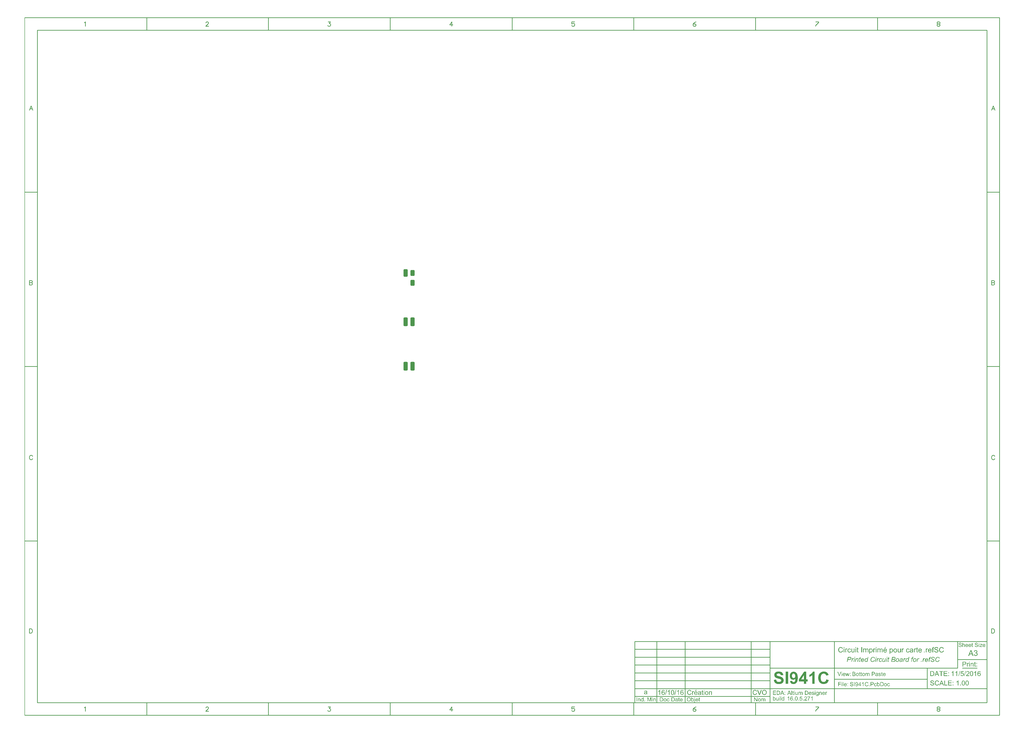
<source format=gbp>
G04 Layer_Color=128*
%FSLAX25Y25*%
%MOIN*%
G70*
G01*
G75*
%ADD38C,0.01000*%
%ADD51C,0.00500*%
G04:AMPARAMS|DCode=67|XSize=137.8mil|YSize=66.54mil|CornerRadius=13.31mil|HoleSize=0mil|Usage=FLASHONLY|Rotation=90.000|XOffset=0mil|YOffset=0mil|HoleType=Round|Shape=RoundedRectangle|*
%AMROUNDEDRECTD67*
21,1,0.13780,0.03992,0,0,90.0*
21,1,0.11118,0.06654,0,0,90.0*
1,1,0.02661,0.01996,0.05559*
1,1,0.02661,0.01996,-0.05559*
1,1,0.02661,-0.01996,-0.05559*
1,1,0.02661,-0.01996,0.05559*
%
%ADD67ROUNDEDRECTD67*%
G04:AMPARAMS|DCode=68|XSize=94.49mil|YSize=66.54mil|CornerRadius=13.31mil|HoleSize=0mil|Usage=FLASHONLY|Rotation=90.000|XOffset=0mil|YOffset=0mil|HoleType=Round|Shape=RoundedRectangle|*
%AMROUNDEDRECTD68*
21,1,0.09449,0.03992,0,0,90.0*
21,1,0.06787,0.06654,0,0,90.0*
1,1,0.02661,0.01996,0.03394*
1,1,0.02661,0.01996,-0.03394*
1,1,0.02661,-0.01996,-0.03394*
1,1,0.02661,-0.01996,0.03394*
%
%ADD68ROUNDEDRECTD68*%
G04:AMPARAMS|DCode=69|XSize=118.11mil|YSize=66.54mil|CornerRadius=13.31mil|HoleSize=0mil|Usage=FLASHONLY|Rotation=90.000|XOffset=0mil|YOffset=0mil|HoleType=Round|Shape=RoundedRectangle|*
%AMROUNDEDRECTD69*
21,1,0.11811,0.03992,0,0,90.0*
21,1,0.09150,0.06654,0,0,90.0*
1,1,0.02661,0.01996,0.04575*
1,1,0.02661,0.01996,-0.04575*
1,1,0.02661,-0.01996,-0.04575*
1,1,0.02661,-0.01996,0.04575*
%
%ADD69ROUNDEDRECTD69*%
G36*
X1263962Y-372636D02*
X1263171D01*
Y-371738D01*
X1263962D01*
Y-372636D01*
D02*
G37*
G36*
X1259687Y-371640D02*
X1259755D01*
X1259921Y-371660D01*
X1260116Y-371689D01*
X1260331Y-371728D01*
X1260546Y-371786D01*
X1260751Y-371865D01*
X1260760D01*
X1260770Y-371874D01*
X1260800Y-371884D01*
X1260839Y-371904D01*
X1260936Y-371962D01*
X1261063Y-372030D01*
X1261200Y-372128D01*
X1261336Y-372245D01*
X1261473Y-372382D01*
X1261590Y-372538D01*
X1261600Y-372557D01*
X1261639Y-372616D01*
X1261688Y-372714D01*
X1261736Y-372831D01*
X1261795Y-372977D01*
X1261854Y-373153D01*
X1261893Y-373338D01*
X1261912Y-373543D01*
X1261102Y-373602D01*
Y-373592D01*
Y-373573D01*
X1261092Y-373543D01*
X1261083Y-373504D01*
X1261063Y-373397D01*
X1261024Y-373260D01*
X1260966Y-373114D01*
X1260887Y-372967D01*
X1260780Y-372821D01*
X1260653Y-372694D01*
X1260634Y-372684D01*
X1260585Y-372645D01*
X1260497Y-372597D01*
X1260380Y-372538D01*
X1260224Y-372479D01*
X1260028Y-372431D01*
X1259804Y-372392D01*
X1259540Y-372382D01*
X1259414D01*
X1259355Y-372392D01*
X1259277D01*
X1259111Y-372421D01*
X1258926Y-372450D01*
X1258740Y-372499D01*
X1258564Y-372567D01*
X1258486Y-372616D01*
X1258418Y-372665D01*
X1258408Y-372675D01*
X1258369Y-372714D01*
X1258311Y-372772D01*
X1258252Y-372860D01*
X1258184Y-372958D01*
X1258135Y-373075D01*
X1258096Y-373202D01*
X1258076Y-373348D01*
Y-373368D01*
Y-373407D01*
X1258086Y-373475D01*
X1258106Y-373553D01*
X1258135Y-373641D01*
X1258184Y-373739D01*
X1258242Y-373826D01*
X1258321Y-373914D01*
X1258330Y-373924D01*
X1258379Y-373953D01*
X1258408Y-373973D01*
X1258447Y-374002D01*
X1258506Y-374022D01*
X1258574Y-374051D01*
X1258652Y-374090D01*
X1258740Y-374129D01*
X1258838Y-374158D01*
X1258955Y-374197D01*
X1259091Y-374246D01*
X1259238Y-374285D01*
X1259404Y-374324D01*
X1259589Y-374373D01*
X1259599D01*
X1259638Y-374383D01*
X1259687Y-374392D01*
X1259755Y-374412D01*
X1259843Y-374431D01*
X1259941Y-374461D01*
X1260155Y-374510D01*
X1260390Y-374578D01*
X1260624Y-374646D01*
X1260741Y-374675D01*
X1260839Y-374714D01*
X1260936Y-374753D01*
X1261014Y-374783D01*
X1261024D01*
X1261043Y-374793D01*
X1261063Y-374812D01*
X1261102Y-374832D01*
X1261200Y-374890D01*
X1261327Y-374958D01*
X1261463Y-375056D01*
X1261600Y-375173D01*
X1261727Y-375300D01*
X1261834Y-375437D01*
X1261844Y-375456D01*
X1261873Y-375505D01*
X1261922Y-375583D01*
X1261971Y-375700D01*
X1262020Y-375827D01*
X1262068Y-375983D01*
X1262098Y-376159D01*
X1262107Y-376344D01*
Y-376354D01*
Y-376364D01*
Y-376393D01*
Y-376432D01*
X1262088Y-376530D01*
X1262068Y-376657D01*
X1262039Y-376803D01*
X1261981Y-376969D01*
X1261912Y-377145D01*
X1261815Y-377311D01*
X1261805Y-377330D01*
X1261756Y-377389D01*
X1261697Y-377467D01*
X1261600Y-377564D01*
X1261483Y-377681D01*
X1261336Y-377799D01*
X1261161Y-377906D01*
X1260966Y-378013D01*
X1260956D01*
X1260936Y-378023D01*
X1260907Y-378033D01*
X1260868Y-378052D01*
X1260819Y-378072D01*
X1260760Y-378091D01*
X1260604Y-378131D01*
X1260429Y-378179D01*
X1260214Y-378218D01*
X1259989Y-378248D01*
X1259736Y-378257D01*
X1259589D01*
X1259521Y-378248D01*
X1259433D01*
X1259336Y-378238D01*
X1259228Y-378228D01*
X1259004Y-378199D01*
X1258760Y-378150D01*
X1258516Y-378091D01*
X1258282Y-378013D01*
X1258272D01*
X1258252Y-378004D01*
X1258223Y-377984D01*
X1258184Y-377965D01*
X1258076Y-377906D01*
X1257950Y-377818D01*
X1257793Y-377711D01*
X1257647Y-377584D01*
X1257491Y-377428D01*
X1257354Y-377252D01*
Y-377242D01*
X1257345Y-377233D01*
X1257325Y-377203D01*
X1257306Y-377164D01*
X1257276Y-377115D01*
X1257247Y-377057D01*
X1257188Y-376910D01*
X1257130Y-376745D01*
X1257071Y-376540D01*
X1257032Y-376325D01*
X1257013Y-376091D01*
X1257813Y-376022D01*
Y-376032D01*
Y-376042D01*
X1257823Y-376100D01*
X1257842Y-376188D01*
X1257862Y-376305D01*
X1257901Y-376432D01*
X1257940Y-376569D01*
X1257998Y-376696D01*
X1258067Y-376823D01*
X1258076Y-376832D01*
X1258106Y-376871D01*
X1258155Y-376930D01*
X1258233Y-376998D01*
X1258321Y-377076D01*
X1258428Y-377164D01*
X1258564Y-377242D01*
X1258711Y-377320D01*
X1258721D01*
X1258730Y-377330D01*
X1258789Y-377350D01*
X1258877Y-377379D01*
X1259004Y-377408D01*
X1259140Y-377447D01*
X1259316Y-377477D01*
X1259501Y-377496D01*
X1259697Y-377506D01*
X1259775D01*
X1259872Y-377496D01*
X1259980Y-377486D01*
X1260116Y-377477D01*
X1260253Y-377447D01*
X1260399Y-377418D01*
X1260546Y-377369D01*
X1260565Y-377359D01*
X1260604Y-377340D01*
X1260673Y-377311D01*
X1260751Y-377262D01*
X1260848Y-377203D01*
X1260936Y-377135D01*
X1261024Y-377057D01*
X1261102Y-376969D01*
X1261112Y-376959D01*
X1261131Y-376920D01*
X1261161Y-376871D01*
X1261200Y-376803D01*
X1261229Y-376725D01*
X1261258Y-376627D01*
X1261278Y-376530D01*
X1261287Y-376423D01*
Y-376413D01*
Y-376374D01*
X1261278Y-376315D01*
X1261268Y-376247D01*
X1261248Y-376159D01*
X1261209Y-376071D01*
X1261170Y-375983D01*
X1261112Y-375895D01*
X1261102Y-375886D01*
X1261083Y-375856D01*
X1261034Y-375817D01*
X1260975Y-375759D01*
X1260897Y-375700D01*
X1260800Y-375642D01*
X1260673Y-375573D01*
X1260536Y-375515D01*
X1260526Y-375505D01*
X1260487Y-375495D01*
X1260409Y-375476D01*
X1260360Y-375456D01*
X1260302Y-375437D01*
X1260224Y-375417D01*
X1260146Y-375398D01*
X1260048Y-375368D01*
X1259950Y-375339D01*
X1259833Y-375310D01*
X1259697Y-375281D01*
X1259550Y-375241D01*
X1259394Y-375202D01*
X1259384D01*
X1259355Y-375193D01*
X1259306Y-375183D01*
X1259248Y-375163D01*
X1259179Y-375144D01*
X1259101Y-375124D01*
X1258916Y-375076D01*
X1258711Y-375007D01*
X1258506Y-374939D01*
X1258321Y-374871D01*
X1258233Y-374841D01*
X1258164Y-374802D01*
X1258155D01*
X1258145Y-374793D01*
X1258086Y-374753D01*
X1258008Y-374705D01*
X1257911Y-374636D01*
X1257793Y-374549D01*
X1257686Y-374451D01*
X1257579Y-374334D01*
X1257481Y-374207D01*
X1257471Y-374187D01*
X1257442Y-374139D01*
X1257413Y-374070D01*
X1257374Y-373973D01*
X1257325Y-373856D01*
X1257296Y-373719D01*
X1257266Y-373563D01*
X1257257Y-373407D01*
Y-373397D01*
Y-373387D01*
Y-373358D01*
Y-373319D01*
X1257276Y-373231D01*
X1257296Y-373114D01*
X1257325Y-372967D01*
X1257374Y-372821D01*
X1257442Y-372655D01*
X1257530Y-372499D01*
Y-372489D01*
X1257540Y-372479D01*
X1257579Y-372431D01*
X1257647Y-372353D01*
X1257735Y-372255D01*
X1257842Y-372157D01*
X1257979Y-372050D01*
X1258145Y-371943D01*
X1258330Y-371855D01*
X1258340D01*
X1258350Y-371845D01*
X1258379Y-371835D01*
X1258428Y-371816D01*
X1258477Y-371806D01*
X1258535Y-371786D01*
X1258672Y-371738D01*
X1258848Y-371699D01*
X1259043Y-371669D01*
X1259267Y-371640D01*
X1259501Y-371630D01*
X1259619D01*
X1259687Y-371640D01*
D02*
G37*
G36*
X1233803D02*
X1233872D01*
X1234038Y-371660D01*
X1234233Y-371689D01*
X1234447Y-371728D01*
X1234662Y-371786D01*
X1234867Y-371865D01*
X1234877D01*
X1234887Y-371874D01*
X1234916Y-371884D01*
X1234955Y-371904D01*
X1235053Y-371962D01*
X1235180Y-372030D01*
X1235316Y-372128D01*
X1235453Y-372245D01*
X1235590Y-372382D01*
X1235707Y-372538D01*
X1235716Y-372557D01*
X1235755Y-372616D01*
X1235804Y-372714D01*
X1235853Y-372831D01*
X1235911Y-372977D01*
X1235970Y-373153D01*
X1236009Y-373338D01*
X1236029Y-373543D01*
X1235219Y-373602D01*
Y-373592D01*
Y-373573D01*
X1235209Y-373543D01*
X1235199Y-373504D01*
X1235180Y-373397D01*
X1235141Y-373260D01*
X1235082Y-373114D01*
X1235004Y-372967D01*
X1234896Y-372821D01*
X1234770Y-372694D01*
X1234750Y-372684D01*
X1234701Y-372645D01*
X1234614Y-372597D01*
X1234496Y-372538D01*
X1234340Y-372479D01*
X1234145Y-372431D01*
X1233920Y-372392D01*
X1233657Y-372382D01*
X1233530D01*
X1233471Y-372392D01*
X1233393D01*
X1233228Y-372421D01*
X1233042Y-372450D01*
X1232857Y-372499D01*
X1232681Y-372567D01*
X1232603Y-372616D01*
X1232535Y-372665D01*
X1232525Y-372675D01*
X1232486Y-372714D01*
X1232427Y-372772D01*
X1232369Y-372860D01*
X1232300Y-372958D01*
X1232251Y-373075D01*
X1232213Y-373202D01*
X1232193Y-373348D01*
Y-373368D01*
Y-373407D01*
X1232203Y-373475D01*
X1232222Y-373553D01*
X1232251Y-373641D01*
X1232300Y-373739D01*
X1232359Y-373826D01*
X1232437Y-373914D01*
X1232447Y-373924D01*
X1232495Y-373953D01*
X1232525Y-373973D01*
X1232564Y-374002D01*
X1232622Y-374022D01*
X1232691Y-374051D01*
X1232769Y-374090D01*
X1232857Y-374129D01*
X1232954Y-374158D01*
X1233071Y-374197D01*
X1233208Y-374246D01*
X1233354Y-374285D01*
X1233520Y-374324D01*
X1233706Y-374373D01*
X1233716D01*
X1233755Y-374383D01*
X1233803Y-374392D01*
X1233872Y-374412D01*
X1233959Y-374431D01*
X1234057Y-374461D01*
X1234272Y-374510D01*
X1234506Y-374578D01*
X1234740Y-374646D01*
X1234857Y-374675D01*
X1234955Y-374714D01*
X1235053Y-374753D01*
X1235131Y-374783D01*
X1235141D01*
X1235160Y-374793D01*
X1235180Y-374812D01*
X1235219Y-374832D01*
X1235316Y-374890D01*
X1235443Y-374958D01*
X1235580Y-375056D01*
X1235716Y-375173D01*
X1235843Y-375300D01*
X1235951Y-375437D01*
X1235960Y-375456D01*
X1235990Y-375505D01*
X1236038Y-375583D01*
X1236087Y-375700D01*
X1236136Y-375827D01*
X1236185Y-375983D01*
X1236214Y-376159D01*
X1236224Y-376344D01*
Y-376354D01*
Y-376364D01*
Y-376393D01*
Y-376432D01*
X1236204Y-376530D01*
X1236185Y-376657D01*
X1236156Y-376803D01*
X1236097Y-376969D01*
X1236029Y-377145D01*
X1235931Y-377311D01*
X1235921Y-377330D01*
X1235872Y-377389D01*
X1235814Y-377467D01*
X1235716Y-377564D01*
X1235599Y-377681D01*
X1235453Y-377799D01*
X1235277Y-377906D01*
X1235082Y-378013D01*
X1235072D01*
X1235053Y-378023D01*
X1235023Y-378033D01*
X1234984Y-378052D01*
X1234935Y-378072D01*
X1234877Y-378091D01*
X1234721Y-378131D01*
X1234545Y-378179D01*
X1234330Y-378218D01*
X1234106Y-378248D01*
X1233852Y-378257D01*
X1233706D01*
X1233637Y-378248D01*
X1233550D01*
X1233452Y-378238D01*
X1233345Y-378228D01*
X1233120Y-378199D01*
X1232876Y-378150D01*
X1232632Y-378091D01*
X1232398Y-378013D01*
X1232388D01*
X1232369Y-378004D01*
X1232339Y-377984D01*
X1232300Y-377965D01*
X1232193Y-377906D01*
X1232066Y-377818D01*
X1231910Y-377711D01*
X1231763Y-377584D01*
X1231607Y-377428D01*
X1231471Y-377252D01*
Y-377242D01*
X1231461Y-377233D01*
X1231441Y-377203D01*
X1231422Y-377164D01*
X1231393Y-377115D01*
X1231363Y-377057D01*
X1231305Y-376910D01*
X1231246Y-376745D01*
X1231188Y-376540D01*
X1231149Y-376325D01*
X1231129Y-376091D01*
X1231929Y-376022D01*
Y-376032D01*
Y-376042D01*
X1231939Y-376100D01*
X1231959Y-376188D01*
X1231978Y-376305D01*
X1232017Y-376432D01*
X1232056Y-376569D01*
X1232115Y-376696D01*
X1232183Y-376823D01*
X1232193Y-376832D01*
X1232222Y-376871D01*
X1232271Y-376930D01*
X1232349Y-376998D01*
X1232437Y-377076D01*
X1232544Y-377164D01*
X1232681Y-377242D01*
X1232827Y-377320D01*
X1232837D01*
X1232847Y-377330D01*
X1232905Y-377350D01*
X1232993Y-377379D01*
X1233120Y-377408D01*
X1233257Y-377447D01*
X1233432Y-377477D01*
X1233618Y-377496D01*
X1233813Y-377506D01*
X1233891D01*
X1233989Y-377496D01*
X1234096Y-377486D01*
X1234233Y-377477D01*
X1234369Y-377447D01*
X1234516Y-377418D01*
X1234662Y-377369D01*
X1234682Y-377359D01*
X1234721Y-377340D01*
X1234789Y-377311D01*
X1234867Y-377262D01*
X1234965Y-377203D01*
X1235053Y-377135D01*
X1235141Y-377057D01*
X1235219Y-376969D01*
X1235228Y-376959D01*
X1235248Y-376920D01*
X1235277Y-376871D01*
X1235316Y-376803D01*
X1235345Y-376725D01*
X1235375Y-376627D01*
X1235394Y-376530D01*
X1235404Y-376423D01*
Y-376413D01*
Y-376374D01*
X1235394Y-376315D01*
X1235384Y-376247D01*
X1235365Y-376159D01*
X1235326Y-376071D01*
X1235287Y-375983D01*
X1235228Y-375895D01*
X1235219Y-375886D01*
X1235199Y-375856D01*
X1235150Y-375817D01*
X1235092Y-375759D01*
X1235014Y-375700D01*
X1234916Y-375642D01*
X1234789Y-375573D01*
X1234653Y-375515D01*
X1234643Y-375505D01*
X1234604Y-375495D01*
X1234526Y-375476D01*
X1234477Y-375456D01*
X1234418Y-375437D01*
X1234340Y-375417D01*
X1234262Y-375398D01*
X1234165Y-375368D01*
X1234067Y-375339D01*
X1233950Y-375310D01*
X1233813Y-375281D01*
X1233667Y-375241D01*
X1233511Y-375202D01*
X1233501D01*
X1233471Y-375193D01*
X1233423Y-375183D01*
X1233364Y-375163D01*
X1233296Y-375144D01*
X1233218Y-375124D01*
X1233032Y-375076D01*
X1232827Y-375007D01*
X1232622Y-374939D01*
X1232437Y-374871D01*
X1232349Y-374841D01*
X1232281Y-374802D01*
X1232271D01*
X1232261Y-374793D01*
X1232203Y-374753D01*
X1232125Y-374705D01*
X1232027Y-374636D01*
X1231910Y-374549D01*
X1231803Y-374451D01*
X1231695Y-374334D01*
X1231598Y-374207D01*
X1231588Y-374187D01*
X1231559Y-374139D01*
X1231529Y-374070D01*
X1231490Y-373973D01*
X1231441Y-373856D01*
X1231412Y-373719D01*
X1231383Y-373563D01*
X1231373Y-373407D01*
Y-373397D01*
Y-373387D01*
Y-373358D01*
Y-373319D01*
X1231393Y-373231D01*
X1231412Y-373114D01*
X1231441Y-372967D01*
X1231490Y-372821D01*
X1231559Y-372655D01*
X1231646Y-372499D01*
Y-372489D01*
X1231656Y-372479D01*
X1231695Y-372431D01*
X1231763Y-372353D01*
X1231851Y-372255D01*
X1231959Y-372157D01*
X1232095Y-372050D01*
X1232261Y-371943D01*
X1232447Y-371855D01*
X1232456D01*
X1232466Y-371845D01*
X1232495Y-371835D01*
X1232544Y-371816D01*
X1232593Y-371806D01*
X1232652Y-371786D01*
X1232788Y-371738D01*
X1232964Y-371699D01*
X1233159Y-371669D01*
X1233384Y-371640D01*
X1233618Y-371630D01*
X1233735D01*
X1233803Y-371640D01*
D02*
G37*
G36*
X1268705Y-374022D02*
X1266187Y-376979D01*
X1265699Y-377525D01*
X1265748D01*
X1265787Y-377516D01*
X1265894Y-377506D01*
X1266021Y-377496D01*
X1266177D01*
X1266343Y-377486D01*
X1266695Y-377477D01*
X1268842D01*
Y-378150D01*
X1264733D01*
Y-377516D01*
X1267690Y-374109D01*
X1267602D01*
X1267514Y-374119D01*
X1267387D01*
X1267251Y-374129D01*
X1267105D01*
X1266948Y-374139D01*
X1264909D01*
Y-373504D01*
X1268705D01*
Y-374022D01*
D02*
G37*
G36*
X1263962Y-378150D02*
X1263171D01*
Y-373504D01*
X1263962D01*
Y-378150D01*
D02*
G37*
G36*
X1238068Y-374031D02*
X1238078Y-374022D01*
X1238098Y-374002D01*
X1238127Y-373973D01*
X1238166Y-373934D01*
X1238225Y-373885D01*
X1238283Y-373826D01*
X1238361Y-373778D01*
X1238449Y-373709D01*
X1238547Y-373651D01*
X1238644Y-373602D01*
X1238888Y-373495D01*
X1239015Y-373455D01*
X1239152Y-373426D01*
X1239298Y-373407D01*
X1239454Y-373397D01*
X1239542D01*
X1239640Y-373407D01*
X1239757Y-373426D01*
X1239894Y-373446D01*
X1240040Y-373485D01*
X1240196Y-373534D01*
X1240343Y-373602D01*
X1240362Y-373612D01*
X1240401Y-373641D01*
X1240469Y-373690D01*
X1240557Y-373748D01*
X1240645Y-373826D01*
X1240733Y-373924D01*
X1240821Y-374041D01*
X1240889Y-374168D01*
X1240899Y-374187D01*
X1240918Y-374236D01*
X1240938Y-374314D01*
X1240977Y-374431D01*
X1241006Y-374578D01*
X1241026Y-374763D01*
X1241045Y-374968D01*
X1241055Y-375212D01*
Y-378150D01*
X1240265D01*
Y-375202D01*
Y-375193D01*
Y-375173D01*
Y-375144D01*
Y-375105D01*
X1240255Y-375007D01*
X1240235Y-374871D01*
X1240196Y-374734D01*
X1240157Y-374597D01*
X1240089Y-374461D01*
X1240001Y-374344D01*
X1239991Y-374334D01*
X1239952Y-374305D01*
X1239894Y-374256D01*
X1239816Y-374207D01*
X1239718Y-374158D01*
X1239591Y-374109D01*
X1239454Y-374080D01*
X1239289Y-374070D01*
X1239230D01*
X1239162Y-374080D01*
X1239074Y-374090D01*
X1238976Y-374119D01*
X1238859Y-374148D01*
X1238742Y-374197D01*
X1238625Y-374256D01*
X1238615Y-374266D01*
X1238576Y-374285D01*
X1238527Y-374334D01*
X1238459Y-374383D01*
X1238391Y-374461D01*
X1238313Y-374539D01*
X1238254Y-374646D01*
X1238195Y-374753D01*
X1238186Y-374763D01*
X1238176Y-374812D01*
X1238156Y-374880D01*
X1238137Y-374978D01*
X1238107Y-375105D01*
X1238088Y-375251D01*
X1238078Y-375417D01*
X1238068Y-375612D01*
Y-378150D01*
X1237278D01*
Y-371738D01*
X1238068D01*
Y-374031D01*
D02*
G37*
G36*
X1253138Y-373504D02*
X1253928D01*
Y-374119D01*
X1253138D01*
Y-376842D01*
Y-376852D01*
Y-376891D01*
Y-376950D01*
X1253148Y-377018D01*
X1253158Y-377164D01*
X1253167Y-377223D01*
X1253177Y-377272D01*
X1253187Y-377291D01*
X1253206Y-377330D01*
X1253245Y-377379D01*
X1253304Y-377428D01*
X1253323Y-377437D01*
X1253372Y-377447D01*
X1253460Y-377467D01*
X1253577Y-377477D01*
X1253675D01*
X1253724Y-377467D01*
X1253782D01*
X1253928Y-377447D01*
X1254036Y-378140D01*
X1254016D01*
X1253977Y-378150D01*
X1253919Y-378160D01*
X1253831Y-378169D01*
X1253743Y-378189D01*
X1253645Y-378199D01*
X1253440Y-378209D01*
X1253372D01*
X1253294Y-378199D01*
X1253197Y-378189D01*
X1253089Y-378179D01*
X1252972Y-378150D01*
X1252865Y-378121D01*
X1252767Y-378082D01*
X1252757Y-378072D01*
X1252728Y-378052D01*
X1252689Y-378023D01*
X1252640Y-377984D01*
X1252582Y-377935D01*
X1252533Y-377877D01*
X1252474Y-377808D01*
X1252435Y-377730D01*
Y-377721D01*
X1252425Y-377681D01*
X1252406Y-377623D01*
X1252396Y-377525D01*
X1252377Y-377398D01*
X1252367Y-377330D01*
X1252357Y-377242D01*
Y-377145D01*
X1252347Y-377037D01*
Y-376920D01*
Y-376793D01*
Y-374119D01*
X1251762D01*
Y-373504D01*
X1252347D01*
Y-372362D01*
X1253138Y-371884D01*
Y-373504D01*
D02*
G37*
G36*
X1271692Y-373407D02*
X1271770Y-373416D01*
X1271867Y-373426D01*
X1271965Y-373446D01*
X1272082Y-373475D01*
X1272316Y-373553D01*
X1272443Y-373602D01*
X1272570Y-373670D01*
X1272697Y-373739D01*
X1272824Y-373826D01*
X1272941Y-373924D01*
X1273058Y-374041D01*
X1273068Y-374051D01*
X1273087Y-374070D01*
X1273117Y-374109D01*
X1273156Y-374158D01*
X1273195Y-374226D01*
X1273244Y-374305D01*
X1273302Y-374392D01*
X1273361Y-374500D01*
X1273409Y-374627D01*
X1273468Y-374753D01*
X1273517Y-374900D01*
X1273566Y-375066D01*
X1273595Y-375232D01*
X1273624Y-375417D01*
X1273644Y-375612D01*
X1273653Y-375827D01*
Y-375837D01*
Y-375876D01*
Y-375944D01*
X1273644Y-376032D01*
X1270189D01*
Y-376042D01*
Y-376061D01*
X1270198Y-376110D01*
Y-376159D01*
X1270208Y-376227D01*
X1270218Y-376296D01*
X1270257Y-376471D01*
X1270315Y-376657D01*
X1270384Y-376852D01*
X1270491Y-377047D01*
X1270618Y-377213D01*
X1270638Y-377233D01*
X1270686Y-377272D01*
X1270774Y-377340D01*
X1270882Y-377408D01*
X1271028Y-377486D01*
X1271194Y-377555D01*
X1271379Y-377594D01*
X1271584Y-377613D01*
X1271662D01*
X1271741Y-377603D01*
X1271838Y-377584D01*
X1271955Y-377555D01*
X1272082Y-377516D01*
X1272209Y-377467D01*
X1272326Y-377389D01*
X1272336Y-377379D01*
X1272375Y-377340D01*
X1272433Y-377291D01*
X1272502Y-377203D01*
X1272580Y-377106D01*
X1272658Y-376979D01*
X1272736Y-376823D01*
X1272814Y-376647D01*
X1273624Y-376754D01*
Y-376764D01*
X1273614Y-376784D01*
X1273605Y-376823D01*
X1273585Y-376871D01*
X1273566Y-376930D01*
X1273536Y-376998D01*
X1273458Y-377164D01*
X1273361Y-377340D01*
X1273244Y-377525D01*
X1273087Y-377711D01*
X1272912Y-377867D01*
X1272902D01*
X1272892Y-377887D01*
X1272863Y-377906D01*
X1272814Y-377925D01*
X1272765Y-377955D01*
X1272707Y-377994D01*
X1272638Y-378023D01*
X1272551Y-378062D01*
X1272365Y-378131D01*
X1272131Y-378199D01*
X1271877Y-378238D01*
X1271584Y-378257D01*
X1271487D01*
X1271418Y-378248D01*
X1271331Y-378238D01*
X1271233Y-378228D01*
X1271126Y-378209D01*
X1270999Y-378179D01*
X1270745Y-378101D01*
X1270608Y-378052D01*
X1270481Y-377994D01*
X1270345Y-377925D01*
X1270218Y-377838D01*
X1270091Y-377740D01*
X1269974Y-377633D01*
X1269964Y-377623D01*
X1269945Y-377603D01*
X1269915Y-377564D01*
X1269886Y-377516D01*
X1269837Y-377457D01*
X1269788Y-377379D01*
X1269730Y-377281D01*
X1269681Y-377174D01*
X1269623Y-377057D01*
X1269564Y-376930D01*
X1269515Y-376784D01*
X1269476Y-376627D01*
X1269437Y-376462D01*
X1269408Y-376276D01*
X1269388Y-376081D01*
X1269379Y-375876D01*
Y-375866D01*
Y-375827D01*
Y-375759D01*
X1269388Y-375681D01*
X1269398Y-375583D01*
X1269408Y-375466D01*
X1269427Y-375339D01*
X1269457Y-375202D01*
X1269525Y-374910D01*
X1269574Y-374763D01*
X1269632Y-374607D01*
X1269701Y-374461D01*
X1269779Y-374314D01*
X1269867Y-374178D01*
X1269974Y-374051D01*
X1269984Y-374041D01*
X1270003Y-374022D01*
X1270033Y-373992D01*
X1270081Y-373943D01*
X1270140Y-373895D01*
X1270218Y-373846D01*
X1270296Y-373787D01*
X1270394Y-373719D01*
X1270501Y-373660D01*
X1270618Y-373602D01*
X1270745Y-373553D01*
X1270891Y-373495D01*
X1271038Y-373455D01*
X1271194Y-373426D01*
X1271360Y-373407D01*
X1271535Y-373397D01*
X1271623D01*
X1271692Y-373407D01*
D02*
G37*
G36*
X1249292D02*
X1249371Y-373416D01*
X1249468Y-373426D01*
X1249566Y-373446D01*
X1249683Y-373475D01*
X1249917Y-373553D01*
X1250044Y-373602D01*
X1250171Y-373670D01*
X1250298Y-373739D01*
X1250425Y-373826D01*
X1250542Y-373924D01*
X1250659Y-374041D01*
X1250669Y-374051D01*
X1250688Y-374070D01*
X1250717Y-374109D01*
X1250756Y-374158D01*
X1250795Y-374226D01*
X1250844Y-374305D01*
X1250903Y-374392D01*
X1250961Y-374500D01*
X1251010Y-374627D01*
X1251069Y-374753D01*
X1251118Y-374900D01*
X1251166Y-375066D01*
X1251196Y-375232D01*
X1251225Y-375417D01*
X1251245Y-375612D01*
X1251254Y-375827D01*
Y-375837D01*
Y-375876D01*
Y-375944D01*
X1251245Y-376032D01*
X1247789D01*
Y-376042D01*
Y-376061D01*
X1247799Y-376110D01*
Y-376159D01*
X1247809Y-376227D01*
X1247819Y-376296D01*
X1247858Y-376471D01*
X1247916Y-376657D01*
X1247985Y-376852D01*
X1248092Y-377047D01*
X1248219Y-377213D01*
X1248238Y-377233D01*
X1248287Y-377272D01*
X1248375Y-377340D01*
X1248482Y-377408D01*
X1248629Y-377486D01*
X1248795Y-377555D01*
X1248980Y-377594D01*
X1249185Y-377613D01*
X1249263D01*
X1249341Y-377603D01*
X1249439Y-377584D01*
X1249556Y-377555D01*
X1249683Y-377516D01*
X1249810Y-377467D01*
X1249927Y-377389D01*
X1249937Y-377379D01*
X1249976Y-377340D01*
X1250034Y-377291D01*
X1250103Y-377203D01*
X1250181Y-377106D01*
X1250259Y-376979D01*
X1250337Y-376823D01*
X1250415Y-376647D01*
X1251225Y-376754D01*
Y-376764D01*
X1251215Y-376784D01*
X1251206Y-376823D01*
X1251186Y-376871D01*
X1251166Y-376930D01*
X1251137Y-376998D01*
X1251059Y-377164D01*
X1250961Y-377340D01*
X1250844Y-377525D01*
X1250688Y-377711D01*
X1250513Y-377867D01*
X1250503D01*
X1250493Y-377887D01*
X1250464Y-377906D01*
X1250415Y-377925D01*
X1250366Y-377955D01*
X1250307Y-377994D01*
X1250239Y-378023D01*
X1250151Y-378062D01*
X1249966Y-378131D01*
X1249732Y-378199D01*
X1249478Y-378238D01*
X1249185Y-378257D01*
X1249088D01*
X1249019Y-378248D01*
X1248931Y-378238D01*
X1248834Y-378228D01*
X1248726Y-378209D01*
X1248600Y-378179D01*
X1248346Y-378101D01*
X1248209Y-378052D01*
X1248082Y-377994D01*
X1247946Y-377925D01*
X1247819Y-377838D01*
X1247692Y-377740D01*
X1247575Y-377633D01*
X1247565Y-377623D01*
X1247545Y-377603D01*
X1247516Y-377564D01*
X1247487Y-377516D01*
X1247438Y-377457D01*
X1247389Y-377379D01*
X1247331Y-377281D01*
X1247282Y-377174D01*
X1247223Y-377057D01*
X1247165Y-376930D01*
X1247116Y-376784D01*
X1247077Y-376627D01*
X1247038Y-376462D01*
X1247009Y-376276D01*
X1246989Y-376081D01*
X1246979Y-375876D01*
Y-375866D01*
Y-375827D01*
Y-375759D01*
X1246989Y-375681D01*
X1246999Y-375583D01*
X1247009Y-375466D01*
X1247028Y-375339D01*
X1247058Y-375202D01*
X1247126Y-374910D01*
X1247175Y-374763D01*
X1247233Y-374607D01*
X1247301Y-374461D01*
X1247379Y-374314D01*
X1247467Y-374178D01*
X1247575Y-374051D01*
X1247585Y-374041D01*
X1247604Y-374022D01*
X1247633Y-373992D01*
X1247682Y-373943D01*
X1247741Y-373895D01*
X1247819Y-373846D01*
X1247897Y-373787D01*
X1247994Y-373719D01*
X1248102Y-373660D01*
X1248219Y-373602D01*
X1248346Y-373553D01*
X1248492Y-373495D01*
X1248639Y-373455D01*
X1248795Y-373426D01*
X1248961Y-373407D01*
X1249136Y-373397D01*
X1249224D01*
X1249292Y-373407D01*
D02*
G37*
G36*
X1244315D02*
X1244393Y-373416D01*
X1244491Y-373426D01*
X1244588Y-373446D01*
X1244705Y-373475D01*
X1244940Y-373553D01*
X1245066Y-373602D01*
X1245193Y-373670D01*
X1245320Y-373739D01*
X1245447Y-373826D01*
X1245564Y-373924D01*
X1245681Y-374041D01*
X1245691Y-374051D01*
X1245711Y-374070D01*
X1245740Y-374109D01*
X1245779Y-374158D01*
X1245818Y-374226D01*
X1245867Y-374305D01*
X1245925Y-374392D01*
X1245984Y-374500D01*
X1246033Y-374627D01*
X1246091Y-374753D01*
X1246140Y-374900D01*
X1246189Y-375066D01*
X1246218Y-375232D01*
X1246247Y-375417D01*
X1246267Y-375612D01*
X1246277Y-375827D01*
Y-375837D01*
Y-375876D01*
Y-375944D01*
X1246267Y-376032D01*
X1242812D01*
Y-376042D01*
Y-376061D01*
X1242822Y-376110D01*
Y-376159D01*
X1242831Y-376227D01*
X1242841Y-376296D01*
X1242880Y-376471D01*
X1242939Y-376657D01*
X1243007Y-376852D01*
X1243114Y-377047D01*
X1243241Y-377213D01*
X1243261Y-377233D01*
X1243310Y-377272D01*
X1243398Y-377340D01*
X1243505Y-377408D01*
X1243651Y-377486D01*
X1243817Y-377555D01*
X1244003Y-377594D01*
X1244207Y-377613D01*
X1244286D01*
X1244364Y-377603D01*
X1244461Y-377584D01*
X1244578Y-377555D01*
X1244705Y-377516D01*
X1244832Y-377467D01*
X1244949Y-377389D01*
X1244959Y-377379D01*
X1244998Y-377340D01*
X1245057Y-377291D01*
X1245125Y-377203D01*
X1245203Y-377106D01*
X1245281Y-376979D01*
X1245359Y-376823D01*
X1245437Y-376647D01*
X1246247Y-376754D01*
Y-376764D01*
X1246238Y-376784D01*
X1246228Y-376823D01*
X1246208Y-376871D01*
X1246189Y-376930D01*
X1246159Y-376998D01*
X1246082Y-377164D01*
X1245984Y-377340D01*
X1245867Y-377525D01*
X1245711Y-377711D01*
X1245535Y-377867D01*
X1245525D01*
X1245515Y-377887D01*
X1245486Y-377906D01*
X1245437Y-377925D01*
X1245389Y-377955D01*
X1245330Y-377994D01*
X1245262Y-378023D01*
X1245174Y-378062D01*
X1244988Y-378131D01*
X1244754Y-378199D01*
X1244500Y-378238D01*
X1244207Y-378257D01*
X1244110D01*
X1244042Y-378248D01*
X1243954Y-378238D01*
X1243856Y-378228D01*
X1243749Y-378209D01*
X1243622Y-378179D01*
X1243368Y-378101D01*
X1243231Y-378052D01*
X1243105Y-377994D01*
X1242968Y-377925D01*
X1242841Y-377838D01*
X1242714Y-377740D01*
X1242597Y-377633D01*
X1242587Y-377623D01*
X1242568Y-377603D01*
X1242539Y-377564D01*
X1242509Y-377516D01*
X1242461Y-377457D01*
X1242412Y-377379D01*
X1242353Y-377281D01*
X1242304Y-377174D01*
X1242246Y-377057D01*
X1242187Y-376930D01*
X1242138Y-376784D01*
X1242099Y-376627D01*
X1242060Y-376462D01*
X1242031Y-376276D01*
X1242012Y-376081D01*
X1242002Y-375876D01*
Y-375866D01*
Y-375827D01*
Y-375759D01*
X1242012Y-375681D01*
X1242021Y-375583D01*
X1242031Y-375466D01*
X1242051Y-375339D01*
X1242080Y-375202D01*
X1242148Y-374910D01*
X1242197Y-374763D01*
X1242255Y-374607D01*
X1242324Y-374461D01*
X1242402Y-374314D01*
X1242490Y-374178D01*
X1242597Y-374051D01*
X1242607Y-374041D01*
X1242626Y-374022D01*
X1242656Y-373992D01*
X1242704Y-373943D01*
X1242763Y-373895D01*
X1242841Y-373846D01*
X1242919Y-373787D01*
X1243017Y-373719D01*
X1243124Y-373660D01*
X1243241Y-373602D01*
X1243368Y-373553D01*
X1243515Y-373495D01*
X1243661Y-373455D01*
X1243817Y-373426D01*
X1243983Y-373407D01*
X1244159Y-373397D01*
X1244247D01*
X1244315Y-373407D01*
D02*
G37*
G36*
X1191611Y-378436D02*
X1191751Y-378449D01*
X1191916Y-378474D01*
X1192093Y-378499D01*
X1192284Y-378537D01*
X1192131Y-379426D01*
X1192118D01*
X1192080Y-379413D01*
X1192017Y-379400D01*
X1191941Y-379387D01*
X1191839D01*
X1191738Y-379375D01*
X1191522Y-379362D01*
X1191446D01*
X1191370Y-379375D01*
X1191268Y-379387D01*
X1191167Y-379413D01*
X1191053Y-379451D01*
X1190951Y-379502D01*
X1190862Y-379565D01*
X1190849Y-379578D01*
X1190837Y-379603D01*
X1190799Y-379654D01*
X1190773Y-379730D01*
X1190735Y-379832D01*
X1190697Y-379971D01*
X1190685Y-380123D01*
X1190672Y-380314D01*
Y-380860D01*
X1191852D01*
Y-381659D01*
X1190685D01*
Y-386900D01*
X1189657D01*
Y-381659D01*
X1188756D01*
Y-380860D01*
X1189657D01*
Y-380225D01*
Y-380212D01*
Y-380200D01*
Y-380123D01*
X1189669Y-380022D01*
Y-379882D01*
X1189682Y-379743D01*
X1189707Y-379591D01*
X1189733Y-379451D01*
X1189771Y-379324D01*
X1189784Y-379311D01*
X1189796Y-379261D01*
X1189834Y-379185D01*
X1189885Y-379096D01*
X1189961Y-378981D01*
X1190050Y-378880D01*
X1190152Y-378778D01*
X1190279Y-378677D01*
X1190291Y-378664D01*
X1190355Y-378639D01*
X1190431Y-378601D01*
X1190558Y-378550D01*
X1190697Y-378499D01*
X1190888Y-378461D01*
X1191091Y-378436D01*
X1191332Y-378423D01*
X1191497D01*
X1191611Y-378436D01*
D02*
G37*
G36*
X1100588Y-379730D02*
X1099560D01*
Y-378563D01*
X1100588D01*
Y-379730D01*
D02*
G37*
G36*
X1068254D02*
X1067226D01*
Y-378563D01*
X1068254D01*
Y-379730D01*
D02*
G37*
G36*
X1049498D02*
X1048470D01*
Y-378563D01*
X1049498D01*
Y-379730D01*
D02*
G37*
G36*
X1114319Y-380111D02*
X1113468D01*
X1114230Y-378525D01*
X1115575D01*
X1114319Y-380111D01*
D02*
G37*
G36*
X1195900Y-378436D02*
X1195989D01*
X1196205Y-378461D01*
X1196459Y-378499D01*
X1196738Y-378550D01*
X1197017Y-378626D01*
X1197283Y-378728D01*
X1197296D01*
X1197309Y-378740D01*
X1197347Y-378753D01*
X1197398Y-378778D01*
X1197525Y-378854D01*
X1197689Y-378943D01*
X1197867Y-379070D01*
X1198045Y-379223D01*
X1198222Y-379400D01*
X1198375Y-379603D01*
X1198387Y-379629D01*
X1198438Y-379705D01*
X1198502Y-379832D01*
X1198565Y-379984D01*
X1198641Y-380174D01*
X1198717Y-380403D01*
X1198768Y-380644D01*
X1198794Y-380910D01*
X1197740Y-380986D01*
Y-380974D01*
Y-380948D01*
X1197727Y-380910D01*
X1197715Y-380860D01*
X1197689Y-380720D01*
X1197639Y-380542D01*
X1197563Y-380352D01*
X1197461Y-380162D01*
X1197321Y-379971D01*
X1197157Y-379806D01*
X1197131Y-379794D01*
X1197068Y-379743D01*
X1196953Y-379679D01*
X1196801Y-379603D01*
X1196598Y-379527D01*
X1196344Y-379464D01*
X1196052Y-379413D01*
X1195710Y-379400D01*
X1195545D01*
X1195469Y-379413D01*
X1195367D01*
X1195151Y-379451D01*
X1194910Y-379489D01*
X1194669Y-379553D01*
X1194441Y-379641D01*
X1194339Y-379705D01*
X1194250Y-379768D01*
X1194238Y-379781D01*
X1194187Y-379832D01*
X1194111Y-379908D01*
X1194035Y-380022D01*
X1193946Y-380149D01*
X1193882Y-380301D01*
X1193832Y-380466D01*
X1193806Y-380657D01*
Y-380682D01*
Y-380733D01*
X1193819Y-380821D01*
X1193844Y-380923D01*
X1193882Y-381037D01*
X1193946Y-381164D01*
X1194022Y-381278D01*
X1194124Y-381393D01*
X1194136Y-381405D01*
X1194200Y-381443D01*
X1194238Y-381469D01*
X1194289Y-381507D01*
X1194365Y-381532D01*
X1194454Y-381570D01*
X1194555Y-381621D01*
X1194669Y-381672D01*
X1194796Y-381710D01*
X1194948Y-381761D01*
X1195126Y-381824D01*
X1195316Y-381875D01*
X1195532Y-381926D01*
X1195773Y-381989D01*
X1195786D01*
X1195837Y-382002D01*
X1195900Y-382014D01*
X1195989Y-382040D01*
X1196103Y-382065D01*
X1196230Y-382103D01*
X1196509Y-382167D01*
X1196814Y-382256D01*
X1197118Y-382344D01*
X1197271Y-382382D01*
X1197398Y-382433D01*
X1197525Y-382484D01*
X1197626Y-382522D01*
X1197639D01*
X1197664Y-382535D01*
X1197689Y-382560D01*
X1197740Y-382585D01*
X1197867Y-382662D01*
X1198032Y-382750D01*
X1198210Y-382877D01*
X1198387Y-383030D01*
X1198552Y-383194D01*
X1198692Y-383372D01*
X1198705Y-383398D01*
X1198743Y-383461D01*
X1198806Y-383562D01*
X1198870Y-383715D01*
X1198933Y-383880D01*
X1198997Y-384083D01*
X1199035Y-384311D01*
X1199047Y-384552D01*
Y-384565D01*
Y-384578D01*
Y-384616D01*
Y-384667D01*
X1199022Y-384793D01*
X1198997Y-384958D01*
X1198958Y-385149D01*
X1198882Y-385365D01*
X1198794Y-385593D01*
X1198667Y-385809D01*
X1198654Y-385834D01*
X1198590Y-385910D01*
X1198514Y-386012D01*
X1198387Y-386139D01*
X1198235Y-386291D01*
X1198045Y-386443D01*
X1197816Y-386583D01*
X1197563Y-386722D01*
X1197550D01*
X1197525Y-386735D01*
X1197486Y-386748D01*
X1197436Y-386773D01*
X1197372Y-386799D01*
X1197296Y-386824D01*
X1197093Y-386875D01*
X1196865Y-386938D01*
X1196585Y-386989D01*
X1196294Y-387027D01*
X1195964Y-387040D01*
X1195773D01*
X1195684Y-387027D01*
X1195570D01*
X1195443Y-387014D01*
X1195304Y-387001D01*
X1195012Y-386964D01*
X1194695Y-386900D01*
X1194377Y-386824D01*
X1194073Y-386722D01*
X1194060D01*
X1194035Y-386710D01*
X1193997Y-386684D01*
X1193946Y-386659D01*
X1193806Y-386583D01*
X1193641Y-386469D01*
X1193438Y-386329D01*
X1193248Y-386164D01*
X1193045Y-385961D01*
X1192867Y-385733D01*
Y-385720D01*
X1192855Y-385707D01*
X1192829Y-385669D01*
X1192804Y-385618D01*
X1192766Y-385555D01*
X1192728Y-385479D01*
X1192651Y-385288D01*
X1192575Y-385073D01*
X1192499Y-384806D01*
X1192449Y-384527D01*
X1192423Y-384222D01*
X1193464Y-384134D01*
Y-384146D01*
Y-384159D01*
X1193476Y-384235D01*
X1193502Y-384349D01*
X1193527Y-384502D01*
X1193578Y-384667D01*
X1193629Y-384844D01*
X1193705Y-385009D01*
X1193794Y-385174D01*
X1193806Y-385187D01*
X1193844Y-385238D01*
X1193908Y-385314D01*
X1194009Y-385403D01*
X1194124Y-385504D01*
X1194263Y-385618D01*
X1194441Y-385720D01*
X1194631Y-385821D01*
X1194644D01*
X1194656Y-385834D01*
X1194733Y-385859D01*
X1194847Y-385897D01*
X1195012Y-385936D01*
X1195189Y-385986D01*
X1195418Y-386024D01*
X1195659Y-386050D01*
X1195913Y-386063D01*
X1196014D01*
X1196141Y-386050D01*
X1196281Y-386037D01*
X1196459Y-386024D01*
X1196636Y-385986D01*
X1196826Y-385948D01*
X1197017Y-385885D01*
X1197042Y-385872D01*
X1197093Y-385847D01*
X1197182Y-385809D01*
X1197283Y-385745D01*
X1197410Y-385669D01*
X1197525Y-385580D01*
X1197639Y-385479D01*
X1197740Y-385365D01*
X1197753Y-385352D01*
X1197778Y-385301D01*
X1197816Y-385238D01*
X1197867Y-385149D01*
X1197905Y-385047D01*
X1197943Y-384920D01*
X1197969Y-384793D01*
X1197981Y-384654D01*
Y-384641D01*
Y-384590D01*
X1197969Y-384514D01*
X1197956Y-384425D01*
X1197931Y-384311D01*
X1197880Y-384197D01*
X1197829Y-384083D01*
X1197753Y-383969D01*
X1197740Y-383956D01*
X1197715Y-383918D01*
X1197651Y-383867D01*
X1197575Y-383791D01*
X1197474Y-383715D01*
X1197347Y-383639D01*
X1197182Y-383550D01*
X1197004Y-383474D01*
X1196992Y-383461D01*
X1196941Y-383448D01*
X1196839Y-383423D01*
X1196776Y-383398D01*
X1196700Y-383372D01*
X1196598Y-383347D01*
X1196497Y-383321D01*
X1196370Y-383283D01*
X1196243Y-383245D01*
X1196091Y-383207D01*
X1195913Y-383169D01*
X1195722Y-383118D01*
X1195519Y-383068D01*
X1195507D01*
X1195469Y-383055D01*
X1195405Y-383042D01*
X1195329Y-383017D01*
X1195240Y-382992D01*
X1195139Y-382966D01*
X1194898Y-382903D01*
X1194631Y-382814D01*
X1194365Y-382725D01*
X1194124Y-382636D01*
X1194009Y-382598D01*
X1193921Y-382547D01*
X1193908D01*
X1193895Y-382535D01*
X1193819Y-382484D01*
X1193717Y-382420D01*
X1193591Y-382332D01*
X1193438Y-382217D01*
X1193299Y-382090D01*
X1193159Y-381938D01*
X1193032Y-381773D01*
X1193019Y-381748D01*
X1192982Y-381684D01*
X1192943Y-381596D01*
X1192893Y-381469D01*
X1192829Y-381316D01*
X1192791Y-381139D01*
X1192753Y-380936D01*
X1192740Y-380733D01*
Y-380720D01*
Y-380707D01*
Y-380669D01*
Y-380618D01*
X1192766Y-380504D01*
X1192791Y-380352D01*
X1192829Y-380162D01*
X1192893Y-379971D01*
X1192982Y-379755D01*
X1193096Y-379553D01*
Y-379540D01*
X1193108Y-379527D01*
X1193159Y-379464D01*
X1193248Y-379362D01*
X1193362Y-379235D01*
X1193502Y-379108D01*
X1193679Y-378969D01*
X1193895Y-378829D01*
X1194136Y-378715D01*
X1194149D01*
X1194162Y-378702D01*
X1194200Y-378690D01*
X1194263Y-378664D01*
X1194327Y-378651D01*
X1194403Y-378626D01*
X1194580Y-378563D01*
X1194809Y-378512D01*
X1195063Y-378474D01*
X1195354Y-378436D01*
X1195659Y-378423D01*
X1195811D01*
X1195900Y-378436D01*
D02*
G37*
G36*
X1204377D02*
X1204479Y-378449D01*
X1204605Y-378461D01*
X1204745Y-378474D01*
X1204897Y-378499D01*
X1205227Y-378575D01*
X1205583Y-378690D01*
X1205760Y-378766D01*
X1205938Y-378854D01*
X1206103Y-378956D01*
X1206268Y-379070D01*
X1206281Y-379083D01*
X1206306Y-379096D01*
X1206344Y-379134D01*
X1206408Y-379185D01*
X1206471Y-379248D01*
X1206560Y-379337D01*
X1206649Y-379426D01*
X1206737Y-379527D01*
X1206839Y-379654D01*
X1206928Y-379781D01*
X1207029Y-379933D01*
X1207131Y-380098D01*
X1207220Y-380263D01*
X1207308Y-380453D01*
X1207461Y-380860D01*
X1206369Y-381113D01*
Y-381101D01*
X1206357Y-381075D01*
X1206344Y-381025D01*
X1206319Y-380961D01*
X1206281Y-380885D01*
X1206242Y-380796D01*
X1206154Y-380606D01*
X1206040Y-380390D01*
X1205887Y-380162D01*
X1205722Y-379959D01*
X1205519Y-379781D01*
X1205494Y-379768D01*
X1205418Y-379717D01*
X1205303Y-379654D01*
X1205138Y-379565D01*
X1204948Y-379489D01*
X1204707Y-379426D01*
X1204440Y-379375D01*
X1204136Y-379362D01*
X1204047D01*
X1203984Y-379375D01*
X1203895D01*
X1203806Y-379387D01*
X1203578Y-379426D01*
X1203324Y-379476D01*
X1203057Y-379565D01*
X1202791Y-379679D01*
X1202537Y-379832D01*
X1202524D01*
X1202512Y-379857D01*
X1202435Y-379921D01*
X1202321Y-380022D01*
X1202182Y-380162D01*
X1202042Y-380339D01*
X1201890Y-380542D01*
X1201750Y-380796D01*
X1201636Y-381075D01*
Y-381088D01*
X1201623Y-381113D01*
X1201611Y-381151D01*
X1201598Y-381215D01*
X1201573Y-381278D01*
X1201560Y-381367D01*
X1201509Y-381570D01*
X1201458Y-381811D01*
X1201420Y-382078D01*
X1201395Y-382370D01*
X1201382Y-382674D01*
Y-382687D01*
Y-382725D01*
Y-382776D01*
Y-382852D01*
X1201395Y-382941D01*
Y-383055D01*
X1201408Y-383169D01*
X1201420Y-383296D01*
X1201458Y-383588D01*
X1201509Y-383905D01*
X1201585Y-384222D01*
X1201687Y-384527D01*
Y-384540D01*
X1201700Y-384565D01*
X1201725Y-384603D01*
X1201750Y-384654D01*
X1201814Y-384806D01*
X1201915Y-384971D01*
X1202055Y-385174D01*
X1202220Y-385365D01*
X1202410Y-385555D01*
X1202639Y-385720D01*
X1202651D01*
X1202664Y-385733D01*
X1202702Y-385758D01*
X1202753Y-385783D01*
X1202892Y-385834D01*
X1203070Y-385910D01*
X1203273Y-385974D01*
X1203514Y-386037D01*
X1203781Y-386088D01*
X1204060Y-386101D01*
X1204149D01*
X1204212Y-386088D01*
X1204288D01*
X1204390Y-386075D01*
X1204605Y-386037D01*
X1204847Y-385974D01*
X1205113Y-385872D01*
X1205367Y-385745D01*
X1205621Y-385567D01*
X1205633Y-385555D01*
X1205646Y-385542D01*
X1205722Y-385466D01*
X1205836Y-385339D01*
X1205976Y-385174D01*
X1206116Y-384946D01*
X1206268Y-384679D01*
X1206395Y-384349D01*
X1206496Y-383981D01*
X1207600Y-384261D01*
Y-384273D01*
X1207588Y-384324D01*
X1207562Y-384387D01*
X1207537Y-384489D01*
X1207486Y-384590D01*
X1207435Y-384730D01*
X1207385Y-384870D01*
X1207308Y-385022D01*
X1207143Y-385365D01*
X1206915Y-385707D01*
X1206661Y-386037D01*
X1206509Y-386189D01*
X1206344Y-386329D01*
X1206331Y-386342D01*
X1206306Y-386354D01*
X1206255Y-386392D01*
X1206179Y-386443D01*
X1206090Y-386494D01*
X1205989Y-386557D01*
X1205875Y-386621D01*
X1205735Y-386684D01*
X1205583Y-386748D01*
X1205418Y-386811D01*
X1205227Y-386875D01*
X1205037Y-386925D01*
X1204618Y-387014D01*
X1204390Y-387027D01*
X1204149Y-387040D01*
X1204022D01*
X1203920Y-387027D01*
X1203806D01*
X1203679Y-387014D01*
X1203527Y-386989D01*
X1203375Y-386976D01*
X1203019Y-386900D01*
X1202651Y-386811D01*
X1202296Y-386672D01*
X1202118Y-386595D01*
X1201953Y-386494D01*
X1201941Y-386481D01*
X1201915Y-386469D01*
X1201877Y-386431D01*
X1201814Y-386392D01*
X1201661Y-386265D01*
X1201484Y-386088D01*
X1201268Y-385872D01*
X1201065Y-385593D01*
X1200849Y-385276D01*
X1200672Y-384908D01*
Y-384895D01*
X1200659Y-384857D01*
X1200634Y-384806D01*
X1200608Y-384730D01*
X1200570Y-384629D01*
X1200532Y-384514D01*
X1200494Y-384387D01*
X1200456Y-384235D01*
X1200418Y-384083D01*
X1200380Y-383905D01*
X1200304Y-383524D01*
X1200253Y-383118D01*
X1200240Y-382674D01*
Y-382662D01*
Y-382611D01*
Y-382547D01*
X1200253Y-382458D01*
Y-382344D01*
X1200266Y-382205D01*
X1200278Y-382065D01*
X1200304Y-381900D01*
X1200367Y-381545D01*
X1200443Y-381164D01*
X1200570Y-380771D01*
X1200735Y-380403D01*
Y-380390D01*
X1200760Y-380365D01*
X1200786Y-380314D01*
X1200824Y-380238D01*
X1200875Y-380162D01*
X1200938Y-380073D01*
X1201103Y-379857D01*
X1201293Y-379616D01*
X1201534Y-379375D01*
X1201826Y-379134D01*
X1202144Y-378931D01*
X1202156D01*
X1202182Y-378905D01*
X1202232Y-378880D01*
X1202309Y-378854D01*
X1202385Y-378817D01*
X1202486Y-378766D01*
X1202613Y-378728D01*
X1202740Y-378677D01*
X1202880Y-378626D01*
X1203032Y-378588D01*
X1203375Y-378499D01*
X1203755Y-378449D01*
X1204161Y-378423D01*
X1204288D01*
X1204377Y-378436D01*
D02*
G37*
G36*
X1044016D02*
X1044118Y-378449D01*
X1044244Y-378461D01*
X1044384Y-378474D01*
X1044536Y-378499D01*
X1044866Y-378575D01*
X1045222Y-378690D01*
X1045399Y-378766D01*
X1045577Y-378854D01*
X1045742Y-378956D01*
X1045907Y-379070D01*
X1045920Y-379083D01*
X1045945Y-379096D01*
X1045983Y-379134D01*
X1046047Y-379185D01*
X1046110Y-379248D01*
X1046199Y-379337D01*
X1046288Y-379426D01*
X1046376Y-379527D01*
X1046478Y-379654D01*
X1046567Y-379781D01*
X1046668Y-379933D01*
X1046770Y-380098D01*
X1046859Y-380263D01*
X1046947Y-380453D01*
X1047100Y-380860D01*
X1046008Y-381113D01*
Y-381101D01*
X1045996Y-381075D01*
X1045983Y-381025D01*
X1045958Y-380961D01*
X1045920Y-380885D01*
X1045881Y-380796D01*
X1045793Y-380606D01*
X1045679Y-380390D01*
X1045526Y-380162D01*
X1045361Y-379959D01*
X1045158Y-379781D01*
X1045133Y-379768D01*
X1045057Y-379717D01*
X1044942Y-379654D01*
X1044777Y-379565D01*
X1044587Y-379489D01*
X1044346Y-379426D01*
X1044079Y-379375D01*
X1043775Y-379362D01*
X1043686D01*
X1043623Y-379375D01*
X1043534D01*
X1043445Y-379387D01*
X1043217Y-379426D01*
X1042963Y-379476D01*
X1042696Y-379565D01*
X1042430Y-379679D01*
X1042176Y-379832D01*
X1042163D01*
X1042151Y-379857D01*
X1042074Y-379921D01*
X1041960Y-380022D01*
X1041821Y-380162D01*
X1041681Y-380339D01*
X1041529Y-380542D01*
X1041389Y-380796D01*
X1041275Y-381075D01*
Y-381088D01*
X1041262Y-381113D01*
X1041250Y-381151D01*
X1041237Y-381215D01*
X1041212Y-381278D01*
X1041199Y-381367D01*
X1041148Y-381570D01*
X1041097Y-381811D01*
X1041059Y-382078D01*
X1041034Y-382370D01*
X1041021Y-382674D01*
Y-382687D01*
Y-382725D01*
Y-382776D01*
Y-382852D01*
X1041034Y-382941D01*
Y-383055D01*
X1041047Y-383169D01*
X1041059Y-383296D01*
X1041097Y-383588D01*
X1041148Y-383905D01*
X1041224Y-384222D01*
X1041326Y-384527D01*
Y-384540D01*
X1041339Y-384565D01*
X1041364Y-384603D01*
X1041389Y-384654D01*
X1041453Y-384806D01*
X1041554Y-384971D01*
X1041694Y-385174D01*
X1041859Y-385365D01*
X1042049Y-385555D01*
X1042278Y-385720D01*
X1042290D01*
X1042303Y-385733D01*
X1042341Y-385758D01*
X1042392Y-385783D01*
X1042531Y-385834D01*
X1042709Y-385910D01*
X1042912Y-385974D01*
X1043153Y-386037D01*
X1043420Y-386088D01*
X1043699Y-386101D01*
X1043788D01*
X1043851Y-386088D01*
X1043927D01*
X1044029Y-386075D01*
X1044244Y-386037D01*
X1044486Y-385974D01*
X1044752Y-385872D01*
X1045006Y-385745D01*
X1045260Y-385567D01*
X1045272Y-385555D01*
X1045285Y-385542D01*
X1045361Y-385466D01*
X1045475Y-385339D01*
X1045615Y-385174D01*
X1045755Y-384946D01*
X1045907Y-384679D01*
X1046034Y-384349D01*
X1046135Y-383981D01*
X1047239Y-384261D01*
Y-384273D01*
X1047227Y-384324D01*
X1047201Y-384387D01*
X1047176Y-384489D01*
X1047125Y-384590D01*
X1047074Y-384730D01*
X1047024Y-384870D01*
X1046947Y-385022D01*
X1046782Y-385365D01*
X1046554Y-385707D01*
X1046300Y-386037D01*
X1046148Y-386189D01*
X1045983Y-386329D01*
X1045970Y-386342D01*
X1045945Y-386354D01*
X1045894Y-386392D01*
X1045818Y-386443D01*
X1045729Y-386494D01*
X1045628Y-386557D01*
X1045514Y-386621D01*
X1045374Y-386684D01*
X1045222Y-386748D01*
X1045057Y-386811D01*
X1044866Y-386875D01*
X1044676Y-386925D01*
X1044257Y-387014D01*
X1044029Y-387027D01*
X1043788Y-387040D01*
X1043661D01*
X1043559Y-387027D01*
X1043445D01*
X1043318Y-387014D01*
X1043166Y-386989D01*
X1043014Y-386976D01*
X1042658Y-386900D01*
X1042290Y-386811D01*
X1041935Y-386672D01*
X1041757Y-386595D01*
X1041592Y-386494D01*
X1041580Y-386481D01*
X1041554Y-386469D01*
X1041516Y-386431D01*
X1041453Y-386392D01*
X1041300Y-386265D01*
X1041123Y-386088D01*
X1040907Y-385872D01*
X1040704Y-385593D01*
X1040488Y-385276D01*
X1040311Y-384908D01*
Y-384895D01*
X1040298Y-384857D01*
X1040273Y-384806D01*
X1040247Y-384730D01*
X1040209Y-384629D01*
X1040171Y-384514D01*
X1040133Y-384387D01*
X1040095Y-384235D01*
X1040057Y-384083D01*
X1040019Y-383905D01*
X1039943Y-383524D01*
X1039892Y-383118D01*
X1039879Y-382674D01*
Y-382662D01*
Y-382611D01*
Y-382547D01*
X1039892Y-382458D01*
Y-382344D01*
X1039904Y-382205D01*
X1039917Y-382065D01*
X1039943Y-381900D01*
X1040006Y-381545D01*
X1040082Y-381164D01*
X1040209Y-380771D01*
X1040374Y-380403D01*
Y-380390D01*
X1040399Y-380365D01*
X1040425Y-380314D01*
X1040463Y-380238D01*
X1040514Y-380162D01*
X1040577Y-380073D01*
X1040742Y-379857D01*
X1040932Y-379616D01*
X1041173Y-379375D01*
X1041465Y-379134D01*
X1041783Y-378931D01*
X1041795D01*
X1041821Y-378905D01*
X1041871Y-378880D01*
X1041948Y-378854D01*
X1042024Y-378817D01*
X1042125Y-378766D01*
X1042252Y-378728D01*
X1042379Y-378677D01*
X1042519Y-378626D01*
X1042671Y-378588D01*
X1043014Y-378499D01*
X1043394Y-378449D01*
X1043800Y-378423D01*
X1043927D01*
X1044016Y-378436D01*
D02*
G37*
G36*
X1124496Y-380745D02*
X1124674Y-380771D01*
X1124889Y-380821D01*
X1125118Y-380885D01*
X1125346Y-380986D01*
X1125575Y-381126D01*
X1125587D01*
X1125600Y-381139D01*
X1125676Y-381202D01*
X1125778Y-381291D01*
X1125917Y-381418D01*
X1126057Y-381570D01*
X1126209Y-381773D01*
X1126349Y-381989D01*
X1126476Y-382256D01*
Y-382268D01*
X1126488Y-382294D01*
X1126501Y-382332D01*
X1126526Y-382382D01*
X1126552Y-382446D01*
X1126577Y-382535D01*
X1126628Y-382725D01*
X1126679Y-382966D01*
X1126729Y-383233D01*
X1126768Y-383524D01*
X1126780Y-383842D01*
Y-383854D01*
Y-383880D01*
Y-383930D01*
Y-383994D01*
X1126768Y-384083D01*
Y-384172D01*
X1126742Y-384400D01*
X1126691Y-384654D01*
X1126641Y-384933D01*
X1126552Y-385225D01*
X1126438Y-385517D01*
Y-385529D01*
X1126425Y-385555D01*
X1126400Y-385593D01*
X1126374Y-385644D01*
X1126298Y-385771D01*
X1126196Y-385936D01*
X1126057Y-386113D01*
X1125892Y-386304D01*
X1125702Y-386481D01*
X1125473Y-386646D01*
X1125461D01*
X1125448Y-386659D01*
X1125410Y-386684D01*
X1125359Y-386710D01*
X1125232Y-386773D01*
X1125067Y-386837D01*
X1124864Y-386913D01*
X1124648Y-386976D01*
X1124395Y-387027D01*
X1124141Y-387040D01*
X1124052D01*
X1123963Y-387027D01*
X1123836Y-387014D01*
X1123697Y-386989D01*
X1123544Y-386951D01*
X1123379Y-386900D01*
X1123227Y-386837D01*
X1123214Y-386824D01*
X1123164Y-386799D01*
X1123088Y-386748D01*
X1122999Y-386684D01*
X1122884Y-386608D01*
X1122783Y-386519D01*
X1122669Y-386405D01*
X1122567Y-386291D01*
Y-389210D01*
X1121539D01*
Y-380860D01*
X1122478D01*
Y-381646D01*
X1122491Y-381621D01*
X1122529Y-381570D01*
X1122605Y-381494D01*
X1122694Y-381393D01*
X1122796Y-381278D01*
X1122923Y-381164D01*
X1123062Y-381050D01*
X1123214Y-380961D01*
X1123240Y-380948D01*
X1123291Y-380923D01*
X1123379Y-380885D01*
X1123493Y-380834D01*
X1123646Y-380796D01*
X1123811Y-380758D01*
X1124001Y-380733D01*
X1124217Y-380720D01*
X1124344D01*
X1124496Y-380745D01*
D02*
G37*
G36*
X1092162D02*
X1092340Y-380771D01*
X1092555Y-380821D01*
X1092784Y-380885D01*
X1093012Y-380986D01*
X1093241Y-381126D01*
X1093253D01*
X1093266Y-381139D01*
X1093342Y-381202D01*
X1093444Y-381291D01*
X1093583Y-381418D01*
X1093723Y-381570D01*
X1093875Y-381773D01*
X1094015Y-381989D01*
X1094142Y-382256D01*
Y-382268D01*
X1094154Y-382294D01*
X1094167Y-382332D01*
X1094192Y-382382D01*
X1094218Y-382446D01*
X1094243Y-382535D01*
X1094294Y-382725D01*
X1094345Y-382966D01*
X1094395Y-383233D01*
X1094433Y-383524D01*
X1094446Y-383842D01*
Y-383854D01*
Y-383880D01*
Y-383930D01*
Y-383994D01*
X1094433Y-384083D01*
Y-384172D01*
X1094408Y-384400D01*
X1094357Y-384654D01*
X1094306Y-384933D01*
X1094218Y-385225D01*
X1094104Y-385517D01*
Y-385529D01*
X1094091Y-385555D01*
X1094065Y-385593D01*
X1094040Y-385644D01*
X1093964Y-385771D01*
X1093862Y-385936D01*
X1093723Y-386113D01*
X1093558Y-386304D01*
X1093367Y-386481D01*
X1093139Y-386646D01*
X1093126D01*
X1093114Y-386659D01*
X1093076Y-386684D01*
X1093025Y-386710D01*
X1092898Y-386773D01*
X1092733Y-386837D01*
X1092530Y-386913D01*
X1092314Y-386976D01*
X1092060Y-387027D01*
X1091807Y-387040D01*
X1091718D01*
X1091629Y-387027D01*
X1091502Y-387014D01*
X1091362Y-386989D01*
X1091210Y-386951D01*
X1091045Y-386900D01*
X1090893Y-386837D01*
X1090880Y-386824D01*
X1090829Y-386799D01*
X1090753Y-386748D01*
X1090664Y-386684D01*
X1090550Y-386608D01*
X1090449Y-386519D01*
X1090335Y-386405D01*
X1090233Y-386291D01*
Y-389210D01*
X1089205D01*
Y-380860D01*
X1090144D01*
Y-381646D01*
X1090157Y-381621D01*
X1090195Y-381570D01*
X1090271Y-381494D01*
X1090360Y-381393D01*
X1090462Y-381278D01*
X1090588Y-381164D01*
X1090728Y-381050D01*
X1090880Y-380961D01*
X1090906Y-380948D01*
X1090956Y-380923D01*
X1091045Y-380885D01*
X1091159Y-380834D01*
X1091312Y-380796D01*
X1091477Y-380758D01*
X1091667Y-380733D01*
X1091883Y-380720D01*
X1092010D01*
X1092162Y-380745D01*
D02*
G37*
G36*
X1181484Y-380733D02*
X1181624Y-380758D01*
X1181776Y-380809D01*
X1181954Y-380860D01*
X1182144Y-380948D01*
X1182347Y-381063D01*
X1181979Y-382002D01*
X1181966Y-381989D01*
X1181916Y-381964D01*
X1181840Y-381926D01*
X1181751Y-381887D01*
X1181637Y-381849D01*
X1181510Y-381811D01*
X1181370Y-381786D01*
X1181231Y-381773D01*
X1181180D01*
X1181116Y-381786D01*
X1181028Y-381799D01*
X1180939Y-381824D01*
X1180837Y-381862D01*
X1180736Y-381913D01*
X1180634Y-381976D01*
X1180621Y-381989D01*
X1180596Y-382014D01*
X1180545Y-382065D01*
X1180494Y-382129D01*
X1180431Y-382205D01*
X1180368Y-382306D01*
X1180317Y-382420D01*
X1180266Y-382547D01*
X1180253Y-382573D01*
X1180241Y-382636D01*
X1180215Y-382750D01*
X1180190Y-382903D01*
X1180152Y-383080D01*
X1180126Y-383283D01*
X1180114Y-383499D01*
X1180101Y-383740D01*
Y-386900D01*
X1179073D01*
Y-380860D01*
X1180000D01*
Y-381761D01*
X1180012Y-381748D01*
X1180063Y-381672D01*
X1180126Y-381557D01*
X1180203Y-381431D01*
X1180304Y-381291D01*
X1180418Y-381151D01*
X1180520Y-381025D01*
X1180634Y-380936D01*
X1180647Y-380923D01*
X1180685Y-380898D01*
X1180748Y-380872D01*
X1180837Y-380821D01*
X1180926Y-380783D01*
X1181040Y-380758D01*
X1181167Y-380733D01*
X1181294Y-380720D01*
X1181383D01*
X1181484Y-380733D01*
D02*
G37*
G36*
X1162769D02*
X1162909Y-380758D01*
X1163061Y-380809D01*
X1163239Y-380860D01*
X1163429Y-380948D01*
X1163632Y-381063D01*
X1163264Y-382002D01*
X1163251Y-381989D01*
X1163200Y-381964D01*
X1163124Y-381926D01*
X1163036Y-381887D01*
X1162921Y-381849D01*
X1162794Y-381811D01*
X1162655Y-381786D01*
X1162515Y-381773D01*
X1162465D01*
X1162401Y-381786D01*
X1162312Y-381799D01*
X1162223Y-381824D01*
X1162122Y-381862D01*
X1162020Y-381913D01*
X1161919Y-381976D01*
X1161906Y-381989D01*
X1161881Y-382014D01*
X1161830Y-382065D01*
X1161779Y-382129D01*
X1161716Y-382205D01*
X1161652Y-382306D01*
X1161602Y-382420D01*
X1161551Y-382547D01*
X1161538Y-382573D01*
X1161526Y-382636D01*
X1161500Y-382750D01*
X1161475Y-382903D01*
X1161437Y-383080D01*
X1161411Y-383283D01*
X1161399Y-383499D01*
X1161386Y-383740D01*
Y-386900D01*
X1160358D01*
Y-380860D01*
X1161284D01*
Y-381761D01*
X1161297Y-381748D01*
X1161348Y-381672D01*
X1161411Y-381557D01*
X1161487Y-381431D01*
X1161589Y-381291D01*
X1161703Y-381151D01*
X1161805Y-381025D01*
X1161919Y-380936D01*
X1161932Y-380923D01*
X1161970Y-380898D01*
X1162033Y-380872D01*
X1162122Y-380821D01*
X1162211Y-380783D01*
X1162325Y-380758D01*
X1162452Y-380733D01*
X1162579Y-380720D01*
X1162668D01*
X1162769Y-380733D01*
D02*
G37*
G36*
X1143366D02*
X1143506Y-380758D01*
X1143658Y-380809D01*
X1143836Y-380860D01*
X1144026Y-380948D01*
X1144229Y-381063D01*
X1143861Y-382002D01*
X1143848Y-381989D01*
X1143797Y-381964D01*
X1143721Y-381926D01*
X1143633Y-381887D01*
X1143518Y-381849D01*
X1143392Y-381811D01*
X1143252Y-381786D01*
X1143112Y-381773D01*
X1143062D01*
X1142998Y-381786D01*
X1142909Y-381799D01*
X1142820Y-381824D01*
X1142719Y-381862D01*
X1142617Y-381913D01*
X1142516Y-381976D01*
X1142503Y-381989D01*
X1142478Y-382014D01*
X1142427Y-382065D01*
X1142376Y-382129D01*
X1142313Y-382205D01*
X1142249Y-382306D01*
X1142199Y-382420D01*
X1142148Y-382547D01*
X1142135Y-382573D01*
X1142122Y-382636D01*
X1142097Y-382750D01*
X1142072Y-382903D01*
X1142034Y-383080D01*
X1142008Y-383283D01*
X1141996Y-383499D01*
X1141983Y-383740D01*
Y-386900D01*
X1140955D01*
Y-380860D01*
X1141881D01*
Y-381761D01*
X1141894Y-381748D01*
X1141945Y-381672D01*
X1142008Y-381557D01*
X1142084Y-381431D01*
X1142186Y-381291D01*
X1142300Y-381151D01*
X1142402Y-381025D01*
X1142516Y-380936D01*
X1142529Y-380923D01*
X1142567Y-380898D01*
X1142630Y-380872D01*
X1142719Y-380821D01*
X1142808Y-380783D01*
X1142922Y-380758D01*
X1143049Y-380733D01*
X1143176Y-380720D01*
X1143265D01*
X1143366Y-380733D01*
D02*
G37*
G36*
X1098088D02*
X1098228Y-380758D01*
X1098380Y-380809D01*
X1098558Y-380860D01*
X1098748Y-380948D01*
X1098951Y-381063D01*
X1098583Y-382002D01*
X1098570Y-381989D01*
X1098520Y-381964D01*
X1098444Y-381926D01*
X1098355Y-381887D01*
X1098240Y-381849D01*
X1098114Y-381811D01*
X1097974Y-381786D01*
X1097834Y-381773D01*
X1097784D01*
X1097720Y-381786D01*
X1097631Y-381799D01*
X1097542Y-381824D01*
X1097441Y-381862D01*
X1097340Y-381913D01*
X1097238Y-381976D01*
X1097225Y-381989D01*
X1097200Y-382014D01*
X1097149Y-382065D01*
X1097098Y-382129D01*
X1097035Y-382205D01*
X1096971Y-382306D01*
X1096921Y-382420D01*
X1096870Y-382547D01*
X1096857Y-382573D01*
X1096844Y-382636D01*
X1096819Y-382750D01*
X1096794Y-382903D01*
X1096756Y-383080D01*
X1096730Y-383283D01*
X1096718Y-383499D01*
X1096705Y-383740D01*
Y-386900D01*
X1095677D01*
Y-380860D01*
X1096603D01*
Y-381761D01*
X1096616Y-381748D01*
X1096667Y-381672D01*
X1096730Y-381557D01*
X1096807Y-381431D01*
X1096908Y-381291D01*
X1097022Y-381151D01*
X1097124Y-381025D01*
X1097238Y-380936D01*
X1097251Y-380923D01*
X1097289Y-380898D01*
X1097352Y-380872D01*
X1097441Y-380821D01*
X1097530Y-380783D01*
X1097644Y-380758D01*
X1097771Y-380733D01*
X1097898Y-380720D01*
X1097987D01*
X1098088Y-380733D01*
D02*
G37*
G36*
X1053457D02*
X1053597Y-380758D01*
X1053749Y-380809D01*
X1053927Y-380860D01*
X1054117Y-380948D01*
X1054320Y-381063D01*
X1053952Y-382002D01*
X1053940Y-381989D01*
X1053889Y-381964D01*
X1053813Y-381926D01*
X1053724Y-381887D01*
X1053610Y-381849D01*
X1053483Y-381811D01*
X1053343Y-381786D01*
X1053204Y-381773D01*
X1053153D01*
X1053089Y-381786D01*
X1053001Y-381799D01*
X1052912Y-381824D01*
X1052810Y-381862D01*
X1052709Y-381913D01*
X1052607Y-381976D01*
X1052594Y-381989D01*
X1052569Y-382014D01*
X1052518Y-382065D01*
X1052468Y-382129D01*
X1052404Y-382205D01*
X1052341Y-382306D01*
X1052290Y-382420D01*
X1052239Y-382547D01*
X1052227Y-382573D01*
X1052214Y-382636D01*
X1052188Y-382750D01*
X1052163Y-382903D01*
X1052125Y-383080D01*
X1052100Y-383283D01*
X1052087Y-383499D01*
X1052074Y-383740D01*
Y-386900D01*
X1051046D01*
Y-380860D01*
X1051973D01*
Y-381761D01*
X1051985Y-381748D01*
X1052036Y-381672D01*
X1052100Y-381557D01*
X1052176Y-381431D01*
X1052277Y-381291D01*
X1052392Y-381151D01*
X1052493Y-381025D01*
X1052607Y-380936D01*
X1052620Y-380923D01*
X1052658Y-380898D01*
X1052721Y-380872D01*
X1052810Y-380821D01*
X1052899Y-380783D01*
X1053013Y-380758D01*
X1053140Y-380733D01*
X1053267Y-380720D01*
X1053356D01*
X1053457Y-380733D01*
D02*
G37*
G36*
X1108621D02*
X1108697D01*
X1108786Y-380745D01*
X1108976Y-380783D01*
X1109205Y-380847D01*
X1109433Y-380936D01*
X1109649Y-381063D01*
X1109852Y-381228D01*
X1109877Y-381253D01*
X1109928Y-381316D01*
X1110004Y-381443D01*
X1110106Y-381608D01*
X1110194Y-381824D01*
X1110271Y-382078D01*
X1110321Y-382395D01*
X1110347Y-382573D01*
Y-382763D01*
Y-386900D01*
X1109319D01*
Y-383106D01*
Y-383093D01*
Y-383080D01*
Y-383004D01*
Y-382890D01*
X1109306Y-382763D01*
X1109281Y-382471D01*
X1109255Y-382332D01*
X1109217Y-382217D01*
Y-382205D01*
X1109192Y-382167D01*
X1109167Y-382116D01*
X1109128Y-382052D01*
X1109078Y-381989D01*
X1109014Y-381913D01*
X1108938Y-381837D01*
X1108849Y-381773D01*
X1108837Y-381761D01*
X1108799Y-381748D01*
X1108748Y-381722D01*
X1108684Y-381684D01*
X1108595Y-381659D01*
X1108481Y-381634D01*
X1108367Y-381621D01*
X1108240Y-381608D01*
X1108139D01*
X1108012Y-381634D01*
X1107872Y-381659D01*
X1107707Y-381710D01*
X1107530Y-381786D01*
X1107339Y-381900D01*
X1107174Y-382040D01*
X1107162Y-382065D01*
X1107111Y-382116D01*
X1107047Y-382217D01*
X1106971Y-382370D01*
X1106882Y-382560D01*
X1106819Y-382788D01*
X1106768Y-383068D01*
X1106755Y-383398D01*
Y-386900D01*
X1105727D01*
Y-382979D01*
Y-382966D01*
Y-382953D01*
Y-382915D01*
Y-382865D01*
X1105715Y-382738D01*
X1105702Y-382598D01*
X1105664Y-382420D01*
X1105626Y-382256D01*
X1105563Y-382090D01*
X1105474Y-381951D01*
X1105461Y-381938D01*
X1105423Y-381900D01*
X1105372Y-381837D01*
X1105283Y-381773D01*
X1105169Y-381722D01*
X1105030Y-381659D01*
X1104865Y-381621D01*
X1104662Y-381608D01*
X1104585D01*
X1104509Y-381621D01*
X1104395Y-381634D01*
X1104281Y-381659D01*
X1104141Y-381710D01*
X1104002Y-381761D01*
X1103862Y-381837D01*
X1103849Y-381849D01*
X1103799Y-381875D01*
X1103735Y-381938D01*
X1103659Y-382002D01*
X1103570Y-382103D01*
X1103481Y-382217D01*
X1103405Y-382357D01*
X1103329Y-382509D01*
X1103316Y-382535D01*
X1103304Y-382585D01*
X1103278Y-382687D01*
X1103253Y-382826D01*
X1103215Y-383004D01*
X1103189Y-383220D01*
X1103177Y-383474D01*
X1103164Y-383766D01*
Y-386900D01*
X1102136D01*
Y-380860D01*
X1103050D01*
Y-381710D01*
X1103063Y-381684D01*
X1103101Y-381634D01*
X1103164Y-381557D01*
X1103253Y-381456D01*
X1103354Y-381342D01*
X1103481Y-381228D01*
X1103634Y-381101D01*
X1103799Y-380999D01*
X1103824Y-380986D01*
X1103887Y-380961D01*
X1103989Y-380910D01*
X1104116Y-380860D01*
X1104281Y-380809D01*
X1104459Y-380758D01*
X1104674Y-380733D01*
X1104890Y-380720D01*
X1105004D01*
X1105131Y-380733D01*
X1105283Y-380758D01*
X1105448Y-380783D01*
X1105639Y-380834D01*
X1105816Y-380910D01*
X1105981Y-380999D01*
X1106007Y-381012D01*
X1106057Y-381050D01*
X1106134Y-381113D01*
X1106223Y-381202D01*
X1106324Y-381316D01*
X1106425Y-381443D01*
X1106514Y-381608D01*
X1106590Y-381786D01*
X1106603Y-381773D01*
X1106629Y-381735D01*
X1106667Y-381684D01*
X1106717Y-381621D01*
X1106793Y-381532D01*
X1106882Y-381443D01*
X1106984Y-381354D01*
X1107098Y-381253D01*
X1107225Y-381151D01*
X1107365Y-381063D01*
X1107695Y-380885D01*
X1107872Y-380821D01*
X1108062Y-380771D01*
X1108253Y-380733D01*
X1108469Y-380720D01*
X1108557D01*
X1108621Y-380733D01*
D02*
G37*
G36*
X1085995D02*
X1086071D01*
X1086160Y-380745D01*
X1086350Y-380783D01*
X1086578Y-380847D01*
X1086807Y-380936D01*
X1087022Y-381063D01*
X1087226Y-381228D01*
X1087251Y-381253D01*
X1087302Y-381316D01*
X1087378Y-381443D01*
X1087479Y-381608D01*
X1087568Y-381824D01*
X1087644Y-382078D01*
X1087695Y-382395D01*
X1087720Y-382573D01*
Y-382763D01*
Y-386900D01*
X1086693D01*
Y-383106D01*
Y-383093D01*
Y-383080D01*
Y-383004D01*
Y-382890D01*
X1086680Y-382763D01*
X1086654Y-382471D01*
X1086629Y-382332D01*
X1086591Y-382217D01*
Y-382205D01*
X1086566Y-382167D01*
X1086540Y-382116D01*
X1086502Y-382052D01*
X1086451Y-381989D01*
X1086388Y-381913D01*
X1086312Y-381837D01*
X1086223Y-381773D01*
X1086210Y-381761D01*
X1086172Y-381748D01*
X1086121Y-381722D01*
X1086058Y-381684D01*
X1085969Y-381659D01*
X1085855Y-381634D01*
X1085741Y-381621D01*
X1085614Y-381608D01*
X1085512D01*
X1085386Y-381634D01*
X1085246Y-381659D01*
X1085081Y-381710D01*
X1084903Y-381786D01*
X1084713Y-381900D01*
X1084548Y-382040D01*
X1084535Y-382065D01*
X1084484Y-382116D01*
X1084421Y-382217D01*
X1084345Y-382370D01*
X1084256Y-382560D01*
X1084193Y-382788D01*
X1084142Y-383068D01*
X1084129Y-383398D01*
Y-386900D01*
X1083101D01*
Y-382979D01*
Y-382966D01*
Y-382953D01*
Y-382915D01*
Y-382865D01*
X1083089Y-382738D01*
X1083076Y-382598D01*
X1083038Y-382420D01*
X1083000Y-382256D01*
X1082936Y-382090D01*
X1082847Y-381951D01*
X1082835Y-381938D01*
X1082797Y-381900D01*
X1082746Y-381837D01*
X1082657Y-381773D01*
X1082543Y-381722D01*
X1082403Y-381659D01*
X1082238Y-381621D01*
X1082035Y-381608D01*
X1081959D01*
X1081883Y-381621D01*
X1081769Y-381634D01*
X1081655Y-381659D01*
X1081515Y-381710D01*
X1081375Y-381761D01*
X1081236Y-381837D01*
X1081223Y-381849D01*
X1081172Y-381875D01*
X1081109Y-381938D01*
X1081033Y-382002D01*
X1080944Y-382103D01*
X1080855Y-382217D01*
X1080779Y-382357D01*
X1080703Y-382509D01*
X1080690Y-382535D01*
X1080678Y-382585D01*
X1080652Y-382687D01*
X1080627Y-382826D01*
X1080589Y-383004D01*
X1080563Y-383220D01*
X1080551Y-383474D01*
X1080538Y-383766D01*
Y-386900D01*
X1079510D01*
Y-380860D01*
X1080424D01*
Y-381710D01*
X1080436Y-381684D01*
X1080474Y-381634D01*
X1080538Y-381557D01*
X1080627Y-381456D01*
X1080728Y-381342D01*
X1080855Y-381228D01*
X1081007Y-381101D01*
X1081172Y-380999D01*
X1081198Y-380986D01*
X1081261Y-380961D01*
X1081363Y-380910D01*
X1081490Y-380860D01*
X1081655Y-380809D01*
X1081832Y-380758D01*
X1082048Y-380733D01*
X1082264Y-380720D01*
X1082378D01*
X1082505Y-380733D01*
X1082657Y-380758D01*
X1082822Y-380783D01*
X1083012Y-380834D01*
X1083190Y-380910D01*
X1083355Y-380999D01*
X1083381Y-381012D01*
X1083431Y-381050D01*
X1083507Y-381113D01*
X1083596Y-381202D01*
X1083698Y-381316D01*
X1083799Y-381443D01*
X1083888Y-381608D01*
X1083964Y-381786D01*
X1083977Y-381773D01*
X1084002Y-381735D01*
X1084040Y-381684D01*
X1084091Y-381621D01*
X1084167Y-381532D01*
X1084256Y-381443D01*
X1084358Y-381354D01*
X1084472Y-381253D01*
X1084599Y-381151D01*
X1084738Y-381063D01*
X1085068Y-380885D01*
X1085246Y-380821D01*
X1085436Y-380771D01*
X1085627Y-380733D01*
X1085842Y-380720D01*
X1085931D01*
X1085995Y-380733D01*
D02*
G37*
G36*
X1150663D02*
X1150752D01*
X1150840Y-380745D01*
X1151069Y-380783D01*
X1151323Y-380847D01*
X1151602Y-380936D01*
X1151868Y-381063D01*
X1152110Y-381228D01*
X1152122D01*
X1152135Y-381253D01*
X1152211Y-381316D01*
X1152312Y-381431D01*
X1152439Y-381583D01*
X1152579Y-381786D01*
X1152706Y-382027D01*
X1152820Y-382319D01*
X1152909Y-382636D01*
X1151919Y-382788D01*
Y-382776D01*
X1151906Y-382763D01*
X1151894Y-382687D01*
X1151856Y-382585D01*
X1151805Y-382446D01*
X1151729Y-382294D01*
X1151640Y-382141D01*
X1151538Y-382002D01*
X1151412Y-381875D01*
X1151399Y-381862D01*
X1151348Y-381824D01*
X1151272Y-381773D01*
X1151170Y-381710D01*
X1151044Y-381659D01*
X1150904Y-381608D01*
X1150726Y-381570D01*
X1150549Y-381557D01*
X1150473D01*
X1150422Y-381570D01*
X1150282Y-381583D01*
X1150105Y-381621D01*
X1149901Y-381697D01*
X1149698Y-381799D01*
X1149483Y-381926D01*
X1149381Y-382014D01*
X1149292Y-382116D01*
X1149267Y-382141D01*
X1149254Y-382179D01*
X1149216Y-382217D01*
X1149178Y-382281D01*
X1149140Y-382357D01*
X1149102Y-382446D01*
X1149064Y-382547D01*
X1149013Y-382662D01*
X1148975Y-382788D01*
X1148937Y-382941D01*
X1148899Y-383093D01*
X1148861Y-383271D01*
X1148848Y-383461D01*
X1148823Y-383664D01*
Y-383880D01*
Y-383892D01*
Y-383930D01*
Y-383994D01*
X1148835Y-384083D01*
Y-384184D01*
X1148848Y-384298D01*
X1148886Y-384552D01*
X1148937Y-384844D01*
X1149013Y-385149D01*
X1149127Y-385415D01*
X1149203Y-385542D01*
X1149280Y-385656D01*
X1149305Y-385682D01*
X1149368Y-385745D01*
X1149470Y-385834D01*
X1149610Y-385923D01*
X1149774Y-386024D01*
X1149990Y-386113D01*
X1150219Y-386177D01*
X1150346Y-386189D01*
X1150485Y-386202D01*
X1150587D01*
X1150701Y-386177D01*
X1150840Y-386151D01*
X1150993Y-386113D01*
X1151170Y-386050D01*
X1151335Y-385961D01*
X1151488Y-385834D01*
X1151500Y-385821D01*
X1151551Y-385758D01*
X1151627Y-385682D01*
X1151703Y-385555D01*
X1151792Y-385390D01*
X1151881Y-385199D01*
X1151957Y-384958D01*
X1152008Y-384692D01*
X1153010Y-384832D01*
Y-384844D01*
X1152998Y-384882D01*
X1152985Y-384933D01*
X1152972Y-384997D01*
X1152947Y-385085D01*
X1152922Y-385187D01*
X1152845Y-385428D01*
X1152731Y-385682D01*
X1152579Y-385961D01*
X1152389Y-386215D01*
X1152160Y-386456D01*
X1152148D01*
X1152135Y-386481D01*
X1152097Y-386507D01*
X1152046Y-386545D01*
X1151970Y-386595D01*
X1151894Y-386646D01*
X1151703Y-386748D01*
X1151462Y-386849D01*
X1151170Y-386951D01*
X1150853Y-387014D01*
X1150675Y-387027D01*
X1150498Y-387040D01*
X1150384D01*
X1150295Y-387027D01*
X1150193Y-387014D01*
X1150066Y-387001D01*
X1149940Y-386976D01*
X1149787Y-386938D01*
X1149470Y-386849D01*
X1149305Y-386773D01*
X1149140Y-386697D01*
X1148975Y-386608D01*
X1148823Y-386507D01*
X1148670Y-386380D01*
X1148518Y-386240D01*
X1148505Y-386227D01*
X1148480Y-386202D01*
X1148455Y-386151D01*
X1148404Y-386088D01*
X1148341Y-385999D01*
X1148277Y-385897D01*
X1148214Y-385783D01*
X1148150Y-385644D01*
X1148074Y-385491D01*
X1148011Y-385314D01*
X1147947Y-385123D01*
X1147884Y-384908D01*
X1147833Y-384692D01*
X1147808Y-384438D01*
X1147782Y-384184D01*
X1147770Y-383905D01*
Y-383892D01*
Y-383867D01*
Y-383804D01*
Y-383740D01*
X1147782Y-383651D01*
Y-383562D01*
X1147808Y-383321D01*
X1147846Y-383055D01*
X1147909Y-382776D01*
X1147985Y-382471D01*
X1148087Y-382192D01*
Y-382179D01*
X1148100Y-382154D01*
X1148125Y-382116D01*
X1148150Y-382065D01*
X1148226Y-381938D01*
X1148328Y-381773D01*
X1148468Y-381596D01*
X1148632Y-381418D01*
X1148835Y-381240D01*
X1149064Y-381088D01*
X1149077D01*
X1149089Y-381075D01*
X1149127Y-381050D01*
X1149178Y-381025D01*
X1149318Y-380974D01*
X1149495Y-380898D01*
X1149698Y-380834D01*
X1149952Y-380771D01*
X1150219Y-380733D01*
X1150498Y-380720D01*
X1150599D01*
X1150663Y-380733D01*
D02*
G37*
G36*
X1057518D02*
X1057607D01*
X1057696Y-380745D01*
X1057924Y-380783D01*
X1058178Y-380847D01*
X1058457Y-380936D01*
X1058724Y-381063D01*
X1058965Y-381228D01*
X1058978D01*
X1058990Y-381253D01*
X1059066Y-381316D01*
X1059168Y-381431D01*
X1059295Y-381583D01*
X1059434Y-381786D01*
X1059561Y-382027D01*
X1059676Y-382319D01*
X1059764Y-382636D01*
X1058774Y-382788D01*
Y-382776D01*
X1058762Y-382763D01*
X1058749Y-382687D01*
X1058711Y-382585D01*
X1058660Y-382446D01*
X1058584Y-382294D01*
X1058495Y-382141D01*
X1058394Y-382002D01*
X1058267Y-381875D01*
X1058254Y-381862D01*
X1058204Y-381824D01*
X1058127Y-381773D01*
X1058026Y-381710D01*
X1057899Y-381659D01*
X1057759Y-381608D01*
X1057582Y-381570D01*
X1057404Y-381557D01*
X1057328D01*
X1057277Y-381570D01*
X1057137Y-381583D01*
X1056960Y-381621D01*
X1056757Y-381697D01*
X1056554Y-381799D01*
X1056338Y-381926D01*
X1056236Y-382014D01*
X1056148Y-382116D01*
X1056122Y-382141D01*
X1056110Y-382179D01*
X1056072Y-382217D01*
X1056034Y-382281D01*
X1055995Y-382357D01*
X1055957Y-382446D01*
X1055919Y-382547D01*
X1055869Y-382662D01*
X1055830Y-382788D01*
X1055792Y-382941D01*
X1055754Y-383093D01*
X1055716Y-383271D01*
X1055704Y-383461D01*
X1055678Y-383664D01*
Y-383880D01*
Y-383892D01*
Y-383930D01*
Y-383994D01*
X1055691Y-384083D01*
Y-384184D01*
X1055704Y-384298D01*
X1055742Y-384552D01*
X1055792Y-384844D01*
X1055869Y-385149D01*
X1055983Y-385415D01*
X1056059Y-385542D01*
X1056135Y-385656D01*
X1056160Y-385682D01*
X1056224Y-385745D01*
X1056325Y-385834D01*
X1056465Y-385923D01*
X1056630Y-386024D01*
X1056846Y-386113D01*
X1057074Y-386177D01*
X1057201Y-386189D01*
X1057341Y-386202D01*
X1057442D01*
X1057556Y-386177D01*
X1057696Y-386151D01*
X1057848Y-386113D01*
X1058026Y-386050D01*
X1058191Y-385961D01*
X1058343Y-385834D01*
X1058356Y-385821D01*
X1058407Y-385758D01*
X1058483Y-385682D01*
X1058559Y-385555D01*
X1058648Y-385390D01*
X1058737Y-385199D01*
X1058813Y-384958D01*
X1058863Y-384692D01*
X1059866Y-384832D01*
Y-384844D01*
X1059853Y-384882D01*
X1059840Y-384933D01*
X1059828Y-384997D01*
X1059802Y-385085D01*
X1059777Y-385187D01*
X1059701Y-385428D01*
X1059587Y-385682D01*
X1059434Y-385961D01*
X1059244Y-386215D01*
X1059016Y-386456D01*
X1059003D01*
X1058990Y-386481D01*
X1058952Y-386507D01*
X1058901Y-386545D01*
X1058825Y-386595D01*
X1058749Y-386646D01*
X1058559Y-386748D01*
X1058318Y-386849D01*
X1058026Y-386951D01*
X1057709Y-387014D01*
X1057531Y-387027D01*
X1057353Y-387040D01*
X1057239D01*
X1057150Y-387027D01*
X1057049Y-387014D01*
X1056922Y-387001D01*
X1056795Y-386976D01*
X1056643Y-386938D01*
X1056325Y-386849D01*
X1056160Y-386773D01*
X1055995Y-386697D01*
X1055830Y-386608D01*
X1055678Y-386507D01*
X1055526Y-386380D01*
X1055374Y-386240D01*
X1055361Y-386227D01*
X1055336Y-386202D01*
X1055310Y-386151D01*
X1055259Y-386088D01*
X1055196Y-385999D01*
X1055132Y-385897D01*
X1055069Y-385783D01*
X1055006Y-385644D01*
X1054930Y-385491D01*
X1054866Y-385314D01*
X1054803Y-385123D01*
X1054739Y-384908D01*
X1054688Y-384692D01*
X1054663Y-384438D01*
X1054638Y-384184D01*
X1054625Y-383905D01*
Y-383892D01*
Y-383867D01*
Y-383804D01*
Y-383740D01*
X1054638Y-383651D01*
Y-383562D01*
X1054663Y-383321D01*
X1054701Y-383055D01*
X1054764Y-382776D01*
X1054841Y-382471D01*
X1054942Y-382192D01*
Y-382179D01*
X1054955Y-382154D01*
X1054980Y-382116D01*
X1055006Y-382065D01*
X1055082Y-381938D01*
X1055183Y-381773D01*
X1055323Y-381596D01*
X1055488Y-381418D01*
X1055691Y-381240D01*
X1055919Y-381088D01*
X1055932D01*
X1055945Y-381075D01*
X1055983Y-381050D01*
X1056034Y-381025D01*
X1056173Y-380974D01*
X1056351Y-380898D01*
X1056554Y-380834D01*
X1056808Y-380771D01*
X1057074Y-380733D01*
X1057353Y-380720D01*
X1057455D01*
X1057518Y-380733D01*
D02*
G37*
G36*
X1139356Y-386900D02*
X1138442D01*
Y-386024D01*
X1138430Y-386037D01*
X1138404Y-386063D01*
X1138366Y-386113D01*
X1138315Y-386177D01*
X1138239Y-386265D01*
X1138151Y-386342D01*
X1138049Y-386443D01*
X1137935Y-386532D01*
X1137808Y-386621D01*
X1137668Y-386722D01*
X1137503Y-386799D01*
X1137338Y-386875D01*
X1137148Y-386951D01*
X1136958Y-387001D01*
X1136742Y-387027D01*
X1136526Y-387040D01*
X1136437D01*
X1136336Y-387027D01*
X1136196Y-387014D01*
X1136044Y-386989D01*
X1135879Y-386951D01*
X1135701Y-386900D01*
X1135524Y-386837D01*
X1135498Y-386824D01*
X1135448Y-386799D01*
X1135371Y-386760D01*
X1135270Y-386697D01*
X1135156Y-386621D01*
X1135041Y-386532D01*
X1134940Y-386443D01*
X1134838Y-386329D01*
X1134826Y-386316D01*
X1134800Y-386278D01*
X1134762Y-386202D01*
X1134724Y-386113D01*
X1134661Y-385999D01*
X1134610Y-385872D01*
X1134559Y-385733D01*
X1134521Y-385567D01*
Y-385555D01*
X1134509Y-385504D01*
Y-385441D01*
X1134496Y-385339D01*
X1134483Y-385199D01*
Y-385035D01*
X1134470Y-384844D01*
Y-384616D01*
Y-380860D01*
X1135498D01*
Y-384222D01*
Y-384235D01*
Y-384261D01*
Y-384298D01*
Y-384349D01*
Y-384489D01*
X1135511Y-384654D01*
Y-384832D01*
X1135524Y-385009D01*
X1135536Y-385174D01*
X1135549Y-385301D01*
Y-385314D01*
X1135574Y-385365D01*
X1135600Y-385441D01*
X1135638Y-385529D01*
X1135689Y-385631D01*
X1135765Y-385745D01*
X1135854Y-385847D01*
X1135955Y-385936D01*
X1135968Y-385948D01*
X1136019Y-385974D01*
X1136082Y-386012D01*
X1136171Y-386050D01*
X1136285Y-386088D01*
X1136412Y-386126D01*
X1136564Y-386151D01*
X1136729Y-386164D01*
X1136805D01*
X1136894Y-386151D01*
X1137008Y-386139D01*
X1137135Y-386113D01*
X1137275Y-386063D01*
X1137427Y-386012D01*
X1137579Y-385936D01*
X1137592Y-385923D01*
X1137643Y-385885D01*
X1137719Y-385834D01*
X1137808Y-385758D01*
X1137897Y-385669D01*
X1137998Y-385555D01*
X1138074Y-385428D01*
X1138151Y-385288D01*
X1138163Y-385263D01*
X1138176Y-385212D01*
X1138201Y-385123D01*
X1138239Y-384984D01*
X1138277Y-384819D01*
X1138303Y-384616D01*
X1138315Y-384375D01*
X1138328Y-384108D01*
Y-380860D01*
X1139356D01*
Y-386900D01*
D02*
G37*
G36*
X1065615D02*
X1064701D01*
Y-386024D01*
X1064688Y-386037D01*
X1064663Y-386063D01*
X1064625Y-386113D01*
X1064574Y-386177D01*
X1064498Y-386265D01*
X1064409Y-386342D01*
X1064307Y-386443D01*
X1064193Y-386532D01*
X1064066Y-386621D01*
X1063927Y-386722D01*
X1063762Y-386799D01*
X1063597Y-386875D01*
X1063406Y-386951D01*
X1063216Y-387001D01*
X1063000Y-387027D01*
X1062785Y-387040D01*
X1062696D01*
X1062594Y-387027D01*
X1062455Y-387014D01*
X1062302Y-386989D01*
X1062137Y-386951D01*
X1061960Y-386900D01*
X1061782Y-386837D01*
X1061757Y-386824D01*
X1061706Y-386799D01*
X1061630Y-386760D01*
X1061528Y-386697D01*
X1061414Y-386621D01*
X1061300Y-386532D01*
X1061198Y-386443D01*
X1061097Y-386329D01*
X1061084Y-386316D01*
X1061059Y-386278D01*
X1061021Y-386202D01*
X1060983Y-386113D01*
X1060919Y-385999D01*
X1060868Y-385872D01*
X1060818Y-385733D01*
X1060780Y-385567D01*
Y-385555D01*
X1060767Y-385504D01*
Y-385441D01*
X1060754Y-385339D01*
X1060742Y-385199D01*
Y-385035D01*
X1060729Y-384844D01*
Y-384616D01*
Y-380860D01*
X1061757D01*
Y-384222D01*
Y-384235D01*
Y-384261D01*
Y-384298D01*
Y-384349D01*
Y-384489D01*
X1061769Y-384654D01*
Y-384832D01*
X1061782Y-385009D01*
X1061795Y-385174D01*
X1061808Y-385301D01*
Y-385314D01*
X1061833Y-385365D01*
X1061858Y-385441D01*
X1061896Y-385529D01*
X1061947Y-385631D01*
X1062023Y-385745D01*
X1062112Y-385847D01*
X1062214Y-385936D01*
X1062226Y-385948D01*
X1062277Y-385974D01*
X1062340Y-386012D01*
X1062429Y-386050D01*
X1062543Y-386088D01*
X1062670Y-386126D01*
X1062823Y-386151D01*
X1062988Y-386164D01*
X1063064D01*
X1063153Y-386151D01*
X1063267Y-386139D01*
X1063394Y-386113D01*
X1063533Y-386063D01*
X1063686Y-386012D01*
X1063838Y-385936D01*
X1063850Y-385923D01*
X1063901Y-385885D01*
X1063977Y-385834D01*
X1064066Y-385758D01*
X1064155Y-385669D01*
X1064257Y-385555D01*
X1064333Y-385428D01*
X1064409Y-385288D01*
X1064422Y-385263D01*
X1064434Y-385212D01*
X1064460Y-385123D01*
X1064498Y-384984D01*
X1064536Y-384819D01*
X1064561Y-384616D01*
X1064574Y-384375D01*
X1064587Y-384108D01*
Y-380860D01*
X1065615D01*
Y-386900D01*
D02*
G37*
G36*
X1177297D02*
X1176129D01*
Y-385733D01*
X1177297D01*
Y-386900D01*
D02*
G37*
G36*
X1156703Y-380733D02*
X1156881Y-380745D01*
X1157084Y-380771D01*
X1157300Y-380796D01*
X1157503Y-380847D01*
X1157693Y-380910D01*
X1157718Y-380923D01*
X1157769Y-380936D01*
X1157858Y-380986D01*
X1157960Y-381037D01*
X1158074Y-381101D01*
X1158201Y-381177D01*
X1158302Y-381266D01*
X1158404Y-381367D01*
X1158416Y-381380D01*
X1158442Y-381418D01*
X1158480Y-381469D01*
X1158531Y-381557D01*
X1158581Y-381659D01*
X1158632Y-381773D01*
X1158683Y-381913D01*
X1158721Y-382065D01*
Y-382078D01*
X1158734Y-382116D01*
X1158746Y-382179D01*
X1158759Y-382281D01*
Y-382408D01*
X1158772Y-382573D01*
X1158784Y-382763D01*
Y-383004D01*
Y-384375D01*
Y-384387D01*
Y-384438D01*
Y-384514D01*
Y-384603D01*
Y-384717D01*
Y-384844D01*
X1158797Y-385136D01*
Y-385453D01*
X1158810Y-385745D01*
X1158823Y-385885D01*
Y-385999D01*
X1158835Y-386101D01*
X1158848Y-386189D01*
Y-386202D01*
X1158861Y-386253D01*
X1158873Y-386329D01*
X1158899Y-386418D01*
X1158937Y-386519D01*
X1158988Y-386646D01*
X1159102Y-386900D01*
X1158036D01*
X1158023Y-386887D01*
X1158010Y-386849D01*
X1157985Y-386773D01*
X1157947Y-386684D01*
X1157909Y-386570D01*
X1157883Y-386443D01*
X1157858Y-386304D01*
X1157833Y-386139D01*
X1157807Y-386164D01*
X1157731Y-386215D01*
X1157630Y-386304D01*
X1157477Y-386405D01*
X1157312Y-386532D01*
X1157122Y-386646D01*
X1156932Y-386748D01*
X1156729Y-386837D01*
X1156703Y-386849D01*
X1156640Y-386862D01*
X1156538Y-386900D01*
X1156399Y-386938D01*
X1156221Y-386976D01*
X1156031Y-387001D01*
X1155828Y-387027D01*
X1155599Y-387040D01*
X1155510D01*
X1155434Y-387027D01*
X1155358D01*
X1155257Y-387014D01*
X1155041Y-386976D01*
X1154787Y-386925D01*
X1154546Y-386837D01*
X1154292Y-386722D01*
X1154076Y-386557D01*
X1154051Y-386532D01*
X1153988Y-386469D01*
X1153911Y-386367D01*
X1153810Y-386215D01*
X1153708Y-386037D01*
X1153632Y-385834D01*
X1153569Y-385580D01*
X1153543Y-385314D01*
Y-385288D01*
Y-385238D01*
X1153556Y-385149D01*
X1153569Y-385047D01*
X1153594Y-384920D01*
X1153620Y-384781D01*
X1153670Y-384641D01*
X1153734Y-384502D01*
X1153747Y-384489D01*
X1153772Y-384438D01*
X1153810Y-384375D01*
X1153873Y-384286D01*
X1153950Y-384197D01*
X1154051Y-384096D01*
X1154153Y-384007D01*
X1154267Y-383918D01*
X1154280Y-383905D01*
X1154330Y-383880D01*
X1154394Y-383842D01*
X1154482Y-383791D01*
X1154597Y-383728D01*
X1154711Y-383677D01*
X1154850Y-383626D01*
X1155003Y-383575D01*
X1155015D01*
X1155066Y-383562D01*
X1155130Y-383550D01*
X1155231Y-383524D01*
X1155358Y-383499D01*
X1155523Y-383474D01*
X1155701Y-383448D01*
X1155917Y-383423D01*
X1155929D01*
X1155967Y-383410D01*
X1156031D01*
X1156120Y-383398D01*
X1156221Y-383385D01*
X1156335Y-383372D01*
X1156614Y-383321D01*
X1156906Y-383271D01*
X1157211Y-383220D01*
X1157503Y-383144D01*
X1157630Y-383106D01*
X1157744Y-383068D01*
Y-383055D01*
Y-383030D01*
X1157757Y-382953D01*
Y-382865D01*
Y-382826D01*
Y-382801D01*
Y-382788D01*
Y-382776D01*
Y-382700D01*
X1157744Y-382585D01*
X1157718Y-382458D01*
X1157680Y-382319D01*
X1157630Y-382167D01*
X1157566Y-382040D01*
X1157465Y-381926D01*
X1157452Y-381913D01*
X1157388Y-381875D01*
X1157300Y-381811D01*
X1157173Y-381748D01*
X1157008Y-381684D01*
X1156805Y-381621D01*
X1156564Y-381583D01*
X1156297Y-381570D01*
X1156183D01*
X1156056Y-381583D01*
X1155891Y-381596D01*
X1155713Y-381634D01*
X1155548Y-381672D01*
X1155371Y-381735D01*
X1155231Y-381824D01*
X1155219Y-381837D01*
X1155180Y-381875D01*
X1155117Y-381938D01*
X1155041Y-382027D01*
X1154952Y-382154D01*
X1154876Y-382306D01*
X1154787Y-382497D01*
X1154724Y-382712D01*
X1153721Y-382573D01*
Y-382560D01*
X1153734Y-382547D01*
X1153747Y-382471D01*
X1153785Y-382357D01*
X1153823Y-382205D01*
X1153886Y-382040D01*
X1153962Y-381875D01*
X1154051Y-381697D01*
X1154165Y-381545D01*
X1154178Y-381532D01*
X1154229Y-381481D01*
X1154292Y-381405D01*
X1154394Y-381316D01*
X1154521Y-381228D01*
X1154686Y-381126D01*
X1154863Y-381025D01*
X1155066Y-380936D01*
X1155079D01*
X1155092Y-380923D01*
X1155130Y-380910D01*
X1155168Y-380898D01*
X1155295Y-380872D01*
X1155460Y-380821D01*
X1155663Y-380783D01*
X1155891Y-380758D01*
X1156158Y-380733D01*
X1156437Y-380720D01*
X1156564D01*
X1156703Y-380733D01*
D02*
G37*
G36*
X1100588Y-386900D02*
X1099560D01*
Y-380860D01*
X1100588D01*
Y-386900D01*
D02*
G37*
G36*
X1077708D02*
X1076604D01*
Y-378563D01*
X1077708D01*
Y-386900D01*
D02*
G37*
G36*
X1068254D02*
X1067226D01*
Y-380860D01*
X1068254D01*
Y-386900D01*
D02*
G37*
G36*
X1049498D02*
X1048470D01*
Y-380860D01*
X1049498D01*
Y-386900D01*
D02*
G37*
G36*
X1165434Y-380860D02*
X1166462D01*
Y-381659D01*
X1165434D01*
Y-385199D01*
Y-385212D01*
Y-385263D01*
Y-385339D01*
X1165447Y-385428D01*
X1165459Y-385618D01*
X1165472Y-385695D01*
X1165485Y-385758D01*
X1165497Y-385783D01*
X1165523Y-385834D01*
X1165574Y-385897D01*
X1165650Y-385961D01*
X1165675Y-385974D01*
X1165739Y-385986D01*
X1165853Y-386012D01*
X1166005Y-386024D01*
X1166132D01*
X1166195Y-386012D01*
X1166271D01*
X1166462Y-385986D01*
X1166601Y-386887D01*
X1166576D01*
X1166525Y-386900D01*
X1166449Y-386913D01*
X1166335Y-386925D01*
X1166221Y-386951D01*
X1166094Y-386964D01*
X1165827Y-386976D01*
X1165739D01*
X1165637Y-386964D01*
X1165510Y-386951D01*
X1165370Y-386938D01*
X1165218Y-386900D01*
X1165079Y-386862D01*
X1164952Y-386811D01*
X1164939Y-386799D01*
X1164901Y-386773D01*
X1164850Y-386735D01*
X1164787Y-386684D01*
X1164711Y-386621D01*
X1164647Y-386545D01*
X1164571Y-386456D01*
X1164520Y-386354D01*
Y-386342D01*
X1164508Y-386291D01*
X1164482Y-386215D01*
X1164470Y-386088D01*
X1164444Y-385923D01*
X1164431Y-385834D01*
X1164419Y-385720D01*
Y-385593D01*
X1164406Y-385453D01*
Y-385301D01*
Y-385136D01*
Y-381659D01*
X1163645D01*
Y-380860D01*
X1164406D01*
Y-379375D01*
X1165434Y-378753D01*
Y-380860D01*
D02*
G37*
G36*
X1071008D02*
X1072036D01*
Y-381659D01*
X1071008D01*
Y-385199D01*
Y-385212D01*
Y-385263D01*
Y-385339D01*
X1071020Y-385428D01*
X1071033Y-385618D01*
X1071046Y-385695D01*
X1071058Y-385758D01*
X1071071Y-385783D01*
X1071097Y-385834D01*
X1071147Y-385897D01*
X1071223Y-385961D01*
X1071249Y-385974D01*
X1071312Y-385986D01*
X1071426Y-386012D01*
X1071579Y-386024D01*
X1071706D01*
X1071769Y-386012D01*
X1071845D01*
X1072036Y-385986D01*
X1072175Y-386887D01*
X1072150D01*
X1072099Y-386900D01*
X1072023Y-386913D01*
X1071909Y-386925D01*
X1071795Y-386951D01*
X1071668Y-386964D01*
X1071401Y-386976D01*
X1071312D01*
X1071211Y-386964D01*
X1071084Y-386951D01*
X1070944Y-386938D01*
X1070792Y-386900D01*
X1070652Y-386862D01*
X1070525Y-386811D01*
X1070513Y-386799D01*
X1070475Y-386773D01*
X1070424Y-386735D01*
X1070360Y-386684D01*
X1070284Y-386621D01*
X1070221Y-386545D01*
X1070145Y-386456D01*
X1070094Y-386354D01*
Y-386342D01*
X1070081Y-386291D01*
X1070056Y-386215D01*
X1070043Y-386088D01*
X1070018Y-385923D01*
X1070005Y-385834D01*
X1069993Y-385720D01*
Y-385593D01*
X1069980Y-385453D01*
Y-385301D01*
Y-385136D01*
Y-381659D01*
X1069218D01*
Y-380860D01*
X1069980D01*
Y-379375D01*
X1071008Y-378753D01*
Y-380860D01*
D02*
G37*
G36*
X1185621Y-380733D02*
X1185723Y-380745D01*
X1185850Y-380758D01*
X1185977Y-380783D01*
X1186129Y-380821D01*
X1186433Y-380923D01*
X1186598Y-380986D01*
X1186763Y-381075D01*
X1186928Y-381164D01*
X1187093Y-381278D01*
X1187246Y-381405D01*
X1187398Y-381557D01*
X1187411Y-381570D01*
X1187436Y-381596D01*
X1187474Y-381646D01*
X1187525Y-381710D01*
X1187576Y-381799D01*
X1187639Y-381900D01*
X1187715Y-382014D01*
X1187791Y-382154D01*
X1187855Y-382319D01*
X1187931Y-382484D01*
X1187994Y-382674D01*
X1188058Y-382890D01*
X1188096Y-383106D01*
X1188134Y-383347D01*
X1188159Y-383601D01*
X1188172Y-383880D01*
Y-383892D01*
Y-383943D01*
Y-384032D01*
X1188159Y-384146D01*
X1183667D01*
Y-384159D01*
Y-384184D01*
X1183680Y-384248D01*
Y-384311D01*
X1183692Y-384400D01*
X1183705Y-384489D01*
X1183756Y-384717D01*
X1183832Y-384958D01*
X1183921Y-385212D01*
X1184060Y-385466D01*
X1184225Y-385682D01*
X1184251Y-385707D01*
X1184314Y-385758D01*
X1184428Y-385847D01*
X1184568Y-385936D01*
X1184758Y-386037D01*
X1184974Y-386126D01*
X1185215Y-386177D01*
X1185482Y-386202D01*
X1185583D01*
X1185685Y-386189D01*
X1185812Y-386164D01*
X1185964Y-386126D01*
X1186129Y-386075D01*
X1186294Y-386012D01*
X1186446Y-385910D01*
X1186459Y-385897D01*
X1186510Y-385847D01*
X1186586Y-385783D01*
X1186674Y-385669D01*
X1186776Y-385542D01*
X1186878Y-385377D01*
X1186979Y-385174D01*
X1187081Y-384946D01*
X1188134Y-385085D01*
Y-385098D01*
X1188121Y-385123D01*
X1188109Y-385174D01*
X1188083Y-385238D01*
X1188058Y-385314D01*
X1188020Y-385403D01*
X1187918Y-385618D01*
X1187791Y-385847D01*
X1187639Y-386088D01*
X1187436Y-386329D01*
X1187208Y-386532D01*
X1187195D01*
X1187182Y-386557D01*
X1187144Y-386583D01*
X1187081Y-386608D01*
X1187017Y-386646D01*
X1186941Y-386697D01*
X1186852Y-386735D01*
X1186738Y-386786D01*
X1186497Y-386875D01*
X1186192Y-386964D01*
X1185862Y-387014D01*
X1185482Y-387040D01*
X1185355D01*
X1185266Y-387027D01*
X1185152Y-387014D01*
X1185025Y-387001D01*
X1184885Y-386976D01*
X1184720Y-386938D01*
X1184390Y-386837D01*
X1184213Y-386773D01*
X1184048Y-386697D01*
X1183870Y-386608D01*
X1183705Y-386494D01*
X1183540Y-386367D01*
X1183388Y-386227D01*
X1183375Y-386215D01*
X1183350Y-386189D01*
X1183312Y-386139D01*
X1183274Y-386075D01*
X1183210Y-385999D01*
X1183147Y-385897D01*
X1183071Y-385771D01*
X1183007Y-385631D01*
X1182931Y-385479D01*
X1182855Y-385314D01*
X1182791Y-385123D01*
X1182741Y-384920D01*
X1182690Y-384705D01*
X1182652Y-384464D01*
X1182626Y-384210D01*
X1182614Y-383943D01*
Y-383930D01*
Y-383880D01*
Y-383791D01*
X1182626Y-383689D01*
X1182639Y-383562D01*
X1182652Y-383410D01*
X1182677Y-383245D01*
X1182715Y-383068D01*
X1182804Y-382687D01*
X1182868Y-382497D01*
X1182944Y-382294D01*
X1183033Y-382103D01*
X1183134Y-381913D01*
X1183248Y-381735D01*
X1183388Y-381570D01*
X1183401Y-381557D01*
X1183426Y-381532D01*
X1183464Y-381494D01*
X1183527Y-381431D01*
X1183603Y-381367D01*
X1183705Y-381304D01*
X1183807Y-381228D01*
X1183934Y-381139D01*
X1184073Y-381063D01*
X1184225Y-380986D01*
X1184390Y-380923D01*
X1184581Y-380847D01*
X1184771Y-380796D01*
X1184974Y-380758D01*
X1185190Y-380733D01*
X1185418Y-380720D01*
X1185532D01*
X1185621Y-380733D01*
D02*
G37*
G36*
X1170142D02*
X1170243Y-380745D01*
X1170370Y-380758D01*
X1170497Y-380783D01*
X1170650Y-380821D01*
X1170954Y-380923D01*
X1171119Y-380986D01*
X1171284Y-381075D01*
X1171449Y-381164D01*
X1171614Y-381278D01*
X1171766Y-381405D01*
X1171919Y-381557D01*
X1171931Y-381570D01*
X1171957Y-381596D01*
X1171995Y-381646D01*
X1172046Y-381710D01*
X1172096Y-381799D01*
X1172160Y-381900D01*
X1172236Y-382014D01*
X1172312Y-382154D01*
X1172375Y-382319D01*
X1172452Y-382484D01*
X1172515Y-382674D01*
X1172579Y-382890D01*
X1172616Y-383106D01*
X1172655Y-383347D01*
X1172680Y-383601D01*
X1172693Y-383880D01*
Y-383892D01*
Y-383943D01*
Y-384032D01*
X1172680Y-384146D01*
X1168188D01*
Y-384159D01*
Y-384184D01*
X1168200Y-384248D01*
Y-384311D01*
X1168213Y-384400D01*
X1168226Y-384489D01*
X1168277Y-384717D01*
X1168353Y-384958D01*
X1168441Y-385212D01*
X1168581Y-385466D01*
X1168746Y-385682D01*
X1168771Y-385707D01*
X1168835Y-385758D01*
X1168949Y-385847D01*
X1169089Y-385936D01*
X1169279Y-386037D01*
X1169495Y-386126D01*
X1169736Y-386177D01*
X1170002Y-386202D01*
X1170104D01*
X1170205Y-386189D01*
X1170332Y-386164D01*
X1170485Y-386126D01*
X1170650Y-386075D01*
X1170815Y-386012D01*
X1170967Y-385910D01*
X1170979Y-385897D01*
X1171030Y-385847D01*
X1171106Y-385783D01*
X1171195Y-385669D01*
X1171297Y-385542D01*
X1171398Y-385377D01*
X1171500Y-385174D01*
X1171601Y-384946D01*
X1172655Y-385085D01*
Y-385098D01*
X1172642Y-385123D01*
X1172629Y-385174D01*
X1172604Y-385238D01*
X1172579Y-385314D01*
X1172540Y-385403D01*
X1172439Y-385618D01*
X1172312Y-385847D01*
X1172160Y-386088D01*
X1171957Y-386329D01*
X1171728Y-386532D01*
X1171716D01*
X1171703Y-386557D01*
X1171665Y-386583D01*
X1171601Y-386608D01*
X1171538Y-386646D01*
X1171462Y-386697D01*
X1171373Y-386735D01*
X1171259Y-386786D01*
X1171018Y-386875D01*
X1170713Y-386964D01*
X1170383Y-387014D01*
X1170002Y-387040D01*
X1169876D01*
X1169787Y-387027D01*
X1169672Y-387014D01*
X1169546Y-387001D01*
X1169406Y-386976D01*
X1169241Y-386938D01*
X1168911Y-386837D01*
X1168733Y-386773D01*
X1168568Y-386697D01*
X1168391Y-386608D01*
X1168226Y-386494D01*
X1168061Y-386367D01*
X1167908Y-386227D01*
X1167896Y-386215D01*
X1167871Y-386189D01*
X1167832Y-386139D01*
X1167794Y-386075D01*
X1167731Y-385999D01*
X1167667Y-385897D01*
X1167591Y-385771D01*
X1167528Y-385631D01*
X1167452Y-385479D01*
X1167376Y-385314D01*
X1167312Y-385123D01*
X1167261Y-384920D01*
X1167211Y-384705D01*
X1167173Y-384464D01*
X1167147Y-384210D01*
X1167134Y-383943D01*
Y-383930D01*
Y-383880D01*
Y-383791D01*
X1167147Y-383689D01*
X1167160Y-383562D01*
X1167173Y-383410D01*
X1167198Y-383245D01*
X1167236Y-383068D01*
X1167325Y-382687D01*
X1167388Y-382497D01*
X1167464Y-382294D01*
X1167553Y-382103D01*
X1167655Y-381913D01*
X1167769Y-381735D01*
X1167908Y-381570D01*
X1167921Y-381557D01*
X1167947Y-381532D01*
X1167985Y-381494D01*
X1168048Y-381431D01*
X1168124Y-381367D01*
X1168226Y-381304D01*
X1168327Y-381228D01*
X1168454Y-381139D01*
X1168594Y-381063D01*
X1168746Y-380986D01*
X1168911Y-380923D01*
X1169101Y-380847D01*
X1169292Y-380796D01*
X1169495Y-380758D01*
X1169711Y-380733D01*
X1169939Y-380720D01*
X1170053D01*
X1170142Y-380733D01*
D02*
G37*
G36*
X1130663D02*
X1130778Y-380745D01*
X1130892Y-380758D01*
X1131031Y-380783D01*
X1131184Y-380821D01*
X1131501Y-380923D01*
X1131666Y-380986D01*
X1131844Y-381063D01*
X1132008Y-381164D01*
X1132174Y-381278D01*
X1132339Y-381405D01*
X1132491Y-381545D01*
X1132503Y-381557D01*
X1132529Y-381583D01*
X1132567Y-381634D01*
X1132618Y-381697D01*
X1132681Y-381773D01*
X1132745Y-381875D01*
X1132821Y-382002D01*
X1132897Y-382129D01*
X1132960Y-382281D01*
X1133036Y-382458D01*
X1133100Y-382636D01*
X1133163Y-382839D01*
X1133214Y-383055D01*
X1133252Y-383296D01*
X1133278Y-383537D01*
X1133290Y-383804D01*
Y-383816D01*
Y-383854D01*
Y-383918D01*
Y-383994D01*
X1133278Y-384096D01*
Y-384210D01*
X1133265Y-384337D01*
X1133252Y-384476D01*
X1133201Y-384768D01*
X1133138Y-385073D01*
X1133049Y-385377D01*
X1132935Y-385644D01*
Y-385656D01*
X1132922Y-385669D01*
X1132872Y-385758D01*
X1132783Y-385872D01*
X1132668Y-386024D01*
X1132529Y-386189D01*
X1132351Y-386354D01*
X1132148Y-386519D01*
X1131907Y-386672D01*
X1131894D01*
X1131882Y-386684D01*
X1131844Y-386710D01*
X1131793Y-386722D01*
X1131653Y-386786D01*
X1131476Y-386849D01*
X1131260Y-386925D01*
X1131019Y-386976D01*
X1130752Y-387027D01*
X1130460Y-387040D01*
X1130334D01*
X1130245Y-387027D01*
X1130143Y-387014D01*
X1130016Y-387001D01*
X1129877Y-386976D01*
X1129724Y-386938D01*
X1129407Y-386837D01*
X1129229Y-386773D01*
X1129064Y-386697D01*
X1128887Y-386608D01*
X1128722Y-386494D01*
X1128557Y-386367D01*
X1128405Y-386227D01*
X1128392Y-386215D01*
X1128366Y-386189D01*
X1128328Y-386139D01*
X1128290Y-386075D01*
X1128227Y-385986D01*
X1128164Y-385885D01*
X1128087Y-385771D01*
X1128024Y-385631D01*
X1127948Y-385466D01*
X1127872Y-385301D01*
X1127808Y-385098D01*
X1127757Y-384895D01*
X1127707Y-384667D01*
X1127668Y-384425D01*
X1127643Y-384159D01*
X1127631Y-383880D01*
Y-383854D01*
Y-383804D01*
X1127643Y-383715D01*
Y-383601D01*
X1127656Y-383461D01*
X1127681Y-383309D01*
X1127707Y-383131D01*
X1127745Y-382941D01*
X1127795Y-382738D01*
X1127859Y-382535D01*
X1127935Y-382332D01*
X1128024Y-382129D01*
X1128125Y-381926D01*
X1128252Y-381735D01*
X1128392Y-381557D01*
X1128557Y-381393D01*
X1128570Y-381380D01*
X1128595Y-381367D01*
X1128633Y-381329D01*
X1128696Y-381291D01*
X1128773Y-381240D01*
X1128861Y-381177D01*
X1128963Y-381113D01*
X1129090Y-381050D01*
X1129217Y-380999D01*
X1129356Y-380936D01*
X1129686Y-380821D01*
X1130054Y-380745D01*
X1130257Y-380733D01*
X1130460Y-380720D01*
X1130575D01*
X1130663Y-380733D01*
D02*
G37*
G36*
X1114509D02*
X1114610Y-380745D01*
X1114737Y-380758D01*
X1114864Y-380783D01*
X1115017Y-380821D01*
X1115321Y-380923D01*
X1115486Y-380986D01*
X1115651Y-381075D01*
X1115816Y-381164D01*
X1115981Y-381278D01*
X1116133Y-381405D01*
X1116286Y-381557D01*
X1116298Y-381570D01*
X1116324Y-381596D01*
X1116362Y-381646D01*
X1116413Y-381710D01*
X1116463Y-381799D01*
X1116527Y-381900D01*
X1116603Y-382014D01*
X1116679Y-382154D01*
X1116743Y-382319D01*
X1116819Y-382484D01*
X1116882Y-382674D01*
X1116945Y-382890D01*
X1116984Y-383106D01*
X1117022Y-383347D01*
X1117047Y-383601D01*
X1117060Y-383880D01*
Y-383892D01*
Y-383943D01*
Y-384032D01*
X1117047Y-384146D01*
X1112555D01*
Y-384159D01*
Y-384184D01*
X1112567Y-384248D01*
Y-384311D01*
X1112580Y-384400D01*
X1112593Y-384489D01*
X1112644Y-384717D01*
X1112720Y-384958D01*
X1112809Y-385212D01*
X1112948Y-385466D01*
X1113113Y-385682D01*
X1113138Y-385707D01*
X1113202Y-385758D01*
X1113316Y-385847D01*
X1113456Y-385936D01*
X1113646Y-386037D01*
X1113862Y-386126D01*
X1114103Y-386177D01*
X1114369Y-386202D01*
X1114471D01*
X1114573Y-386189D01*
X1114699Y-386164D01*
X1114852Y-386126D01*
X1115017Y-386075D01*
X1115182Y-386012D01*
X1115334Y-385910D01*
X1115347Y-385897D01*
X1115397Y-385847D01*
X1115473Y-385783D01*
X1115562Y-385669D01*
X1115664Y-385542D01*
X1115765Y-385377D01*
X1115867Y-385174D01*
X1115968Y-384946D01*
X1117022Y-385085D01*
Y-385098D01*
X1117009Y-385123D01*
X1116996Y-385174D01*
X1116971Y-385238D01*
X1116945Y-385314D01*
X1116907Y-385403D01*
X1116806Y-385618D01*
X1116679Y-385847D01*
X1116527Y-386088D01*
X1116324Y-386329D01*
X1116095Y-386532D01*
X1116083D01*
X1116070Y-386557D01*
X1116032Y-386583D01*
X1115968Y-386608D01*
X1115905Y-386646D01*
X1115829Y-386697D01*
X1115740Y-386735D01*
X1115626Y-386786D01*
X1115385Y-386875D01*
X1115080Y-386964D01*
X1114750Y-387014D01*
X1114369Y-387040D01*
X1114242D01*
X1114154Y-387027D01*
X1114040Y-387014D01*
X1113913Y-387001D01*
X1113773Y-386976D01*
X1113608Y-386938D01*
X1113278Y-386837D01*
X1113100Y-386773D01*
X1112936Y-386697D01*
X1112758Y-386608D01*
X1112593Y-386494D01*
X1112428Y-386367D01*
X1112276Y-386227D01*
X1112263Y-386215D01*
X1112237Y-386189D01*
X1112199Y-386139D01*
X1112161Y-386075D01*
X1112098Y-385999D01*
X1112035Y-385897D01*
X1111958Y-385771D01*
X1111895Y-385631D01*
X1111819Y-385479D01*
X1111743Y-385314D01*
X1111679Y-385123D01*
X1111628Y-384920D01*
X1111578Y-384705D01*
X1111540Y-384464D01*
X1111514Y-384210D01*
X1111502Y-383943D01*
Y-383930D01*
Y-383880D01*
Y-383791D01*
X1111514Y-383689D01*
X1111527Y-383562D01*
X1111540Y-383410D01*
X1111565Y-383245D01*
X1111603Y-383068D01*
X1111692Y-382687D01*
X1111755Y-382497D01*
X1111831Y-382294D01*
X1111920Y-382103D01*
X1112022Y-381913D01*
X1112136Y-381735D01*
X1112276Y-381570D01*
X1112288Y-381557D01*
X1112314Y-381532D01*
X1112352Y-381494D01*
X1112415Y-381431D01*
X1112491Y-381367D01*
X1112593Y-381304D01*
X1112694Y-381228D01*
X1112821Y-381139D01*
X1112961Y-381063D01*
X1113113Y-380986D01*
X1113278Y-380923D01*
X1113468Y-380847D01*
X1113659Y-380796D01*
X1113862Y-380758D01*
X1114078Y-380733D01*
X1114306Y-380720D01*
X1114420D01*
X1114509Y-380733D01*
D02*
G37*
G36*
X1258604Y-383391D02*
X1258782Y-383419D01*
X1258987Y-383460D01*
X1259219Y-383514D01*
X1259452Y-383596D01*
X1259684Y-383706D01*
X1259698D01*
X1259711Y-383719D01*
X1259793Y-383761D01*
X1259903Y-383829D01*
X1260039Y-383925D01*
X1260190Y-384048D01*
X1260354Y-384198D01*
X1260504Y-384376D01*
X1260641Y-384567D01*
X1260655Y-384594D01*
X1260696Y-384663D01*
X1260750Y-384772D01*
X1260805Y-384909D01*
X1260860Y-385086D01*
X1260914Y-385278D01*
X1260955Y-385483D01*
X1260969Y-385715D01*
Y-385743D01*
Y-385811D01*
X1260955Y-385920D01*
X1260928Y-386057D01*
X1260887Y-386221D01*
X1260832Y-386399D01*
X1260764Y-386590D01*
X1260655Y-386768D01*
X1260641Y-386795D01*
X1260600Y-386850D01*
X1260518Y-386932D01*
X1260422Y-387041D01*
X1260285Y-387164D01*
X1260135Y-387287D01*
X1259944Y-387424D01*
X1259725Y-387533D01*
X1259739D01*
X1259766Y-387547D01*
X1259807D01*
X1259862Y-387575D01*
X1259998Y-387615D01*
X1260176Y-387698D01*
X1260367Y-387793D01*
X1260573Y-387930D01*
X1260778Y-388094D01*
X1260955Y-388299D01*
X1260969Y-388326D01*
X1261024Y-388408D01*
X1261092Y-388531D01*
X1261188Y-388695D01*
X1261270Y-388900D01*
X1261338Y-389146D01*
X1261393Y-389434D01*
X1261406Y-389748D01*
Y-389762D01*
Y-389803D01*
Y-389857D01*
X1261393Y-389939D01*
X1261379Y-390049D01*
X1261365Y-390158D01*
X1261338Y-390295D01*
X1261297Y-390431D01*
X1261201Y-390746D01*
X1261133Y-390924D01*
X1261037Y-391088D01*
X1260942Y-391252D01*
X1260832Y-391416D01*
X1260696Y-391580D01*
X1260545Y-391744D01*
X1260532Y-391757D01*
X1260504Y-391785D01*
X1260463Y-391812D01*
X1260395Y-391867D01*
X1260313Y-391935D01*
X1260203Y-392004D01*
X1260080Y-392072D01*
X1259957Y-392140D01*
X1259807Y-392222D01*
X1259643Y-392291D01*
X1259465Y-392359D01*
X1259274Y-392427D01*
X1259069Y-392482D01*
X1258850Y-392509D01*
X1258618Y-392537D01*
X1258385Y-392550D01*
X1258276D01*
X1258194Y-392537D01*
X1258085Y-392523D01*
X1257975Y-392509D01*
X1257839Y-392496D01*
X1257702Y-392468D01*
X1257387Y-392386D01*
X1257059Y-392250D01*
X1256895Y-392181D01*
X1256745Y-392086D01*
X1256581Y-391976D01*
X1256431Y-391853D01*
X1256417Y-391840D01*
X1256403Y-391826D01*
X1256362Y-391785D01*
X1256308Y-391730D01*
X1256253Y-391648D01*
X1256184Y-391566D01*
X1256102Y-391470D01*
X1256034Y-391361D01*
X1255870Y-391088D01*
X1255733Y-390773D01*
X1255610Y-390418D01*
X1255569Y-390227D01*
X1255542Y-390021D01*
X1256649Y-389871D01*
Y-389885D01*
X1256663Y-389912D01*
Y-389967D01*
X1256690Y-390021D01*
X1256731Y-390185D01*
X1256800Y-390390D01*
X1256882Y-390609D01*
X1256991Y-390842D01*
X1257128Y-391047D01*
X1257278Y-391224D01*
X1257305Y-391238D01*
X1257360Y-391293D01*
X1257456Y-391347D01*
X1257592Y-391429D01*
X1257743Y-391498D01*
X1257934Y-391566D01*
X1258153Y-391621D01*
X1258385Y-391634D01*
X1258467D01*
X1258522Y-391621D01*
X1258659Y-391607D01*
X1258836Y-391566D01*
X1259055Y-391498D01*
X1259274Y-391416D01*
X1259493Y-391279D01*
X1259698Y-391101D01*
X1259725Y-391074D01*
X1259780Y-391006D01*
X1259862Y-390896D01*
X1259971Y-390732D01*
X1260067Y-390541D01*
X1260149Y-390308D01*
X1260203Y-390049D01*
X1260231Y-389762D01*
Y-389748D01*
Y-389734D01*
Y-389693D01*
X1260217Y-389639D01*
X1260203Y-389502D01*
X1260162Y-389324D01*
X1260108Y-389133D01*
X1260012Y-388914D01*
X1259889Y-388709D01*
X1259725Y-388518D01*
X1259698Y-388490D01*
X1259643Y-388436D01*
X1259534Y-388367D01*
X1259383Y-388272D01*
X1259206Y-388176D01*
X1258987Y-388108D01*
X1258754Y-388053D01*
X1258481Y-388026D01*
X1258358D01*
X1258262Y-388039D01*
X1258153Y-388053D01*
X1258016Y-388067D01*
X1257866Y-388094D01*
X1257702Y-388135D01*
X1257825Y-387164D01*
X1257893D01*
X1257948Y-387178D01*
X1258126D01*
X1258249Y-387164D01*
X1258426Y-387137D01*
X1258618Y-387096D01*
X1258823Y-387028D01*
X1259042Y-386946D01*
X1259260Y-386823D01*
X1259288Y-386809D01*
X1259356Y-386754D01*
X1259438Y-386659D01*
X1259547Y-386536D01*
X1259657Y-386385D01*
X1259739Y-386194D01*
X1259807Y-385961D01*
X1259834Y-385688D01*
Y-385674D01*
Y-385661D01*
Y-385592D01*
X1259807Y-385483D01*
X1259780Y-385333D01*
X1259739Y-385182D01*
X1259657Y-385018D01*
X1259561Y-384840D01*
X1259424Y-384690D01*
X1259411Y-384677D01*
X1259356Y-384622D01*
X1259260Y-384553D01*
X1259137Y-384485D01*
X1258987Y-384403D01*
X1258809Y-384348D01*
X1258604Y-384294D01*
X1258372Y-384280D01*
X1258262D01*
X1258139Y-384307D01*
X1258003Y-384335D01*
X1257825Y-384376D01*
X1257647Y-384458D01*
X1257469Y-384553D01*
X1257292Y-384690D01*
X1257278Y-384704D01*
X1257223Y-384758D01*
X1257155Y-384854D01*
X1257073Y-384991D01*
X1256977Y-385155D01*
X1256895Y-385360D01*
X1256813Y-385606D01*
X1256759Y-385893D01*
X1255651Y-385702D01*
Y-385688D01*
X1255665Y-385647D01*
X1255679Y-385592D01*
X1255692Y-385524D01*
X1255720Y-385428D01*
X1255747Y-385319D01*
X1255843Y-385073D01*
X1255952Y-384800D01*
X1256116Y-384512D01*
X1256308Y-384239D01*
X1256553Y-383993D01*
X1256567Y-383979D01*
X1256581Y-383966D01*
X1256622Y-383938D01*
X1256690Y-383897D01*
X1256759Y-383856D01*
X1256841Y-383802D01*
X1257046Y-383679D01*
X1257305Y-383569D01*
X1257620Y-383473D01*
X1257962Y-383405D01*
X1258153Y-383378D01*
X1258467D01*
X1258604Y-383391D01*
D02*
G37*
G36*
X1255009Y-392400D02*
X1253669D01*
X1252630Y-389680D01*
X1248857D01*
X1247887Y-392400D01*
X1246629D01*
X1250060Y-383419D01*
X1251359D01*
X1255009Y-392400D01*
D02*
G37*
G36*
X1186504Y-394089D02*
X1186621Y-394101D01*
X1186774Y-394113D01*
X1186949Y-394136D01*
X1187160Y-394183D01*
X1187406Y-394230D01*
X1187230Y-395061D01*
X1187207Y-395050D01*
X1187148Y-395038D01*
X1187066Y-395015D01*
X1186949Y-394991D01*
X1186821Y-394968D01*
X1186692Y-394956D01*
X1186551Y-394933D01*
X1186376D01*
X1186329Y-394944D01*
X1186270D01*
X1186130Y-394991D01*
X1186059Y-395026D01*
X1186001Y-395073D01*
X1185989Y-395085D01*
X1185977Y-395108D01*
X1185954Y-395143D01*
X1185919Y-395214D01*
X1185884Y-395296D01*
X1185837Y-395413D01*
X1185802Y-395565D01*
X1185755Y-395741D01*
X1185626Y-396326D01*
X1186703D01*
X1186551Y-397064D01*
X1185462D01*
X1184432Y-401900D01*
X1183495D01*
X1184525Y-397064D01*
X1183694D01*
X1183846Y-396326D01*
X1184678D01*
X1184842Y-395542D01*
Y-395530D01*
X1184853Y-395518D01*
X1184865Y-395448D01*
X1184888Y-395342D01*
X1184923Y-395214D01*
X1184959Y-395073D01*
X1185005Y-394933D01*
X1185052Y-394792D01*
X1185099Y-394687D01*
X1185111Y-394675D01*
X1185123Y-394640D01*
X1185158Y-394593D01*
X1185205Y-394534D01*
X1185263Y-394464D01*
X1185333Y-394394D01*
X1185427Y-394324D01*
X1185532Y-394253D01*
X1185544Y-394242D01*
X1185591Y-394230D01*
X1185661Y-394195D01*
X1185755Y-394160D01*
X1185872Y-394136D01*
X1186012Y-394101D01*
X1186165Y-394089D01*
X1186352Y-394078D01*
X1186422D01*
X1186504Y-394089D01*
D02*
G37*
G36*
X1158715D02*
X1158832Y-394101D01*
X1158984Y-394113D01*
X1159160Y-394136D01*
X1159370Y-394183D01*
X1159616Y-394230D01*
X1159441Y-395061D01*
X1159417Y-395050D01*
X1159359Y-395038D01*
X1159277Y-395015D01*
X1159160Y-394991D01*
X1159031Y-394968D01*
X1158902Y-394956D01*
X1158762Y-394933D01*
X1158586D01*
X1158539Y-394944D01*
X1158480D01*
X1158340Y-394991D01*
X1158270Y-395026D01*
X1158211Y-395073D01*
X1158199Y-395085D01*
X1158188Y-395108D01*
X1158164Y-395143D01*
X1158129Y-395214D01*
X1158094Y-395296D01*
X1158047Y-395413D01*
X1158012Y-395565D01*
X1157965Y-395741D01*
X1157836Y-396326D01*
X1158914D01*
X1158762Y-397064D01*
X1157673D01*
X1156642Y-401900D01*
X1155705D01*
X1156736Y-397064D01*
X1155904D01*
X1156056Y-396326D01*
X1156888D01*
X1157052Y-395542D01*
Y-395530D01*
X1157064Y-395518D01*
X1157075Y-395448D01*
X1157099Y-395342D01*
X1157134Y-395214D01*
X1157169Y-395073D01*
X1157216Y-394933D01*
X1157263Y-394792D01*
X1157310Y-394687D01*
X1157321Y-394675D01*
X1157333Y-394640D01*
X1157368Y-394593D01*
X1157415Y-394534D01*
X1157473Y-394464D01*
X1157544Y-394394D01*
X1157637Y-394324D01*
X1157743Y-394253D01*
X1157754Y-394242D01*
X1157801Y-394230D01*
X1157872Y-394195D01*
X1157965Y-394160D01*
X1158082Y-394136D01*
X1158223Y-394101D01*
X1158375Y-394089D01*
X1158562Y-394078D01*
X1158633D01*
X1158715Y-394089D01*
D02*
G37*
G36*
X1117905Y-395284D02*
X1116957D01*
X1117191Y-394207D01*
X1118128D01*
X1117905Y-395284D01*
D02*
G37*
G36*
X1100598D02*
X1099649D01*
X1099884Y-394207D01*
X1100820D01*
X1100598Y-395284D01*
D02*
G37*
G36*
X1066569D02*
X1065620D01*
X1065854Y-394207D01*
X1066791D01*
X1066569Y-395284D01*
D02*
G37*
G36*
X1190650Y-394089D02*
X1190755D01*
X1190966Y-394113D01*
X1191224Y-394160D01*
X1191493Y-394207D01*
X1191750Y-394288D01*
X1192008Y-394394D01*
X1192020D01*
X1192031Y-394406D01*
X1192067Y-394429D01*
X1192113Y-394452D01*
X1192231Y-394523D01*
X1192371Y-394616D01*
X1192523Y-394734D01*
X1192675Y-394886D01*
X1192816Y-395050D01*
X1192945Y-395237D01*
X1192957Y-395260D01*
X1192992Y-395331D01*
X1193038Y-395424D01*
X1193097Y-395565D01*
X1193144Y-395717D01*
X1193191Y-395881D01*
X1193226Y-396068D01*
X1193238Y-396244D01*
Y-396256D01*
Y-396279D01*
Y-396338D01*
Y-396408D01*
X1192231Y-396478D01*
Y-396467D01*
Y-396420D01*
Y-396361D01*
X1192219Y-396291D01*
X1192207Y-396127D01*
X1192195Y-396045D01*
X1192172Y-395975D01*
Y-395963D01*
X1192149Y-395916D01*
X1192125Y-395858D01*
X1192090Y-395787D01*
X1191985Y-395600D01*
X1191844Y-395424D01*
X1191832Y-395413D01*
X1191809Y-395389D01*
X1191750Y-395342D01*
X1191680Y-395296D01*
X1191598Y-395237D01*
X1191493Y-395179D01*
X1191376Y-395120D01*
X1191235Y-395073D01*
X1191224Y-395061D01*
X1191165Y-395050D01*
X1191095Y-395026D01*
X1190989Y-395003D01*
X1190860Y-394979D01*
X1190720Y-394956D01*
X1190568Y-394933D01*
X1190252D01*
X1190181Y-394944D01*
X1190099Y-394956D01*
X1189912Y-394979D01*
X1189701Y-395026D01*
X1189490Y-395096D01*
X1189280Y-395190D01*
X1189092Y-395319D01*
X1189081Y-395331D01*
X1189034Y-395366D01*
X1188987Y-395436D01*
X1188917Y-395518D01*
X1188858Y-395623D01*
X1188799Y-395764D01*
X1188753Y-395904D01*
X1188741Y-396080D01*
Y-396092D01*
Y-396127D01*
X1188753Y-396185D01*
X1188764Y-396244D01*
X1188799Y-396408D01*
X1188835Y-396502D01*
X1188881Y-396584D01*
X1188893Y-396595D01*
X1188905Y-396619D01*
X1188952Y-396666D01*
X1188999Y-396724D01*
X1189069Y-396794D01*
X1189163Y-396865D01*
X1189280Y-396947D01*
X1189408Y-397029D01*
X1189420Y-397040D01*
X1189467Y-397064D01*
X1189549Y-397099D01*
X1189608Y-397122D01*
X1189666Y-397158D01*
X1189748Y-397193D01*
X1189842Y-397239D01*
X1189947Y-397286D01*
X1190064Y-397345D01*
X1190205Y-397403D01*
X1190345Y-397474D01*
X1190509Y-397544D01*
X1190697Y-397626D01*
X1190708D01*
X1190732Y-397638D01*
X1190779Y-397661D01*
X1190825Y-397684D01*
X1190978Y-397755D01*
X1191142Y-397837D01*
X1191329Y-397930D01*
X1191516Y-398036D01*
X1191692Y-398129D01*
X1191762Y-398165D01*
X1191832Y-398211D01*
X1191856Y-398223D01*
X1191903Y-398258D01*
X1191973Y-398317D01*
X1192067Y-398399D01*
X1192172Y-398492D01*
X1192277Y-398609D01*
X1192371Y-398738D01*
X1192465Y-398879D01*
X1192476Y-398902D01*
X1192500Y-398949D01*
X1192535Y-399031D01*
X1192582Y-399136D01*
X1192629Y-399277D01*
X1192664Y-399429D01*
X1192687Y-399593D01*
X1192699Y-399781D01*
Y-399792D01*
Y-399804D01*
Y-399839D01*
Y-399886D01*
X1192675Y-400003D01*
X1192652Y-400155D01*
X1192605Y-400331D01*
X1192535Y-400530D01*
X1192441Y-400729D01*
X1192313Y-400928D01*
X1192301Y-400951D01*
X1192242Y-401010D01*
X1192160Y-401115D01*
X1192043Y-401232D01*
X1191891Y-401361D01*
X1191715Y-401490D01*
X1191504Y-401631D01*
X1191259Y-401748D01*
X1191247D01*
X1191224Y-401759D01*
X1191188Y-401771D01*
X1191142Y-401795D01*
X1191083Y-401818D01*
X1191001Y-401841D01*
X1190814Y-401888D01*
X1190591Y-401935D01*
X1190333Y-401982D01*
X1190053Y-402017D01*
X1189736Y-402029D01*
X1189608D01*
X1189526Y-402017D01*
X1189408D01*
X1189280Y-401994D01*
X1189139Y-401982D01*
X1188987Y-401959D01*
X1188647Y-401888D01*
X1188284Y-401795D01*
X1187933Y-401654D01*
X1187769Y-401560D01*
X1187605Y-401467D01*
X1187593Y-401455D01*
X1187570Y-401443D01*
X1187535Y-401408D01*
X1187476Y-401350D01*
X1187418Y-401291D01*
X1187348Y-401209D01*
X1187277Y-401104D01*
X1187195Y-400998D01*
X1187125Y-400858D01*
X1187043Y-400706D01*
X1186973Y-400542D01*
X1186914Y-400354D01*
X1186856Y-400143D01*
X1186821Y-399921D01*
X1186797Y-399675D01*
X1186785Y-399406D01*
X1187792Y-399312D01*
X1187781Y-399581D01*
Y-399605D01*
Y-399663D01*
X1187792Y-399745D01*
X1187804Y-399851D01*
X1187828Y-399980D01*
X1187863Y-400120D01*
X1187910Y-400272D01*
X1187980Y-400413D01*
X1187992Y-400424D01*
X1188015Y-400471D01*
X1188074Y-400542D01*
X1188144Y-400624D01*
X1188226Y-400706D01*
X1188343Y-400799D01*
X1188483Y-400893D01*
X1188647Y-400975D01*
X1188671Y-400987D01*
X1188729Y-401010D01*
X1188835Y-401033D01*
X1188964Y-401069D01*
X1189127Y-401115D01*
X1189326Y-401139D01*
X1189537Y-401162D01*
X1189771Y-401174D01*
X1189853D01*
X1189924Y-401162D01*
X1189994D01*
X1190088Y-401151D01*
X1190287Y-401127D01*
X1190509Y-401080D01*
X1190743Y-401010D01*
X1190966Y-400905D01*
X1191165Y-400776D01*
X1191188Y-400752D01*
X1191247Y-400706D01*
X1191317Y-400624D01*
X1191411Y-400506D01*
X1191504Y-400378D01*
X1191575Y-400214D01*
X1191633Y-400038D01*
X1191657Y-399851D01*
Y-399839D01*
Y-399792D01*
X1191645Y-399722D01*
X1191622Y-399628D01*
X1191598Y-399535D01*
X1191551Y-399417D01*
X1191481Y-399312D01*
X1191399Y-399195D01*
X1191387Y-399183D01*
X1191341Y-399136D01*
X1191306Y-399113D01*
X1191259Y-399078D01*
X1191188Y-399031D01*
X1191118Y-398984D01*
X1191036Y-398926D01*
X1190931Y-398867D01*
X1190814Y-398809D01*
X1190685Y-398738D01*
X1190533Y-398656D01*
X1190369Y-398574D01*
X1190181Y-398492D01*
X1189970Y-398399D01*
X1189959D01*
X1189935Y-398375D01*
X1189889Y-398364D01*
X1189830Y-398328D01*
X1189748Y-398305D01*
X1189666Y-398258D01*
X1189479Y-398176D01*
X1189280Y-398071D01*
X1189069Y-397977D01*
X1188893Y-397872D01*
X1188811Y-397837D01*
X1188741Y-397790D01*
X1188717Y-397778D01*
X1188659Y-397731D01*
X1188565Y-397661D01*
X1188448Y-397567D01*
X1188319Y-397462D01*
X1188191Y-397333D01*
X1188074Y-397193D01*
X1187968Y-397052D01*
X1187956Y-397029D01*
X1187933Y-396982D01*
X1187898Y-396900D01*
X1187851Y-396783D01*
X1187804Y-396654D01*
X1187769Y-396502D01*
X1187746Y-396326D01*
X1187734Y-396139D01*
Y-396127D01*
Y-396115D01*
Y-396080D01*
Y-396033D01*
X1187746Y-395928D01*
X1187769Y-395776D01*
X1187816Y-395612D01*
X1187863Y-395436D01*
X1187945Y-395249D01*
X1188050Y-395061D01*
X1188062Y-395038D01*
X1188109Y-394979D01*
X1188191Y-394897D01*
X1188296Y-394792D01*
X1188425Y-394675D01*
X1188589Y-394558D01*
X1188776Y-394441D01*
X1188999Y-394335D01*
X1189010D01*
X1189022Y-394324D01*
X1189057Y-394312D01*
X1189116Y-394300D01*
X1189174Y-394277D01*
X1189244Y-394253D01*
X1189408Y-394207D01*
X1189619Y-394160D01*
X1189865Y-394113D01*
X1190135Y-394089D01*
X1190415Y-394078D01*
X1190579D01*
X1190650Y-394089D01*
D02*
G37*
G36*
X1198378D02*
X1198484Y-394101D01*
X1198601Y-394113D01*
X1198741Y-394136D01*
X1198882Y-394160D01*
X1199198Y-394242D01*
X1199526Y-394359D01*
X1199690Y-394429D01*
X1199842Y-394511D01*
X1200006Y-394616D01*
X1200146Y-394734D01*
X1200158Y-394745D01*
X1200182Y-394769D01*
X1200217Y-394804D01*
X1200264Y-394851D01*
X1200322Y-394921D01*
X1200392Y-395003D01*
X1200463Y-395096D01*
X1200545Y-395202D01*
X1200627Y-395319D01*
X1200697Y-395448D01*
X1200779Y-395600D01*
X1200849Y-395752D01*
X1200966Y-396104D01*
X1201001Y-396291D01*
X1201036Y-396490D01*
X1200076Y-396584D01*
Y-396572D01*
X1200064Y-396549D01*
Y-396502D01*
X1200041Y-396443D01*
X1200029Y-396385D01*
X1200006Y-396303D01*
X1199936Y-396127D01*
X1199854Y-395928D01*
X1199748Y-395717D01*
X1199608Y-395530D01*
X1199444Y-395354D01*
X1199421Y-395331D01*
X1199362Y-395284D01*
X1199257Y-395225D01*
X1199116Y-395143D01*
X1198940Y-395061D01*
X1198730Y-395003D01*
X1198495Y-394956D01*
X1198226Y-394933D01*
X1198168D01*
X1198085Y-394944D01*
X1197992Y-394956D01*
X1197875Y-394968D01*
X1197734Y-395003D01*
X1197582Y-395038D01*
X1197406Y-395085D01*
X1197231Y-395155D01*
X1197043Y-395237D01*
X1196856Y-395342D01*
X1196669Y-395460D01*
X1196481Y-395600D01*
X1196294Y-395776D01*
X1196107Y-395963D01*
X1195943Y-396185D01*
X1195931Y-396197D01*
X1195907Y-396232D01*
X1195872Y-396291D01*
X1195825Y-396373D01*
X1195767Y-396478D01*
X1195708Y-396607D01*
X1195638Y-396748D01*
X1195568Y-396912D01*
X1195498Y-397087D01*
X1195427Y-397286D01*
X1195369Y-397497D01*
X1195310Y-397720D01*
X1195263Y-397965D01*
X1195228Y-398211D01*
X1195205Y-398481D01*
X1195193Y-398750D01*
Y-398762D01*
Y-398797D01*
Y-398867D01*
X1195205Y-398949D01*
X1195217Y-399043D01*
X1195228Y-399160D01*
X1195240Y-399277D01*
X1195263Y-399417D01*
X1195334Y-399710D01*
X1195439Y-400015D01*
X1195498Y-400155D01*
X1195580Y-400296D01*
X1195662Y-400436D01*
X1195767Y-400553D01*
X1195779Y-400565D01*
X1195790Y-400577D01*
X1195825Y-400612D01*
X1195872Y-400647D01*
X1195931Y-400694D01*
X1196001Y-400752D01*
X1196177Y-400858D01*
X1196388Y-400975D01*
X1196657Y-401080D01*
X1196950Y-401151D01*
X1197114Y-401162D01*
X1197278Y-401174D01*
X1197359D01*
X1197418Y-401162D01*
X1197477D01*
X1197559Y-401151D01*
X1197758Y-401104D01*
X1197980Y-401045D01*
X1198226Y-400951D01*
X1198472Y-400823D01*
X1198601Y-400752D01*
X1198718Y-400659D01*
X1198730Y-400647D01*
X1198741Y-400635D01*
X1198776Y-400600D01*
X1198823Y-400565D01*
X1198940Y-400448D01*
X1199081Y-400284D01*
X1199233Y-400073D01*
X1199385Y-399827D01*
X1199538Y-399535D01*
X1199666Y-399195D01*
X1200685Y-399336D01*
Y-399347D01*
X1200662Y-399394D01*
X1200638Y-399464D01*
X1200591Y-399558D01*
X1200545Y-399663D01*
X1200486Y-399792D01*
X1200404Y-399933D01*
X1200322Y-400085D01*
X1200123Y-400413D01*
X1199877Y-400752D01*
X1199596Y-401069D01*
X1199432Y-401209D01*
X1199268Y-401350D01*
X1199257Y-401361D01*
X1199221Y-401373D01*
X1199175Y-401408D01*
X1199104Y-401455D01*
X1199022Y-401502D01*
X1198917Y-401560D01*
X1198800Y-401631D01*
X1198671Y-401689D01*
X1198519Y-401748D01*
X1198367Y-401818D01*
X1198015Y-401923D01*
X1197828Y-401970D01*
X1197629Y-401994D01*
X1197418Y-402017D01*
X1197207Y-402029D01*
X1197149D01*
X1197079Y-402017D01*
X1196973D01*
X1196856Y-402005D01*
X1196727Y-401982D01*
X1196575Y-401959D01*
X1196411Y-401923D01*
X1196235Y-401877D01*
X1196060Y-401818D01*
X1195872Y-401748D01*
X1195685Y-401666D01*
X1195498Y-401572D01*
X1195322Y-401455D01*
X1195158Y-401326D01*
X1194994Y-401174D01*
X1194982Y-401162D01*
X1194959Y-401139D01*
X1194924Y-401080D01*
X1194865Y-401010D01*
X1194807Y-400928D01*
X1194736Y-400823D01*
X1194666Y-400694D01*
X1194584Y-400542D01*
X1194514Y-400378D01*
X1194432Y-400202D01*
X1194362Y-400003D01*
X1194303Y-399781D01*
X1194245Y-399546D01*
X1194209Y-399289D01*
X1194186Y-399019D01*
X1194174Y-398727D01*
Y-398715D01*
Y-398703D01*
Y-398633D01*
X1194186Y-398528D01*
X1194198Y-398375D01*
X1194209Y-398200D01*
X1194245Y-398001D01*
X1194280Y-397766D01*
X1194327Y-397520D01*
X1194397Y-397251D01*
X1194479Y-396982D01*
X1194573Y-396689D01*
X1194701Y-396408D01*
X1194842Y-396115D01*
X1195006Y-395834D01*
X1195193Y-395553D01*
X1195416Y-395296D01*
X1195427Y-395284D01*
X1195463Y-395237D01*
X1195533Y-395179D01*
X1195615Y-395108D01*
X1195720Y-395015D01*
X1195861Y-394909D01*
X1196001Y-394804D01*
X1196177Y-394687D01*
X1196364Y-394569D01*
X1196575Y-394464D01*
X1196809Y-394359D01*
X1197055Y-394265D01*
X1197313Y-394195D01*
X1197582Y-394125D01*
X1197875Y-394089D01*
X1198179Y-394078D01*
X1198296D01*
X1198378Y-394089D01*
D02*
G37*
G36*
X1095375D02*
X1095481Y-394101D01*
X1095598Y-394113D01*
X1095738Y-394136D01*
X1095879Y-394160D01*
X1096195Y-394242D01*
X1096523Y-394359D01*
X1096687Y-394429D01*
X1096839Y-394511D01*
X1097003Y-394616D01*
X1097143Y-394734D01*
X1097155Y-394745D01*
X1097179Y-394769D01*
X1097214Y-394804D01*
X1097261Y-394851D01*
X1097319Y-394921D01*
X1097389Y-395003D01*
X1097460Y-395096D01*
X1097542Y-395202D01*
X1097624Y-395319D01*
X1097694Y-395448D01*
X1097776Y-395600D01*
X1097846Y-395752D01*
X1097963Y-396104D01*
X1097998Y-396291D01*
X1098034Y-396490D01*
X1097073Y-396584D01*
Y-396572D01*
X1097062Y-396549D01*
Y-396502D01*
X1097038Y-396443D01*
X1097026Y-396385D01*
X1097003Y-396303D01*
X1096933Y-396127D01*
X1096851Y-395928D01*
X1096745Y-395717D01*
X1096605Y-395530D01*
X1096441Y-395354D01*
X1096418Y-395331D01*
X1096359Y-395284D01*
X1096253Y-395225D01*
X1096113Y-395143D01*
X1095937Y-395061D01*
X1095727Y-395003D01*
X1095492Y-394956D01*
X1095223Y-394933D01*
X1095164D01*
X1095082Y-394944D01*
X1094989Y-394956D01*
X1094872Y-394968D01*
X1094731Y-395003D01*
X1094579Y-395038D01*
X1094403Y-395085D01*
X1094228Y-395155D01*
X1094040Y-395237D01*
X1093853Y-395342D01*
X1093666Y-395460D01*
X1093478Y-395600D01*
X1093291Y-395776D01*
X1093104Y-395963D01*
X1092940Y-396185D01*
X1092928Y-396197D01*
X1092904Y-396232D01*
X1092869Y-396291D01*
X1092822Y-396373D01*
X1092764Y-396478D01*
X1092705Y-396607D01*
X1092635Y-396748D01*
X1092565Y-396912D01*
X1092495Y-397087D01*
X1092424Y-397286D01*
X1092366Y-397497D01*
X1092307Y-397720D01*
X1092260Y-397965D01*
X1092225Y-398211D01*
X1092202Y-398481D01*
X1092190Y-398750D01*
Y-398762D01*
Y-398797D01*
Y-398867D01*
X1092202Y-398949D01*
X1092214Y-399043D01*
X1092225Y-399160D01*
X1092237Y-399277D01*
X1092260Y-399417D01*
X1092331Y-399710D01*
X1092436Y-400015D01*
X1092495Y-400155D01*
X1092577Y-400296D01*
X1092659Y-400436D01*
X1092764Y-400553D01*
X1092776Y-400565D01*
X1092787Y-400577D01*
X1092822Y-400612D01*
X1092869Y-400647D01*
X1092928Y-400694D01*
X1092998Y-400752D01*
X1093174Y-400858D01*
X1093385Y-400975D01*
X1093654Y-401080D01*
X1093947Y-401151D01*
X1094111Y-401162D01*
X1094275Y-401174D01*
X1094357D01*
X1094415Y-401162D01*
X1094474D01*
X1094556Y-401151D01*
X1094755Y-401104D01*
X1094977Y-401045D01*
X1095223Y-400951D01*
X1095469Y-400823D01*
X1095598Y-400752D01*
X1095715Y-400659D01*
X1095727Y-400647D01*
X1095738Y-400635D01*
X1095773Y-400600D01*
X1095820Y-400565D01*
X1095937Y-400448D01*
X1096078Y-400284D01*
X1096230Y-400073D01*
X1096382Y-399827D01*
X1096535Y-399535D01*
X1096663Y-399195D01*
X1097682Y-399336D01*
Y-399347D01*
X1097659Y-399394D01*
X1097635Y-399464D01*
X1097589Y-399558D01*
X1097542Y-399663D01*
X1097483Y-399792D01*
X1097401Y-399933D01*
X1097319Y-400085D01*
X1097120Y-400413D01*
X1096874Y-400752D01*
X1096593Y-401069D01*
X1096429Y-401209D01*
X1096265Y-401350D01*
X1096253Y-401361D01*
X1096218Y-401373D01*
X1096172Y-401408D01*
X1096101Y-401455D01*
X1096019Y-401502D01*
X1095914Y-401560D01*
X1095797Y-401631D01*
X1095668Y-401689D01*
X1095516Y-401748D01*
X1095364Y-401818D01*
X1095012Y-401923D01*
X1094825Y-401970D01*
X1094626Y-401994D01*
X1094415Y-402017D01*
X1094204Y-402029D01*
X1094146D01*
X1094075Y-402017D01*
X1093970D01*
X1093853Y-402005D01*
X1093724Y-401982D01*
X1093572Y-401959D01*
X1093408Y-401923D01*
X1093232Y-401877D01*
X1093057Y-401818D01*
X1092869Y-401748D01*
X1092682Y-401666D01*
X1092495Y-401572D01*
X1092319Y-401455D01*
X1092155Y-401326D01*
X1091991Y-401174D01*
X1091979Y-401162D01*
X1091956Y-401139D01*
X1091921Y-401080D01*
X1091862Y-401010D01*
X1091804Y-400928D01*
X1091733Y-400823D01*
X1091663Y-400694D01*
X1091581Y-400542D01*
X1091511Y-400378D01*
X1091429Y-400202D01*
X1091359Y-400003D01*
X1091300Y-399781D01*
X1091242Y-399546D01*
X1091206Y-399289D01*
X1091183Y-399019D01*
X1091171Y-398727D01*
Y-398715D01*
Y-398703D01*
Y-398633D01*
X1091183Y-398528D01*
X1091195Y-398375D01*
X1091206Y-398200D01*
X1091242Y-398001D01*
X1091277Y-397766D01*
X1091324Y-397520D01*
X1091394Y-397251D01*
X1091476Y-396982D01*
X1091570Y-396689D01*
X1091698Y-396408D01*
X1091839Y-396115D01*
X1092003Y-395834D01*
X1092190Y-395553D01*
X1092413Y-395296D01*
X1092424Y-395284D01*
X1092459Y-395237D01*
X1092530Y-395179D01*
X1092612Y-395108D01*
X1092717Y-395015D01*
X1092858Y-394909D01*
X1092998Y-394804D01*
X1093174Y-394687D01*
X1093361Y-394569D01*
X1093572Y-394464D01*
X1093806Y-394359D01*
X1094052Y-394265D01*
X1094310Y-394195D01*
X1094579Y-394125D01*
X1094872Y-394089D01*
X1095176Y-394078D01*
X1095293D01*
X1095375Y-394089D01*
D02*
G37*
G36*
X1151115Y-401900D02*
X1150237D01*
X1150401Y-401104D01*
X1150389Y-401115D01*
X1150365Y-401139D01*
X1150319Y-401186D01*
X1150260Y-401244D01*
X1150178Y-401314D01*
X1150096Y-401397D01*
X1149991Y-401478D01*
X1149885Y-401560D01*
X1149628Y-401736D01*
X1149335Y-401888D01*
X1149183Y-401947D01*
X1149019Y-401994D01*
X1148855Y-402017D01*
X1148691Y-402029D01*
X1148621D01*
X1148562Y-402017D01*
X1148492Y-402005D01*
X1148410Y-401994D01*
X1148234Y-401959D01*
X1148023Y-401888D01*
X1147813Y-401783D01*
X1147696Y-401713D01*
X1147590Y-401631D01*
X1147485Y-401549D01*
X1147379Y-401443D01*
Y-401432D01*
X1147356Y-401420D01*
X1147333Y-401385D01*
X1147297Y-401338D01*
X1147262Y-401268D01*
X1147215Y-401197D01*
X1147169Y-401115D01*
X1147122Y-401010D01*
X1147063Y-400893D01*
X1147016Y-400776D01*
X1146970Y-400635D01*
X1146934Y-400483D01*
X1146899Y-400319D01*
X1146876Y-400132D01*
X1146864Y-399944D01*
X1146852Y-399745D01*
Y-399734D01*
Y-399698D01*
Y-399640D01*
X1146864Y-399570D01*
Y-399488D01*
X1146876Y-399382D01*
X1146888Y-399265D01*
X1146899Y-399125D01*
X1146958Y-398844D01*
X1147028Y-398528D01*
X1147122Y-398200D01*
X1147262Y-397884D01*
Y-397872D01*
X1147286Y-397848D01*
X1147309Y-397801D01*
X1147333Y-397743D01*
X1147379Y-397673D01*
X1147426Y-397591D01*
X1147555Y-397403D01*
X1147707Y-397204D01*
X1147883Y-396993D01*
X1148082Y-396794D01*
X1148304Y-396619D01*
X1148316D01*
X1148328Y-396595D01*
X1148363Y-396584D01*
X1148410Y-396549D01*
X1148539Y-396490D01*
X1148703Y-396408D01*
X1148890Y-396326D01*
X1149101Y-396268D01*
X1149335Y-396221D01*
X1149569Y-396197D01*
X1149616D01*
X1149663Y-396209D01*
X1149745D01*
X1149827Y-396232D01*
X1149920Y-396256D01*
X1150038Y-396279D01*
X1150155Y-396326D01*
X1150272Y-396373D01*
X1150401Y-396443D01*
X1150541Y-396525D01*
X1150670Y-396619D01*
X1150799Y-396736D01*
X1150916Y-396876D01*
X1151033Y-397029D01*
X1151138Y-397204D01*
X1151771Y-394207D01*
X1152719D01*
X1151115Y-401900D01*
D02*
G37*
G36*
X1086054D02*
X1085176D01*
X1085340Y-401104D01*
X1085328Y-401115D01*
X1085305Y-401139D01*
X1085258Y-401186D01*
X1085199Y-401244D01*
X1085117Y-401314D01*
X1085035Y-401397D01*
X1084930Y-401478D01*
X1084825Y-401560D01*
X1084567Y-401736D01*
X1084274Y-401888D01*
X1084122Y-401947D01*
X1083958Y-401994D01*
X1083794Y-402017D01*
X1083630Y-402029D01*
X1083560D01*
X1083501Y-402017D01*
X1083431Y-402005D01*
X1083349Y-401994D01*
X1083173Y-401959D01*
X1082963Y-401888D01*
X1082752Y-401783D01*
X1082635Y-401713D01*
X1082529Y-401631D01*
X1082424Y-401549D01*
X1082319Y-401443D01*
Y-401432D01*
X1082295Y-401420D01*
X1082272Y-401385D01*
X1082237Y-401338D01*
X1082201Y-401268D01*
X1082155Y-401197D01*
X1082108Y-401115D01*
X1082061Y-401010D01*
X1082003Y-400893D01*
X1081956Y-400776D01*
X1081909Y-400635D01*
X1081874Y-400483D01*
X1081839Y-400319D01*
X1081815Y-400132D01*
X1081803Y-399944D01*
X1081792Y-399745D01*
Y-399734D01*
Y-399698D01*
Y-399640D01*
X1081803Y-399570D01*
Y-399488D01*
X1081815Y-399382D01*
X1081827Y-399265D01*
X1081839Y-399125D01*
X1081897Y-398844D01*
X1081967Y-398528D01*
X1082061Y-398200D01*
X1082201Y-397884D01*
Y-397872D01*
X1082225Y-397848D01*
X1082248Y-397801D01*
X1082272Y-397743D01*
X1082319Y-397673D01*
X1082366Y-397591D01*
X1082494Y-397403D01*
X1082646Y-397204D01*
X1082822Y-396993D01*
X1083021Y-396794D01*
X1083244Y-396619D01*
X1083255D01*
X1083267Y-396595D01*
X1083302Y-396584D01*
X1083349Y-396549D01*
X1083478Y-396490D01*
X1083642Y-396408D01*
X1083829Y-396326D01*
X1084040Y-396268D01*
X1084274Y-396221D01*
X1084508Y-396197D01*
X1084555D01*
X1084602Y-396209D01*
X1084684D01*
X1084766Y-396232D01*
X1084860Y-396256D01*
X1084977Y-396279D01*
X1085094Y-396326D01*
X1085211Y-396373D01*
X1085340Y-396443D01*
X1085480Y-396525D01*
X1085609Y-396619D01*
X1085738Y-396736D01*
X1085855Y-396876D01*
X1085972Y-397029D01*
X1086077Y-397204D01*
X1086710Y-394207D01*
X1087658D01*
X1086054Y-401900D01*
D02*
G37*
G36*
X1070773Y-396221D02*
X1070936Y-396244D01*
X1071100Y-396291D01*
X1071288Y-396350D01*
X1071463Y-396443D01*
X1071616Y-396572D01*
X1071627Y-396584D01*
X1071674Y-396642D01*
X1071733Y-396724D01*
X1071815Y-396841D01*
X1071885Y-396982D01*
X1071944Y-397146D01*
X1071990Y-397345D01*
X1072002Y-397567D01*
Y-397579D01*
Y-397626D01*
X1071990Y-397696D01*
Y-397801D01*
X1071967Y-397942D01*
X1071944Y-398106D01*
X1071908Y-398305D01*
X1071862Y-398539D01*
X1071112Y-401900D01*
X1070175D01*
X1070948Y-398375D01*
Y-398364D01*
Y-398352D01*
X1070972Y-398293D01*
X1070983Y-398200D01*
X1071007Y-398082D01*
X1071042Y-397837D01*
X1071065Y-397720D01*
Y-397614D01*
Y-397602D01*
Y-397567D01*
X1071054Y-397520D01*
X1071042Y-397450D01*
X1071019Y-397380D01*
X1070983Y-397298D01*
X1070936Y-397228D01*
X1070866Y-397158D01*
X1070854Y-397146D01*
X1070831Y-397134D01*
X1070784Y-397099D01*
X1070726Y-397064D01*
X1070644Y-397040D01*
X1070550Y-397005D01*
X1070433Y-396993D01*
X1070304Y-396982D01*
X1070234D01*
X1070175Y-396993D01*
X1070117D01*
X1070035Y-397005D01*
X1069859Y-397052D01*
X1069660Y-397111D01*
X1069438Y-397204D01*
X1069203Y-397333D01*
X1069098Y-397415D01*
X1068981Y-397509D01*
X1068969Y-397520D01*
X1068958Y-397532D01*
X1068922Y-397567D01*
X1068887Y-397614D01*
X1068840Y-397673D01*
X1068782Y-397743D01*
X1068723Y-397825D01*
X1068653Y-397930D01*
X1068583Y-398047D01*
X1068513Y-398176D01*
X1068442Y-398328D01*
X1068372Y-398492D01*
X1068302Y-398668D01*
X1068243Y-398867D01*
X1068185Y-399078D01*
X1068126Y-399312D01*
X1067587Y-401900D01*
X1066651D01*
X1067810Y-396326D01*
X1068665D01*
X1068466Y-397298D01*
X1068477Y-397286D01*
X1068489Y-397274D01*
X1068559Y-397204D01*
X1068676Y-397099D01*
X1068817Y-396982D01*
X1068981Y-396841D01*
X1069157Y-396701D01*
X1069344Y-396572D01*
X1069531Y-396467D01*
X1069555Y-396455D01*
X1069613Y-396420D01*
X1069719Y-396385D01*
X1069847Y-396326D01*
X1069988Y-396279D01*
X1070164Y-396244D01*
X1070351Y-396209D01*
X1070538Y-396197D01*
X1070656D01*
X1070773Y-396221D01*
D02*
G37*
G36*
X1177429Y-396209D02*
X1177511Y-396221D01*
X1177605Y-396244D01*
X1177722Y-396291D01*
X1177862Y-396338D01*
X1178015Y-396408D01*
X1177617Y-397286D01*
X1177605Y-397274D01*
X1177570Y-397251D01*
X1177523Y-397228D01*
X1177452Y-397193D01*
X1177382Y-397158D01*
X1177289Y-397122D01*
X1177183Y-397111D01*
X1177078Y-397099D01*
X1177054D01*
X1176996Y-397111D01*
X1176890Y-397122D01*
X1176762Y-397169D01*
X1176609Y-397239D01*
X1176445Y-397333D01*
X1176258Y-397474D01*
X1176153Y-397567D01*
X1176059Y-397661D01*
Y-397673D01*
X1176036Y-397684D01*
X1176012Y-397720D01*
X1175977Y-397766D01*
X1175930Y-397837D01*
X1175872Y-397919D01*
X1175825Y-398012D01*
X1175755Y-398118D01*
X1175696Y-398258D01*
X1175626Y-398399D01*
X1175556Y-398563D01*
X1175485Y-398750D01*
X1175415Y-398949D01*
X1175356Y-399172D01*
X1175286Y-399417D01*
X1175228Y-399675D01*
X1174759Y-401900D01*
X1173858D01*
X1175017Y-396326D01*
X1175860D01*
X1175628Y-397449D01*
X1175626Y-397450D01*
Y-397462D01*
X1175628Y-397449D01*
X1175649Y-397439D01*
X1175673Y-397403D01*
X1175696Y-397357D01*
X1175790Y-397239D01*
X1175895Y-397099D01*
X1176024Y-396947D01*
X1176164Y-396794D01*
X1176317Y-396642D01*
X1176469Y-396513D01*
X1176492Y-396502D01*
X1176539Y-396467D01*
X1176621Y-396408D01*
X1176727Y-396350D01*
X1176855Y-396303D01*
X1176996Y-396244D01*
X1177148Y-396209D01*
X1177312Y-396197D01*
X1177359D01*
X1177429Y-396209D01*
D02*
G37*
G36*
X1168141D02*
X1168223Y-396221D01*
X1168317Y-396244D01*
X1168434Y-396291D01*
X1168575Y-396338D01*
X1168727Y-396408D01*
X1168329Y-397286D01*
X1168317Y-397274D01*
X1168282Y-397251D01*
X1168235Y-397228D01*
X1168165Y-397193D01*
X1168094Y-397158D01*
X1168001Y-397122D01*
X1167895Y-397111D01*
X1167790Y-397099D01*
X1167766D01*
X1167708Y-397111D01*
X1167603Y-397122D01*
X1167474Y-397169D01*
X1167321Y-397239D01*
X1167158Y-397333D01*
X1166970Y-397474D01*
X1166865Y-397567D01*
X1166771Y-397661D01*
Y-397673D01*
X1166748Y-397684D01*
X1166724Y-397720D01*
X1166689Y-397766D01*
X1166642Y-397837D01*
X1166584Y-397919D01*
X1166537Y-398012D01*
X1166467Y-398118D01*
X1166408Y-398258D01*
X1166338Y-398399D01*
X1166268Y-398563D01*
X1166197Y-398750D01*
X1166127Y-398949D01*
X1166068Y-399172D01*
X1165998Y-399417D01*
X1165940Y-399675D01*
X1165471Y-401900D01*
X1164570D01*
X1165729Y-396326D01*
X1166572D01*
X1166341Y-397449D01*
X1166338Y-397450D01*
Y-397462D01*
X1166341Y-397449D01*
X1166361Y-397439D01*
X1166385Y-397403D01*
X1166408Y-397357D01*
X1166502Y-397239D01*
X1166607Y-397099D01*
X1166736Y-396947D01*
X1166877Y-396794D01*
X1167029Y-396642D01*
X1167181Y-396513D01*
X1167204Y-396502D01*
X1167251Y-396467D01*
X1167333Y-396408D01*
X1167439Y-396350D01*
X1167567Y-396303D01*
X1167708Y-396244D01*
X1167860Y-396209D01*
X1168024Y-396197D01*
X1168071D01*
X1168141Y-396209D01*
D02*
G37*
G36*
X1146653D02*
X1146735Y-396221D01*
X1146829Y-396244D01*
X1146946Y-396291D01*
X1147087Y-396338D01*
X1147239Y-396408D01*
X1146841Y-397286D01*
X1146829Y-397274D01*
X1146794Y-397251D01*
X1146747Y-397228D01*
X1146677Y-397193D01*
X1146607Y-397158D01*
X1146513Y-397122D01*
X1146408Y-397111D01*
X1146302Y-397099D01*
X1146279D01*
X1146220Y-397111D01*
X1146115Y-397122D01*
X1145986Y-397169D01*
X1145834Y-397239D01*
X1145670Y-397333D01*
X1145482Y-397474D01*
X1145377Y-397567D01*
X1145283Y-397661D01*
Y-397673D01*
X1145260Y-397684D01*
X1145236Y-397720D01*
X1145201Y-397766D01*
X1145154Y-397837D01*
X1145096Y-397919D01*
X1145049Y-398012D01*
X1144979Y-398118D01*
X1144920Y-398258D01*
X1144850Y-398399D01*
X1144780Y-398563D01*
X1144709Y-398750D01*
X1144639Y-398949D01*
X1144581Y-399172D01*
X1144510Y-399417D01*
X1144452Y-399675D01*
X1143983Y-401900D01*
X1143082D01*
X1144241Y-396326D01*
X1145084D01*
X1144853Y-397449D01*
X1144850Y-397450D01*
Y-397462D01*
X1144853Y-397449D01*
X1144874Y-397439D01*
X1144897Y-397403D01*
X1144920Y-397357D01*
X1145014Y-397239D01*
X1145119Y-397099D01*
X1145248Y-396947D01*
X1145389Y-396794D01*
X1145541Y-396642D01*
X1145693Y-396513D01*
X1145717Y-396502D01*
X1145763Y-396467D01*
X1145845Y-396408D01*
X1145951Y-396350D01*
X1146080Y-396303D01*
X1146220Y-396244D01*
X1146372Y-396209D01*
X1146536Y-396197D01*
X1146583D01*
X1146653Y-396209D01*
D02*
G37*
G36*
X1104263D02*
X1104345Y-396221D01*
X1104439Y-396244D01*
X1104556Y-396291D01*
X1104696Y-396338D01*
X1104849Y-396408D01*
X1104451Y-397286D01*
X1104439Y-397274D01*
X1104404Y-397251D01*
X1104357Y-397228D01*
X1104287Y-397193D01*
X1104216Y-397158D01*
X1104123Y-397122D01*
X1104017Y-397111D01*
X1103912Y-397099D01*
X1103889D01*
X1103830Y-397111D01*
X1103724Y-397122D01*
X1103596Y-397169D01*
X1103444Y-397239D01*
X1103279Y-397333D01*
X1103092Y-397474D01*
X1102987Y-397567D01*
X1102893Y-397661D01*
Y-397673D01*
X1102870Y-397684D01*
X1102846Y-397720D01*
X1102811Y-397766D01*
X1102764Y-397837D01*
X1102706Y-397919D01*
X1102659Y-398012D01*
X1102589Y-398118D01*
X1102530Y-398258D01*
X1102460Y-398399D01*
X1102390Y-398563D01*
X1102319Y-398750D01*
X1102249Y-398949D01*
X1102190Y-399172D01*
X1102120Y-399417D01*
X1102062Y-399675D01*
X1101593Y-401900D01*
X1100692D01*
X1101851Y-396326D01*
X1102694D01*
X1102462Y-397449D01*
X1102460Y-397450D01*
Y-397462D01*
X1102462Y-397449D01*
X1102483Y-397439D01*
X1102507Y-397403D01*
X1102530Y-397357D01*
X1102624Y-397239D01*
X1102729Y-397099D01*
X1102858Y-396947D01*
X1102999Y-396794D01*
X1103151Y-396642D01*
X1103303Y-396513D01*
X1103326Y-396502D01*
X1103373Y-396467D01*
X1103455Y-396408D01*
X1103561Y-396350D01*
X1103689Y-396303D01*
X1103830Y-396244D01*
X1103982Y-396209D01*
X1104146Y-396197D01*
X1104193D01*
X1104263Y-396209D01*
D02*
G37*
G36*
X1064273D02*
X1064355Y-396221D01*
X1064449Y-396244D01*
X1064566Y-396291D01*
X1064707Y-396338D01*
X1064859Y-396408D01*
X1064461Y-397286D01*
X1064449Y-397274D01*
X1064414Y-397251D01*
X1064367Y-397228D01*
X1064297Y-397193D01*
X1064227Y-397158D01*
X1064133Y-397122D01*
X1064028Y-397111D01*
X1063922Y-397099D01*
X1063899D01*
X1063840Y-397111D01*
X1063735Y-397122D01*
X1063606Y-397169D01*
X1063454Y-397239D01*
X1063290Y-397333D01*
X1063103Y-397474D01*
X1062997Y-397567D01*
X1062903Y-397661D01*
Y-397673D01*
X1062880Y-397684D01*
X1062857Y-397720D01*
X1062821Y-397766D01*
X1062775Y-397837D01*
X1062716Y-397919D01*
X1062669Y-398012D01*
X1062599Y-398118D01*
X1062540Y-398258D01*
X1062470Y-398399D01*
X1062400Y-398563D01*
X1062330Y-398750D01*
X1062259Y-398949D01*
X1062201Y-399172D01*
X1062131Y-399417D01*
X1062072Y-399675D01*
X1061604Y-401900D01*
X1060702D01*
X1061861Y-396326D01*
X1062704D01*
X1062473Y-397449D01*
X1062470Y-397450D01*
Y-397462D01*
X1062473Y-397449D01*
X1062494Y-397439D01*
X1062517Y-397403D01*
X1062540Y-397357D01*
X1062634Y-397239D01*
X1062739Y-397099D01*
X1062868Y-396947D01*
X1063009Y-396794D01*
X1063161Y-396642D01*
X1063313Y-396513D01*
X1063337Y-396502D01*
X1063384Y-396467D01*
X1063465Y-396408D01*
X1063571Y-396350D01*
X1063700Y-396303D01*
X1063840Y-396244D01*
X1063993Y-396209D01*
X1064156Y-396197D01*
X1064203D01*
X1064273Y-396209D01*
D02*
G37*
G36*
X1107589D02*
X1107659D01*
X1107753Y-396221D01*
X1107952Y-396256D01*
X1108186Y-396326D01*
X1108420Y-396420D01*
X1108654Y-396537D01*
X1108760Y-396619D01*
X1108865Y-396712D01*
X1108877D01*
X1108889Y-396736D01*
X1108947Y-396806D01*
X1109029Y-396912D01*
X1109134Y-397064D01*
X1109228Y-397263D01*
X1109310Y-397485D01*
X1109369Y-397755D01*
X1109392Y-397895D01*
Y-398047D01*
X1108455Y-398106D01*
Y-398094D01*
Y-398082D01*
X1108444Y-398024D01*
X1108432Y-397919D01*
X1108409Y-397801D01*
X1108373Y-397673D01*
X1108315Y-397532D01*
X1108245Y-397403D01*
X1108139Y-397286D01*
X1108127Y-397274D01*
X1108081Y-397239D01*
X1108022Y-397193D01*
X1107928Y-397134D01*
X1107811Y-397076D01*
X1107671Y-397029D01*
X1107518Y-396993D01*
X1107343Y-396982D01*
X1107249D01*
X1107144Y-397005D01*
X1107003Y-397029D01*
X1106851Y-397076D01*
X1106687Y-397134D01*
X1106511Y-397228D01*
X1106348Y-397345D01*
X1106324Y-397357D01*
X1106277Y-397415D01*
X1106207Y-397497D01*
X1106113Y-397614D01*
X1106008Y-397778D01*
X1105891Y-397965D01*
X1105785Y-398188D01*
X1105692Y-398446D01*
Y-398457D01*
X1105680Y-398481D01*
X1105668Y-398516D01*
X1105657Y-398574D01*
X1105633Y-398633D01*
X1105622Y-398715D01*
X1105575Y-398902D01*
X1105528Y-399113D01*
X1105493Y-399359D01*
X1105469Y-399617D01*
X1105458Y-399874D01*
Y-399886D01*
Y-399909D01*
Y-399944D01*
Y-399991D01*
X1105469Y-400120D01*
X1105493Y-400272D01*
X1105528Y-400448D01*
X1105586Y-400624D01*
X1105657Y-400788D01*
X1105762Y-400940D01*
X1105774Y-400951D01*
X1105821Y-400998D01*
X1105891Y-401045D01*
X1105984Y-401115D01*
X1106090Y-401174D01*
X1106231Y-401232D01*
X1106383Y-401279D01*
X1106547Y-401291D01*
X1106629D01*
X1106722Y-401268D01*
X1106839Y-401244D01*
X1106968Y-401209D01*
X1107120Y-401151D01*
X1107273Y-401069D01*
X1107437Y-400951D01*
X1107460Y-400940D01*
X1107507Y-400881D01*
X1107589Y-400799D01*
X1107683Y-400682D01*
X1107788Y-400530D01*
X1107893Y-400343D01*
X1108010Y-400132D01*
X1108104Y-399874D01*
X1109053Y-399956D01*
Y-399968D01*
X1109041Y-400003D01*
X1109017Y-400062D01*
X1108982Y-400132D01*
X1108947Y-400214D01*
X1108900Y-400319D01*
X1108783Y-400542D01*
X1108643Y-400799D01*
X1108467Y-401057D01*
X1108256Y-401314D01*
X1108139Y-401420D01*
X1108022Y-401525D01*
X1108010D01*
X1107987Y-401549D01*
X1107952Y-401572D01*
X1107905Y-401607D01*
X1107846Y-401642D01*
X1107776Y-401689D01*
X1107589Y-401771D01*
X1107366Y-401865D01*
X1107120Y-401947D01*
X1106839Y-402005D01*
X1106687Y-402017D01*
X1106535Y-402029D01*
X1106453D01*
X1106383Y-402017D01*
X1106301Y-402005D01*
X1106219Y-401994D01*
X1106008Y-401959D01*
X1105774Y-401888D01*
X1105528Y-401783D01*
X1105399Y-401713D01*
X1105282Y-401631D01*
X1105165Y-401549D01*
X1105059Y-401443D01*
X1105048Y-401432D01*
X1105036Y-401420D01*
X1105013Y-401385D01*
X1104978Y-401338D01*
X1104931Y-401279D01*
X1104884Y-401197D01*
X1104837Y-401115D01*
X1104778Y-401022D01*
X1104732Y-400905D01*
X1104673Y-400788D01*
X1104626Y-400647D01*
X1104591Y-400506D01*
X1104521Y-400179D01*
X1104509Y-399991D01*
X1104497Y-399804D01*
Y-399792D01*
Y-399757D01*
Y-399710D01*
X1104509Y-399652D01*
Y-399570D01*
X1104521Y-399464D01*
X1104533Y-399359D01*
X1104544Y-399242D01*
X1104579Y-398961D01*
X1104650Y-398668D01*
X1104732Y-398340D01*
X1104849Y-398012D01*
Y-398001D01*
X1104860Y-397977D01*
X1104884Y-397930D01*
X1104919Y-397860D01*
X1104954Y-397790D01*
X1105001Y-397708D01*
X1105118Y-397509D01*
X1105258Y-397286D01*
X1105446Y-397064D01*
X1105657Y-396853D01*
X1105891Y-396666D01*
X1105903D01*
X1105926Y-396642D01*
X1105961Y-396619D01*
X1106008Y-396595D01*
X1106078Y-396560D01*
X1106149Y-396513D01*
X1106336Y-396431D01*
X1106570Y-396350D01*
X1106828Y-396268D01*
X1107120Y-396221D01*
X1107437Y-396197D01*
X1107518D01*
X1107589Y-396209D01*
D02*
G37*
G36*
X1114088Y-401900D02*
X1113221D01*
X1113420Y-400893D01*
X1113409Y-400905D01*
X1113374Y-400940D01*
X1113327Y-400998D01*
X1113245Y-401069D01*
X1113163Y-401151D01*
X1113046Y-401256D01*
X1112929Y-401350D01*
X1112788Y-401455D01*
X1112648Y-401572D01*
X1112484Y-401666D01*
X1112320Y-401759D01*
X1112144Y-401853D01*
X1111957Y-401923D01*
X1111769Y-401982D01*
X1111582Y-402017D01*
X1111383Y-402029D01*
X1111324D01*
X1111277Y-402017D01*
X1111160Y-402005D01*
X1111008Y-401982D01*
X1110833Y-401935D01*
X1110657Y-401877D01*
X1110493Y-401783D01*
X1110329Y-401666D01*
X1110317Y-401654D01*
X1110270Y-401595D01*
X1110212Y-401514D01*
X1110142Y-401408D01*
X1110060Y-401279D01*
X1110001Y-401127D01*
X1109954Y-400951D01*
X1109943Y-400752D01*
Y-400741D01*
Y-400682D01*
X1109954Y-400600D01*
X1109966Y-400471D01*
X1109989Y-400307D01*
X1110025Y-400097D01*
X1110071Y-399839D01*
X1110106Y-399698D01*
X1110142Y-399546D01*
X1110868Y-396326D01*
X1111816D01*
X1111008Y-399944D01*
Y-399968D01*
X1110996Y-400015D01*
X1110985Y-400097D01*
X1110961Y-400202D01*
X1110950Y-400307D01*
X1110926Y-400424D01*
X1110915Y-400542D01*
Y-400647D01*
Y-400659D01*
Y-400694D01*
X1110926Y-400752D01*
X1110938Y-400811D01*
X1110961Y-400881D01*
X1110996Y-400963D01*
X1111043Y-401033D01*
X1111102Y-401104D01*
X1111113Y-401115D01*
X1111137Y-401127D01*
X1111184Y-401151D01*
X1111254Y-401174D01*
X1111324Y-401209D01*
X1111430Y-401232D01*
X1111547Y-401244D01*
X1111676Y-401256D01*
X1111746D01*
X1111828Y-401244D01*
X1111922Y-401232D01*
X1112039Y-401209D01*
X1112179Y-401174D01*
X1112320Y-401127D01*
X1112460Y-401069D01*
X1112472Y-401057D01*
X1112530Y-401033D01*
X1112601Y-400987D01*
X1112694Y-400928D01*
X1112788Y-400858D01*
X1112905Y-400764D01*
X1113022Y-400659D01*
X1113128Y-400542D01*
X1113139Y-400530D01*
X1113175Y-400483D01*
X1113221Y-400413D01*
X1113292Y-400319D01*
X1113362Y-400214D01*
X1113444Y-400073D01*
X1113514Y-399933D01*
X1113584Y-399769D01*
Y-399757D01*
X1113608Y-399710D01*
X1113631Y-399640D01*
X1113655Y-399535D01*
X1113701Y-399394D01*
X1113748Y-399218D01*
X1113795Y-399008D01*
X1113854Y-398750D01*
X1114381Y-396326D01*
X1115317D01*
X1114088Y-401900D01*
D02*
G37*
G36*
X1172195D02*
X1171117D01*
X1171352Y-400823D01*
X1172429D01*
X1172195Y-401900D01*
D02*
G37*
G36*
X1140482Y-396209D02*
X1140564D01*
X1140670Y-396221D01*
X1140892Y-396256D01*
X1141161Y-396314D01*
X1141431Y-396408D01*
X1141688Y-396537D01*
X1141817Y-396607D01*
X1141934Y-396701D01*
X1141958Y-396712D01*
X1142004Y-396771D01*
X1142087Y-396841D01*
X1142168Y-396958D01*
X1142250Y-397087D01*
X1142332Y-397251D01*
X1142379Y-397439D01*
X1142403Y-397649D01*
Y-397673D01*
Y-397731D01*
X1142391Y-397825D01*
Y-397942D01*
X1142367Y-398094D01*
X1142344Y-398282D01*
X1142309Y-398481D01*
X1142262Y-398692D01*
X1141958Y-400073D01*
Y-400085D01*
Y-400097D01*
X1141946Y-400132D01*
X1141934Y-400179D01*
X1141911Y-400307D01*
X1141887Y-400448D01*
X1141864Y-400624D01*
X1141841Y-400799D01*
X1141829Y-400987D01*
X1141817Y-401151D01*
Y-401162D01*
Y-401197D01*
X1141829Y-401256D01*
Y-401338D01*
X1141841Y-401443D01*
X1141864Y-401572D01*
X1141887Y-401724D01*
X1141922Y-401900D01*
X1140974D01*
Y-401888D01*
X1140962Y-401853D01*
X1140951Y-401795D01*
X1140927Y-401713D01*
X1140915Y-401607D01*
X1140892Y-401490D01*
X1140880Y-401361D01*
X1140869Y-401209D01*
X1140845Y-401232D01*
X1140787Y-401279D01*
X1140681Y-401361D01*
X1140564Y-401455D01*
X1140412Y-401549D01*
X1140248Y-401654D01*
X1140084Y-401759D01*
X1139908Y-401841D01*
X1139885Y-401853D01*
X1139826Y-401865D01*
X1139733Y-401900D01*
X1139616Y-401935D01*
X1139475Y-401970D01*
X1139311Y-401994D01*
X1139124Y-402017D01*
X1138937Y-402029D01*
X1138866D01*
X1138808Y-402017D01*
X1138737D01*
X1138667Y-402005D01*
X1138492Y-401970D01*
X1138281Y-401923D01*
X1138082Y-401841D01*
X1137871Y-401736D01*
X1137683Y-401584D01*
X1137660Y-401560D01*
X1137613Y-401502D01*
X1137531Y-401397D01*
X1137449Y-401268D01*
X1137367Y-401092D01*
X1137285Y-400893D01*
X1137239Y-400670D01*
X1137215Y-400413D01*
Y-400389D01*
Y-400331D01*
X1137227Y-400249D01*
X1137239Y-400132D01*
X1137262Y-400003D01*
X1137309Y-399874D01*
X1137356Y-399734D01*
X1137426Y-399593D01*
X1137438Y-399581D01*
X1137461Y-399535D01*
X1137508Y-399464D01*
X1137578Y-399382D01*
X1137660Y-399289D01*
X1137754Y-399195D01*
X1137859Y-399101D01*
X1137988Y-399019D01*
X1138000Y-399008D01*
X1138046Y-398984D01*
X1138128Y-398949D01*
X1138234Y-398890D01*
X1138351Y-398844D01*
X1138503Y-398797D01*
X1138667Y-398738D01*
X1138855Y-398703D01*
X1138866D01*
X1138913Y-398692D01*
X1139007Y-398680D01*
X1139124Y-398668D01*
X1139288Y-398645D01*
X1139393Y-398633D01*
X1139499D01*
X1139627Y-398621D01*
X1139756Y-398609D01*
X1139908D01*
X1140072Y-398598D01*
X1140154D01*
X1140225Y-398586D01*
X1140295D01*
X1140377Y-398574D01*
X1140576Y-398563D01*
X1140787Y-398539D01*
X1140997Y-398504D01*
X1141197Y-398457D01*
X1141278Y-398434D01*
X1141360Y-398410D01*
Y-398399D01*
X1141384Y-398340D01*
X1141396Y-398270D01*
X1141419Y-398188D01*
X1141442Y-398082D01*
X1141454Y-397977D01*
X1141477Y-397872D01*
Y-397766D01*
Y-397755D01*
Y-397708D01*
X1141466Y-397649D01*
X1141442Y-397567D01*
X1141419Y-397485D01*
X1141372Y-397403D01*
X1141314Y-397310D01*
X1141232Y-397239D01*
X1141220Y-397228D01*
X1141173Y-397193D01*
X1141091Y-397158D01*
X1140986Y-397099D01*
X1140845Y-397052D01*
X1140681Y-397017D01*
X1140482Y-396982D01*
X1140260Y-396970D01*
X1140166D01*
X1140049Y-396982D01*
X1139908Y-397005D01*
X1139756Y-397040D01*
X1139592Y-397087D01*
X1139428Y-397146D01*
X1139276Y-397239D01*
X1139264Y-397251D01*
X1139217Y-397286D01*
X1139147Y-397345D01*
X1139065Y-397439D01*
X1138972Y-397544D01*
X1138878Y-397673D01*
X1138796Y-397813D01*
X1138726Y-397989D01*
X1137777Y-397907D01*
Y-397895D01*
X1137789Y-397872D01*
X1137812Y-397825D01*
X1137836Y-397766D01*
X1137859Y-397708D01*
X1137906Y-397626D01*
X1138000Y-397439D01*
X1138128Y-397239D01*
X1138292Y-397029D01*
X1138480Y-396830D01*
X1138702Y-396642D01*
X1138714D01*
X1138737Y-396619D01*
X1138772Y-396595D01*
X1138819Y-396572D01*
X1138878Y-396537D01*
X1138948Y-396502D01*
X1139042Y-396467D01*
X1139135Y-396420D01*
X1139370Y-396338D01*
X1139651Y-396268D01*
X1139955Y-396221D01*
X1140307Y-396197D01*
X1140400D01*
X1140482Y-396209D01*
D02*
G37*
G36*
X1128667Y-394230D02*
X1128831Y-394242D01*
X1128983Y-394253D01*
X1129123Y-394265D01*
X1129147D01*
X1129217Y-394288D01*
X1129311Y-394312D01*
X1129428Y-394335D01*
X1129568Y-394382D01*
X1129721Y-394441D01*
X1129873Y-394499D01*
X1130013Y-394581D01*
X1130025Y-394593D01*
X1130072Y-394616D01*
X1130142Y-394675D01*
X1130224Y-394745D01*
X1130306Y-394827D01*
X1130400Y-394933D01*
X1130494Y-395050D01*
X1130575Y-395190D01*
X1130587Y-395202D01*
X1130611Y-395260D01*
X1130646Y-395342D01*
X1130681Y-395436D01*
X1130716Y-395565D01*
X1130751Y-395717D01*
X1130775Y-395869D01*
X1130786Y-396045D01*
Y-396057D01*
Y-396068D01*
Y-396104D01*
Y-396150D01*
X1130763Y-396279D01*
X1130739Y-396431D01*
X1130693Y-396607D01*
X1130634Y-396794D01*
X1130540Y-396982D01*
X1130423Y-397169D01*
X1130412Y-397193D01*
X1130353Y-397251D01*
X1130271Y-397333D01*
X1130154Y-397439D01*
X1130013Y-397556D01*
X1129826Y-397684D01*
X1129604Y-397801D01*
X1129358Y-397907D01*
X1129369D01*
X1129381Y-397919D01*
X1129416Y-397930D01*
X1129463Y-397942D01*
X1129568Y-397989D01*
X1129709Y-398059D01*
X1129861Y-398141D01*
X1130013Y-398247D01*
X1130166Y-398375D01*
X1130295Y-398516D01*
X1130306Y-398539D01*
X1130341Y-398586D01*
X1130400Y-398680D01*
X1130458Y-398785D01*
X1130505Y-398926D01*
X1130564Y-399090D01*
X1130599Y-399277D01*
X1130611Y-399476D01*
Y-399488D01*
Y-399499D01*
Y-399535D01*
Y-399581D01*
X1130587Y-399710D01*
X1130564Y-399863D01*
X1130517Y-400050D01*
X1130458Y-400261D01*
X1130365Y-400471D01*
X1130236Y-400694D01*
Y-400706D01*
X1130224Y-400717D01*
X1130166Y-400788D01*
X1130084Y-400893D01*
X1129967Y-401022D01*
X1129826Y-401162D01*
X1129662Y-401314D01*
X1129463Y-401455D01*
X1129241Y-401584D01*
X1129229D01*
X1129217Y-401595D01*
X1129182Y-401607D01*
X1129135Y-401631D01*
X1129006Y-401689D01*
X1128843Y-401736D01*
X1128643Y-401795D01*
X1128409Y-401853D01*
X1128152Y-401888D01*
X1127870Y-401900D01*
X1124065D01*
X1125657Y-394218D01*
X1128503D01*
X1128667Y-394230D01*
D02*
G37*
G36*
X1116523Y-401900D02*
X1115587D01*
X1116746Y-396326D01*
X1117683D01*
X1116523Y-401900D01*
D02*
G37*
G36*
X1099216D02*
X1098279D01*
X1099439Y-396326D01*
X1100375D01*
X1099216Y-401900D01*
D02*
G37*
G36*
X1065187D02*
X1064250D01*
X1065409Y-396326D01*
X1066346D01*
X1065187Y-401900D01*
D02*
G37*
G36*
X1058723Y-394218D02*
X1058910Y-394230D01*
X1059109Y-394253D01*
X1059320Y-394288D01*
X1059519Y-394335D01*
X1059695Y-394406D01*
X1059718Y-394417D01*
X1059765Y-394441D01*
X1059847Y-394488D01*
X1059941Y-394558D01*
X1060046Y-394652D01*
X1060163Y-394757D01*
X1060280Y-394897D01*
X1060386Y-395061D01*
X1060398Y-395085D01*
X1060433Y-395143D01*
X1060480Y-395237D01*
X1060526Y-395366D01*
X1060573Y-395518D01*
X1060620Y-395694D01*
X1060655Y-395893D01*
X1060667Y-396104D01*
Y-396127D01*
Y-396185D01*
X1060655Y-396279D01*
X1060643Y-396396D01*
X1060620Y-396549D01*
X1060585Y-396712D01*
X1060538Y-396888D01*
X1060468Y-397076D01*
X1060456Y-397099D01*
X1060433Y-397158D01*
X1060386Y-397251D01*
X1060327Y-397357D01*
X1060257Y-397485D01*
X1060175Y-397626D01*
X1060081Y-397755D01*
X1059976Y-397884D01*
X1059964Y-397895D01*
X1059929Y-397930D01*
X1059871Y-397989D01*
X1059789Y-398059D01*
X1059707Y-398141D01*
X1059601Y-398223D01*
X1059496Y-398293D01*
X1059379Y-398364D01*
X1059367Y-398375D01*
X1059332Y-398387D01*
X1059262Y-398422D01*
X1059180Y-398457D01*
X1059086Y-398492D01*
X1058969Y-398539D01*
X1058723Y-398609D01*
X1058711D01*
X1058688Y-398621D01*
X1058653D01*
X1058594Y-398633D01*
X1058524Y-398645D01*
X1058454Y-398656D01*
X1058255Y-398692D01*
X1058032Y-398727D01*
X1057775Y-398750D01*
X1057505Y-398762D01*
X1057224Y-398773D01*
X1055304D01*
X1054648Y-401900D01*
X1053629D01*
X1055222Y-394207D01*
X1058653D01*
X1058723Y-394218D01*
D02*
G37*
G36*
X1120165Y-396326D02*
X1121102D01*
X1120938Y-397064D01*
X1120013D01*
X1119369Y-400143D01*
Y-400155D01*
Y-400167D01*
X1119346Y-400237D01*
X1119334Y-400331D01*
X1119310Y-400448D01*
X1119287Y-400577D01*
X1119264Y-400682D01*
X1119252Y-400788D01*
X1119240Y-400846D01*
Y-400858D01*
Y-400870D01*
X1119252Y-400940D01*
X1119275Y-401022D01*
X1119334Y-401104D01*
X1119357Y-401115D01*
X1119416Y-401139D01*
X1119521Y-401174D01*
X1119662Y-401186D01*
X1119767D01*
X1119849Y-401174D01*
X1120025Y-401162D01*
X1120212Y-401139D01*
X1120060Y-401900D01*
X1120048D01*
X1120001Y-401912D01*
X1119931Y-401923D01*
X1119849Y-401947D01*
X1119755Y-401959D01*
X1119638Y-401982D01*
X1119404Y-401994D01*
X1119310D01*
X1119205Y-401982D01*
X1119076Y-401959D01*
X1118924Y-401923D01*
X1118772Y-401877D01*
X1118631Y-401818D01*
X1118491Y-401724D01*
X1118479Y-401713D01*
X1118456Y-401689D01*
X1118409Y-401642D01*
X1118374Y-401572D01*
X1118327Y-401490D01*
X1118280Y-401397D01*
X1118257Y-401279D01*
X1118245Y-401151D01*
Y-401139D01*
Y-401115D01*
X1118257Y-401057D01*
X1118268Y-400975D01*
X1118280Y-400858D01*
X1118303Y-400717D01*
X1118339Y-400530D01*
X1118385Y-400307D01*
X1119065Y-397064D01*
X1118315D01*
X1118467Y-396326D01*
X1119217D01*
X1119498Y-394968D01*
X1120587Y-394312D01*
X1120165Y-396326D01*
D02*
G37*
G36*
X1074801D02*
X1075738D01*
X1075574Y-397064D01*
X1074649D01*
X1074004Y-400143D01*
Y-400155D01*
Y-400167D01*
X1073981Y-400237D01*
X1073969Y-400331D01*
X1073946Y-400448D01*
X1073923Y-400577D01*
X1073899Y-400682D01*
X1073887Y-400788D01*
X1073876Y-400846D01*
Y-400858D01*
Y-400870D01*
X1073887Y-400940D01*
X1073911Y-401022D01*
X1073969Y-401104D01*
X1073993Y-401115D01*
X1074051Y-401139D01*
X1074157Y-401174D01*
X1074297Y-401186D01*
X1074403D01*
X1074485Y-401174D01*
X1074660Y-401162D01*
X1074848Y-401139D01*
X1074695Y-401900D01*
X1074684D01*
X1074637Y-401912D01*
X1074567Y-401923D01*
X1074485Y-401947D01*
X1074391Y-401959D01*
X1074274Y-401982D01*
X1074040Y-401994D01*
X1073946D01*
X1073841Y-401982D01*
X1073712Y-401959D01*
X1073559Y-401923D01*
X1073407Y-401877D01*
X1073267Y-401818D01*
X1073126Y-401724D01*
X1073115Y-401713D01*
X1073091Y-401689D01*
X1073044Y-401642D01*
X1073009Y-401572D01*
X1072962Y-401490D01*
X1072915Y-401397D01*
X1072892Y-401279D01*
X1072880Y-401151D01*
Y-401139D01*
Y-401115D01*
X1072892Y-401057D01*
X1072904Y-400975D01*
X1072915Y-400858D01*
X1072939Y-400717D01*
X1072974Y-400530D01*
X1073021Y-400307D01*
X1073700Y-397064D01*
X1072951D01*
X1073103Y-396326D01*
X1073852D01*
X1074133Y-394968D01*
X1075222Y-394312D01*
X1074801Y-396326D01*
D02*
G37*
G36*
X1180743Y-396209D02*
X1180837Y-396221D01*
X1180930Y-396232D01*
X1181153Y-396279D01*
X1181411Y-396350D01*
X1181680Y-396455D01*
X1181809Y-396525D01*
X1181949Y-396607D01*
X1182066Y-396712D01*
X1182183Y-396818D01*
X1182195Y-396830D01*
X1182207Y-396841D01*
X1182242Y-396876D01*
X1182277Y-396935D01*
X1182324Y-396993D01*
X1182371Y-397076D01*
X1182429Y-397158D01*
X1182488Y-397263D01*
X1182535Y-397380D01*
X1182593Y-397509D01*
X1182640Y-397649D01*
X1182687Y-397790D01*
X1182757Y-398129D01*
X1182769Y-398317D01*
X1182781Y-398516D01*
Y-398539D01*
Y-398586D01*
Y-398668D01*
X1182769Y-398773D01*
X1182757Y-398902D01*
X1182745Y-399043D01*
X1182699Y-399347D01*
X1178600D01*
Y-399359D01*
Y-399371D01*
X1178588Y-399441D01*
X1178577Y-399546D01*
Y-399652D01*
Y-399663D01*
Y-399687D01*
Y-399722D01*
X1178588Y-399781D01*
X1178600Y-399921D01*
X1178623Y-400097D01*
X1178659Y-400284D01*
X1178729Y-400483D01*
X1178811Y-400682D01*
X1178928Y-400846D01*
X1178940Y-400858D01*
X1178998Y-400905D01*
X1179068Y-400975D01*
X1179174Y-401045D01*
X1179303Y-401127D01*
X1179455Y-401186D01*
X1179631Y-401232D01*
X1179818Y-401256D01*
X1179900D01*
X1179994Y-401244D01*
X1180122Y-401221D01*
X1180263Y-401174D01*
X1180427Y-401127D01*
X1180591Y-401045D01*
X1180766Y-400940D01*
X1180790Y-400928D01*
X1180848Y-400881D01*
X1180930Y-400811D01*
X1181036Y-400706D01*
X1181165Y-400577D01*
X1181282Y-400424D01*
X1181411Y-400237D01*
X1181516Y-400026D01*
X1182429Y-400108D01*
Y-400120D01*
X1182418Y-400143D01*
X1182406Y-400179D01*
X1182382Y-400225D01*
X1182359Y-400284D01*
X1182324Y-400354D01*
X1182242Y-400530D01*
X1182125Y-400729D01*
X1181961Y-400951D01*
X1181762Y-401186D01*
X1181645Y-401303D01*
X1181516Y-401420D01*
X1181504Y-401432D01*
X1181481Y-401443D01*
X1181446Y-401478D01*
X1181387Y-401514D01*
X1181317Y-401560D01*
X1181235Y-401607D01*
X1181141Y-401666D01*
X1181036Y-401724D01*
X1180790Y-401841D01*
X1180497Y-401935D01*
X1180169Y-402005D01*
X1179994Y-402017D01*
X1179806Y-402029D01*
X1179701D01*
X1179584Y-402017D01*
X1179432Y-401994D01*
X1179256Y-401959D01*
X1179068Y-401912D01*
X1178869Y-401841D01*
X1178670Y-401748D01*
X1178647Y-401736D01*
X1178588Y-401689D01*
X1178495Y-401631D01*
X1178378Y-401537D01*
X1178249Y-401420D01*
X1178120Y-401279D01*
X1178003Y-401115D01*
X1177886Y-400916D01*
Y-400905D01*
X1177874Y-400893D01*
X1177839Y-400823D01*
X1177804Y-400706D01*
X1177757Y-400553D01*
X1177698Y-400366D01*
X1177663Y-400155D01*
X1177628Y-399921D01*
X1177617Y-399675D01*
Y-399663D01*
Y-399628D01*
Y-399581D01*
X1177628Y-399523D01*
Y-399441D01*
X1177640Y-399336D01*
X1177652Y-399230D01*
X1177675Y-399113D01*
X1177722Y-398844D01*
X1177792Y-398539D01*
X1177897Y-398223D01*
X1178038Y-397907D01*
Y-397895D01*
X1178061Y-397872D01*
X1178085Y-397825D01*
X1178120Y-397766D01*
X1178155Y-397696D01*
X1178202Y-397614D01*
X1178331Y-397415D01*
X1178495Y-397216D01*
X1178670Y-396993D01*
X1178893Y-396794D01*
X1179127Y-396619D01*
X1179139D01*
X1179162Y-396595D01*
X1179197Y-396584D01*
X1179244Y-396549D01*
X1179303Y-396525D01*
X1179385Y-396490D01*
X1179560Y-396408D01*
X1179783Y-396326D01*
X1180029Y-396268D01*
X1180298Y-396221D01*
X1180579Y-396197D01*
X1180673D01*
X1180743Y-396209D01*
D02*
G37*
G36*
X1161958D02*
X1162040Y-396221D01*
X1162146Y-396232D01*
X1162368Y-396279D01*
X1162626Y-396350D01*
X1162895Y-396467D01*
X1163036Y-396537D01*
X1163165Y-396619D01*
X1163293Y-396712D01*
X1163410Y-396830D01*
X1163422Y-396841D01*
X1163434Y-396853D01*
X1163469Y-396900D01*
X1163504Y-396947D01*
X1163551Y-397005D01*
X1163609Y-397087D01*
X1163668Y-397181D01*
X1163727Y-397274D01*
X1163773Y-397392D01*
X1163832Y-397520D01*
X1163890Y-397661D01*
X1163937Y-397813D01*
X1164008Y-398153D01*
X1164019Y-398340D01*
X1164031Y-398539D01*
Y-398551D01*
Y-398586D01*
Y-398633D01*
Y-398703D01*
X1164019Y-398785D01*
X1164008Y-398890D01*
X1163996Y-398996D01*
X1163984Y-399125D01*
X1163937Y-399394D01*
X1163867Y-399698D01*
X1163762Y-400015D01*
X1163633Y-400331D01*
Y-400343D01*
X1163609Y-400366D01*
X1163598Y-400413D01*
X1163563Y-400460D01*
X1163527Y-400530D01*
X1163469Y-400612D01*
X1163352Y-400799D01*
X1163200Y-400998D01*
X1163000Y-401209D01*
X1162790Y-401408D01*
X1162532Y-401595D01*
X1162520D01*
X1162497Y-401619D01*
X1162462Y-401631D01*
X1162403Y-401666D01*
X1162345Y-401701D01*
X1162263Y-401736D01*
X1162075Y-401806D01*
X1161853Y-401888D01*
X1161595Y-401959D01*
X1161326Y-402005D01*
X1161033Y-402029D01*
X1160928D01*
X1160799Y-402017D01*
X1160635Y-401994D01*
X1160460Y-401959D01*
X1160249Y-401912D01*
X1160050Y-401853D01*
X1159839Y-401759D01*
X1159815Y-401748D01*
X1159757Y-401713D01*
X1159663Y-401642D01*
X1159546Y-401560D01*
X1159406Y-401443D01*
X1159277Y-401314D01*
X1159148Y-401151D01*
X1159031Y-400975D01*
Y-400963D01*
X1159019Y-400951D01*
X1158984Y-400881D01*
X1158949Y-400776D01*
X1158902Y-400635D01*
X1158844Y-400460D01*
X1158808Y-400261D01*
X1158773Y-400038D01*
X1158762Y-399792D01*
Y-399769D01*
Y-399722D01*
X1158773Y-399628D01*
Y-399523D01*
X1158797Y-399382D01*
X1158808Y-399218D01*
X1158844Y-399031D01*
X1158879Y-398844D01*
X1158925Y-398633D01*
X1158996Y-398410D01*
X1159066Y-398188D01*
X1159160Y-397954D01*
X1159265Y-397731D01*
X1159394Y-397509D01*
X1159546Y-397298D01*
X1159710Y-397087D01*
X1159722Y-397076D01*
X1159745Y-397052D01*
X1159792Y-397005D01*
X1159851Y-396947D01*
X1159933Y-396876D01*
X1160026Y-396806D01*
X1160143Y-396724D01*
X1160272Y-396642D01*
X1160413Y-396560D01*
X1160565Y-396478D01*
X1160740Y-396408D01*
X1160928Y-396338D01*
X1161127Y-396279D01*
X1161338Y-396232D01*
X1161560Y-396209D01*
X1161794Y-396197D01*
X1161888D01*
X1161958Y-396209D01*
D02*
G37*
G36*
X1134498D02*
X1134580Y-396221D01*
X1134686Y-396232D01*
X1134908Y-396279D01*
X1135166Y-396350D01*
X1135435Y-396467D01*
X1135576Y-396537D01*
X1135705Y-396619D01*
X1135833Y-396712D01*
X1135950Y-396830D01*
X1135962Y-396841D01*
X1135974Y-396853D01*
X1136009Y-396900D01*
X1136044Y-396947D01*
X1136091Y-397005D01*
X1136150Y-397087D01*
X1136208Y-397181D01*
X1136267Y-397274D01*
X1136313Y-397392D01*
X1136372Y-397520D01*
X1136430Y-397661D01*
X1136477Y-397813D01*
X1136548Y-398153D01*
X1136559Y-398340D01*
X1136571Y-398539D01*
Y-398551D01*
Y-398586D01*
Y-398633D01*
Y-398703D01*
X1136559Y-398785D01*
X1136548Y-398890D01*
X1136536Y-398996D01*
X1136524Y-399125D01*
X1136477Y-399394D01*
X1136407Y-399698D01*
X1136302Y-400015D01*
X1136173Y-400331D01*
Y-400343D01*
X1136150Y-400366D01*
X1136138Y-400413D01*
X1136103Y-400460D01*
X1136067Y-400530D01*
X1136009Y-400612D01*
X1135892Y-400799D01*
X1135740Y-400998D01*
X1135541Y-401209D01*
X1135330Y-401408D01*
X1135072Y-401595D01*
X1135061D01*
X1135037Y-401619D01*
X1135002Y-401631D01*
X1134943Y-401666D01*
X1134885Y-401701D01*
X1134803Y-401736D01*
X1134616Y-401806D01*
X1134393Y-401888D01*
X1134135Y-401959D01*
X1133866Y-402005D01*
X1133573Y-402029D01*
X1133468D01*
X1133339Y-402017D01*
X1133175Y-401994D01*
X1133000Y-401959D01*
X1132789Y-401912D01*
X1132590Y-401853D01*
X1132379Y-401759D01*
X1132355Y-401748D01*
X1132297Y-401713D01*
X1132203Y-401642D01*
X1132086Y-401560D01*
X1131946Y-401443D01*
X1131817Y-401314D01*
X1131688Y-401151D01*
X1131571Y-400975D01*
Y-400963D01*
X1131559Y-400951D01*
X1131524Y-400881D01*
X1131489Y-400776D01*
X1131442Y-400635D01*
X1131384Y-400460D01*
X1131348Y-400261D01*
X1131313Y-400038D01*
X1131302Y-399792D01*
Y-399769D01*
Y-399722D01*
X1131313Y-399628D01*
Y-399523D01*
X1131337Y-399382D01*
X1131348Y-399218D01*
X1131384Y-399031D01*
X1131419Y-398844D01*
X1131466Y-398633D01*
X1131536Y-398410D01*
X1131606Y-398188D01*
X1131700Y-397954D01*
X1131805Y-397731D01*
X1131934Y-397509D01*
X1132086Y-397298D01*
X1132250Y-397087D01*
X1132262Y-397076D01*
X1132285Y-397052D01*
X1132332Y-397005D01*
X1132391Y-396947D01*
X1132473Y-396876D01*
X1132566Y-396806D01*
X1132683Y-396724D01*
X1132812Y-396642D01*
X1132953Y-396560D01*
X1133105Y-396478D01*
X1133281Y-396408D01*
X1133468Y-396338D01*
X1133667Y-396279D01*
X1133878Y-396232D01*
X1134100Y-396209D01*
X1134334Y-396197D01*
X1134428D01*
X1134498Y-396209D01*
D02*
G37*
G36*
X1078934D02*
X1079028Y-396221D01*
X1079122Y-396232D01*
X1079344Y-396279D01*
X1079602Y-396350D01*
X1079871Y-396455D01*
X1080000Y-396525D01*
X1080141Y-396607D01*
X1080258Y-396712D01*
X1080375Y-396818D01*
X1080387Y-396830D01*
X1080398Y-396841D01*
X1080433Y-396876D01*
X1080468Y-396935D01*
X1080515Y-396993D01*
X1080562Y-397076D01*
X1080621Y-397158D01*
X1080679Y-397263D01*
X1080726Y-397380D01*
X1080785Y-397509D01*
X1080832Y-397649D01*
X1080878Y-397790D01*
X1080949Y-398129D01*
X1080960Y-398317D01*
X1080972Y-398516D01*
Y-398539D01*
Y-398586D01*
Y-398668D01*
X1080960Y-398773D01*
X1080949Y-398902D01*
X1080937Y-399043D01*
X1080890Y-399347D01*
X1076791D01*
Y-399359D01*
Y-399371D01*
X1076780Y-399441D01*
X1076768Y-399546D01*
Y-399652D01*
Y-399663D01*
Y-399687D01*
Y-399722D01*
X1076780Y-399781D01*
X1076791Y-399921D01*
X1076815Y-400097D01*
X1076850Y-400284D01*
X1076920Y-400483D01*
X1077002Y-400682D01*
X1077119Y-400846D01*
X1077131Y-400858D01*
X1077190Y-400905D01*
X1077260Y-400975D01*
X1077365Y-401045D01*
X1077494Y-401127D01*
X1077646Y-401186D01*
X1077822Y-401232D01*
X1078009Y-401256D01*
X1078091D01*
X1078185Y-401244D01*
X1078314Y-401221D01*
X1078454Y-401174D01*
X1078618Y-401127D01*
X1078782Y-401045D01*
X1078958Y-400940D01*
X1078981Y-400928D01*
X1079040Y-400881D01*
X1079122Y-400811D01*
X1079227Y-400706D01*
X1079356Y-400577D01*
X1079473Y-400424D01*
X1079602Y-400237D01*
X1079707Y-400026D01*
X1080621Y-400108D01*
Y-400120D01*
X1080609Y-400143D01*
X1080597Y-400179D01*
X1080574Y-400225D01*
X1080550Y-400284D01*
X1080515Y-400354D01*
X1080433Y-400530D01*
X1080316Y-400729D01*
X1080152Y-400951D01*
X1079953Y-401186D01*
X1079836Y-401303D01*
X1079707Y-401420D01*
X1079696Y-401432D01*
X1079672Y-401443D01*
X1079637Y-401478D01*
X1079578Y-401514D01*
X1079508Y-401560D01*
X1079426Y-401607D01*
X1079333Y-401666D01*
X1079227Y-401724D01*
X1078981Y-401841D01*
X1078689Y-401935D01*
X1078361Y-402005D01*
X1078185Y-402017D01*
X1077998Y-402029D01*
X1077892D01*
X1077775Y-402017D01*
X1077623Y-401994D01*
X1077447Y-401959D01*
X1077260Y-401912D01*
X1077061Y-401841D01*
X1076862Y-401748D01*
X1076838Y-401736D01*
X1076780Y-401689D01*
X1076686Y-401631D01*
X1076569Y-401537D01*
X1076440Y-401420D01*
X1076311Y-401279D01*
X1076194Y-401115D01*
X1076077Y-400916D01*
Y-400905D01*
X1076066Y-400893D01*
X1076030Y-400823D01*
X1075995Y-400706D01*
X1075948Y-400553D01*
X1075890Y-400366D01*
X1075855Y-400155D01*
X1075820Y-399921D01*
X1075808Y-399675D01*
Y-399663D01*
Y-399628D01*
Y-399581D01*
X1075820Y-399523D01*
Y-399441D01*
X1075831Y-399336D01*
X1075843Y-399230D01*
X1075866Y-399113D01*
X1075913Y-398844D01*
X1075984Y-398539D01*
X1076089Y-398223D01*
X1076229Y-397907D01*
Y-397895D01*
X1076253Y-397872D01*
X1076276Y-397825D01*
X1076311Y-397766D01*
X1076346Y-397696D01*
X1076393Y-397614D01*
X1076522Y-397415D01*
X1076686Y-397216D01*
X1076862Y-396993D01*
X1077084Y-396794D01*
X1077318Y-396619D01*
X1077330D01*
X1077354Y-396595D01*
X1077389Y-396584D01*
X1077436Y-396549D01*
X1077494Y-396525D01*
X1077576Y-396490D01*
X1077752Y-396408D01*
X1077974Y-396326D01*
X1078220Y-396268D01*
X1078489Y-396221D01*
X1078771Y-396197D01*
X1078864D01*
X1078934Y-396209D01*
D02*
G37*
G36*
X1248949Y-402784D02*
X1248000D01*
Y-401707D01*
X1248949D01*
Y-402784D01*
D02*
G37*
G36*
X1253188Y-403709D02*
X1253305Y-403721D01*
X1253445Y-403744D01*
X1253609Y-403779D01*
X1253761Y-403826D01*
X1253925Y-403885D01*
X1253949Y-403896D01*
X1253996Y-403920D01*
X1254066Y-403955D01*
X1254160Y-404013D01*
X1254265Y-404084D01*
X1254370Y-404166D01*
X1254476Y-404259D01*
X1254558Y-404365D01*
X1254569Y-404376D01*
X1254593Y-404412D01*
X1254628Y-404482D01*
X1254675Y-404564D01*
X1254722Y-404658D01*
X1254768Y-404775D01*
X1254815Y-404915D01*
X1254850Y-405056D01*
Y-405067D01*
X1254862Y-405102D01*
X1254874Y-405173D01*
X1254886Y-405266D01*
Y-405395D01*
X1254897Y-405559D01*
X1254909Y-405747D01*
Y-405981D01*
Y-409400D01*
X1253961D01*
Y-406016D01*
Y-406004D01*
Y-405992D01*
Y-405922D01*
Y-405817D01*
X1253949Y-405688D01*
X1253937Y-405559D01*
X1253914Y-405407D01*
X1253878Y-405278D01*
X1253843Y-405161D01*
Y-405149D01*
X1253820Y-405114D01*
X1253797Y-405056D01*
X1253761Y-404997D01*
X1253703Y-404915D01*
X1253633Y-404845D01*
X1253551Y-404763D01*
X1253457Y-404693D01*
X1253445Y-404681D01*
X1253410Y-404669D01*
X1253352Y-404634D01*
X1253270Y-404599D01*
X1253176Y-404575D01*
X1253059Y-404540D01*
X1252942Y-404529D01*
X1252801Y-404517D01*
X1252696D01*
X1252590Y-404540D01*
X1252438Y-404564D01*
X1252274Y-404611D01*
X1252110Y-404681D01*
X1251923Y-404775D01*
X1251759Y-404903D01*
X1251736Y-404927D01*
X1251689Y-404985D01*
X1251618Y-405079D01*
X1251583Y-405149D01*
X1251548Y-405231D01*
X1251501Y-405325D01*
X1251466Y-405430D01*
X1251431Y-405547D01*
X1251396Y-405676D01*
X1251361Y-405829D01*
X1251349Y-405992D01*
X1251326Y-406168D01*
Y-406355D01*
Y-409400D01*
X1250377D01*
Y-403826D01*
X1251232D01*
Y-404622D01*
X1251244Y-404611D01*
X1251256Y-404587D01*
X1251291Y-404540D01*
X1251349Y-404482D01*
X1251408Y-404412D01*
X1251490Y-404330D01*
X1251572Y-404248D01*
X1251677Y-404154D01*
X1251806Y-404072D01*
X1251935Y-403990D01*
X1252075Y-403908D01*
X1252239Y-403838D01*
X1252403Y-403779D01*
X1252590Y-403732D01*
X1252789Y-403709D01*
X1253000Y-403697D01*
X1253082D01*
X1253188Y-403709D01*
D02*
G37*
G36*
X1246642D02*
X1246771Y-403732D01*
X1246911Y-403779D01*
X1247075Y-403826D01*
X1247251Y-403908D01*
X1247438Y-404013D01*
X1247098Y-404880D01*
X1247087Y-404868D01*
X1247040Y-404845D01*
X1246970Y-404810D01*
X1246888Y-404775D01*
X1246782Y-404739D01*
X1246665Y-404704D01*
X1246536Y-404681D01*
X1246408Y-404669D01*
X1246361D01*
X1246302Y-404681D01*
X1246220Y-404693D01*
X1246138Y-404716D01*
X1246045Y-404751D01*
X1245951Y-404798D01*
X1245857Y-404856D01*
X1245846Y-404868D01*
X1245822Y-404892D01*
X1245775Y-404939D01*
X1245728Y-404997D01*
X1245670Y-405067D01*
X1245611Y-405161D01*
X1245564Y-405266D01*
X1245518Y-405383D01*
X1245506Y-405407D01*
X1245494Y-405465D01*
X1245471Y-405571D01*
X1245447Y-405711D01*
X1245412Y-405875D01*
X1245389Y-406063D01*
X1245377Y-406262D01*
X1245365Y-406484D01*
Y-409400D01*
X1244417D01*
Y-403826D01*
X1245272D01*
Y-404658D01*
X1245283Y-404646D01*
X1245330Y-404575D01*
X1245389Y-404470D01*
X1245459Y-404353D01*
X1245553Y-404224D01*
X1245658Y-404095D01*
X1245752Y-403978D01*
X1245857Y-403896D01*
X1245869Y-403885D01*
X1245904Y-403861D01*
X1245963Y-403838D01*
X1246045Y-403791D01*
X1246126Y-403756D01*
X1246232Y-403732D01*
X1246349Y-403709D01*
X1246466Y-403697D01*
X1246548D01*
X1246642Y-403709D01*
D02*
G37*
G36*
X1260682Y-404903D02*
X1259605D01*
Y-403826D01*
X1260682D01*
Y-404903D01*
D02*
G37*
G36*
Y-409400D02*
X1259605D01*
Y-408323D01*
X1260682D01*
Y-409400D01*
D02*
G37*
G36*
X1248949D02*
X1248000D01*
Y-403826D01*
X1248949D01*
Y-409400D01*
D02*
G37*
G36*
X1240705Y-401718D02*
X1240892Y-401730D01*
X1241091Y-401742D01*
X1241279Y-401765D01*
X1241442Y-401789D01*
X1241466D01*
X1241536Y-401812D01*
X1241642Y-401835D01*
X1241770Y-401870D01*
X1241923Y-401917D01*
X1242075Y-401976D01*
X1242239Y-402058D01*
X1242391Y-402151D01*
X1242403Y-402163D01*
X1242461Y-402198D01*
X1242531Y-402257D01*
X1242614Y-402339D01*
X1242707Y-402444D01*
X1242813Y-402573D01*
X1242918Y-402714D01*
X1243012Y-402889D01*
X1243023Y-402913D01*
X1243047Y-402971D01*
X1243082Y-403065D01*
X1243129Y-403194D01*
X1243176Y-403346D01*
X1243211Y-403522D01*
X1243234Y-403721D01*
X1243246Y-403931D01*
Y-403943D01*
Y-403978D01*
Y-404025D01*
X1243234Y-404095D01*
X1243222Y-404177D01*
X1243211Y-404283D01*
X1243199Y-404388D01*
X1243164Y-404505D01*
X1243094Y-404775D01*
X1242976Y-405044D01*
X1242906Y-405184D01*
X1242824Y-405325D01*
X1242731Y-405465D01*
X1242614Y-405594D01*
X1242602Y-405606D01*
X1242578Y-405618D01*
X1242543Y-405653D01*
X1242496Y-405700D01*
X1242414Y-405747D01*
X1242332Y-405805D01*
X1242227Y-405864D01*
X1242098Y-405922D01*
X1241958Y-405992D01*
X1241794Y-406051D01*
X1241606Y-406110D01*
X1241407Y-406156D01*
X1241173Y-406203D01*
X1240927Y-406238D01*
X1240658Y-406250D01*
X1240365Y-406262D01*
X1238398D01*
Y-409400D01*
X1237379D01*
Y-401707D01*
X1240529D01*
X1240705Y-401718D01*
D02*
G37*
G36*
X1257462Y-403826D02*
X1258410D01*
Y-404564D01*
X1257462D01*
Y-407831D01*
Y-407843D01*
Y-407889D01*
Y-407960D01*
X1257473Y-408042D01*
X1257485Y-408217D01*
X1257497Y-408288D01*
X1257509Y-408346D01*
X1257520Y-408369D01*
X1257544Y-408416D01*
X1257591Y-408475D01*
X1257661Y-408533D01*
X1257684Y-408545D01*
X1257743Y-408557D01*
X1257848Y-408580D01*
X1257989Y-408592D01*
X1258106D01*
X1258164Y-408580D01*
X1258235D01*
X1258410Y-408557D01*
X1258539Y-409388D01*
X1258516D01*
X1258469Y-409400D01*
X1258399Y-409412D01*
X1258293Y-409423D01*
X1258188Y-409447D01*
X1258071Y-409459D01*
X1257825Y-409470D01*
X1257743D01*
X1257649Y-409459D01*
X1257532Y-409447D01*
X1257403Y-409435D01*
X1257263Y-409400D01*
X1257134Y-409365D01*
X1257017Y-409318D01*
X1257005Y-409306D01*
X1256970Y-409283D01*
X1256923Y-409248D01*
X1256865Y-409201D01*
X1256794Y-409142D01*
X1256736Y-409072D01*
X1256666Y-408990D01*
X1256619Y-408896D01*
Y-408885D01*
X1256607Y-408838D01*
X1256583Y-408768D01*
X1256572Y-408651D01*
X1256548Y-408498D01*
X1256537Y-408416D01*
X1256525Y-408311D01*
Y-408194D01*
X1256513Y-408065D01*
Y-407925D01*
Y-407772D01*
Y-404564D01*
X1255811D01*
Y-403826D01*
X1256513D01*
Y-402456D01*
X1257462Y-401882D01*
Y-403826D01*
D02*
G37*
G36*
X1264077Y-416683D02*
X1264147D01*
X1264241Y-416695D01*
X1264452Y-416730D01*
X1264686Y-416800D01*
X1264932Y-416894D01*
X1265178Y-417011D01*
X1265295Y-417093D01*
X1265412Y-417187D01*
X1265423D01*
X1265435Y-417210D01*
X1265505Y-417280D01*
X1265599Y-417397D01*
X1265716Y-417550D01*
X1265845Y-417749D01*
X1265950Y-417983D01*
X1266056Y-418264D01*
X1266114Y-418580D01*
X1265178Y-418650D01*
Y-418639D01*
Y-418627D01*
X1265154Y-418557D01*
X1265119Y-418463D01*
X1265084Y-418346D01*
X1264967Y-418077D01*
X1264896Y-417959D01*
X1264814Y-417854D01*
X1264803Y-417831D01*
X1264744Y-417784D01*
X1264662Y-417725D01*
X1264557Y-417643D01*
X1264416Y-417573D01*
X1264252Y-417503D01*
X1264065Y-417456D01*
X1263866Y-417444D01*
X1263784D01*
X1263702Y-417456D01*
X1263597Y-417479D01*
X1263468Y-417503D01*
X1263327Y-417550D01*
X1263198Y-417620D01*
X1263058Y-417702D01*
X1263035Y-417714D01*
X1262988Y-417760D01*
X1262906Y-417842D01*
X1262812Y-417948D01*
X1262695Y-418077D01*
X1262578Y-418240D01*
X1262461Y-418440D01*
X1262355Y-418662D01*
Y-418674D01*
X1262344Y-418685D01*
X1262332Y-418732D01*
X1262320Y-418779D01*
X1262297Y-418838D01*
X1262273Y-418920D01*
X1262250Y-419013D01*
X1262227Y-419119D01*
X1262203Y-419236D01*
X1262180Y-419365D01*
X1262156Y-419517D01*
X1262133Y-419669D01*
X1262121Y-419845D01*
X1262109Y-420032D01*
X1262098Y-420231D01*
Y-420430D01*
X1262109Y-420419D01*
X1262156Y-420360D01*
X1262227Y-420266D01*
X1262332Y-420149D01*
X1262449Y-420020D01*
X1262590Y-419892D01*
X1262753Y-419774D01*
X1262929Y-419669D01*
X1262953Y-419657D01*
X1263011Y-419634D01*
X1263116Y-419587D01*
X1263245Y-419540D01*
X1263398Y-419493D01*
X1263573Y-419447D01*
X1263761Y-419423D01*
X1263960Y-419412D01*
X1264053D01*
X1264124Y-419423D01*
X1264206Y-419435D01*
X1264299Y-419447D01*
X1264522Y-419493D01*
X1264768Y-419587D01*
X1264908Y-419634D01*
X1265037Y-419704D01*
X1265178Y-419786D01*
X1265318Y-419880D01*
X1265447Y-419985D01*
X1265576Y-420114D01*
X1265587Y-420126D01*
X1265599Y-420149D01*
X1265634Y-420184D01*
X1265681Y-420243D01*
X1265728Y-420313D01*
X1265786Y-420395D01*
X1265845Y-420489D01*
X1265915Y-420594D01*
X1265974Y-420723D01*
X1266032Y-420852D01*
X1266091Y-421004D01*
X1266138Y-421156D01*
X1266185Y-421332D01*
X1266220Y-421508D01*
X1266231Y-421707D01*
X1266243Y-421906D01*
Y-421917D01*
Y-421941D01*
Y-421976D01*
Y-422023D01*
X1266231Y-422093D01*
Y-422163D01*
X1266208Y-422351D01*
X1266161Y-422550D01*
X1266114Y-422784D01*
X1266032Y-423018D01*
X1265927Y-423252D01*
Y-423264D01*
X1265915Y-423276D01*
X1265892Y-423311D01*
X1265868Y-423358D01*
X1265798Y-423463D01*
X1265704Y-423604D01*
X1265576Y-423756D01*
X1265423Y-423908D01*
X1265259Y-424060D01*
X1265060Y-424201D01*
X1265037Y-424213D01*
X1264967Y-424248D01*
X1264850Y-424306D01*
X1264709Y-424365D01*
X1264522Y-424423D01*
X1264311Y-424482D01*
X1264077Y-424517D01*
X1263831Y-424529D01*
X1263784D01*
X1263714Y-424517D01*
X1263632D01*
X1263538Y-424505D01*
X1263421Y-424482D01*
X1263292Y-424459D01*
X1263152Y-424423D01*
X1262999Y-424377D01*
X1262836Y-424318D01*
X1262683Y-424248D01*
X1262519Y-424166D01*
X1262355Y-424060D01*
X1262191Y-423943D01*
X1262039Y-423814D01*
X1261899Y-423662D01*
X1261887Y-423651D01*
X1261864Y-423615D01*
X1261828Y-423569D01*
X1261782Y-423498D01*
X1261723Y-423405D01*
X1261664Y-423288D01*
X1261594Y-423147D01*
X1261536Y-422983D01*
X1261465Y-422796D01*
X1261395Y-422585D01*
X1261337Y-422351D01*
X1261278Y-422093D01*
X1261231Y-421812D01*
X1261196Y-421496D01*
X1261173Y-421168D01*
X1261161Y-420805D01*
Y-420793D01*
Y-420782D01*
Y-420747D01*
Y-420711D01*
Y-420594D01*
X1261173Y-420442D01*
X1261184Y-420255D01*
X1261208Y-420044D01*
X1261231Y-419810D01*
X1261266Y-419564D01*
X1261302Y-419294D01*
X1261360Y-419025D01*
X1261430Y-418756D01*
X1261512Y-418498D01*
X1261606Y-418229D01*
X1261711Y-417995D01*
X1261840Y-417760D01*
X1261981Y-417561D01*
X1261992Y-417550D01*
X1262016Y-417526D01*
X1262051Y-417479D01*
X1262109Y-417421D01*
X1262191Y-417351D01*
X1262273Y-417280D01*
X1262379Y-417198D01*
X1262496Y-417116D01*
X1262625Y-417034D01*
X1262777Y-416952D01*
X1262929Y-416882D01*
X1263105Y-416812D01*
X1263292Y-416753D01*
X1263491Y-416707D01*
X1263702Y-416683D01*
X1263925Y-416671D01*
X1264007D01*
X1264077Y-416683D01*
D02*
G37*
G36*
X1045949Y-418886D02*
X1045159D01*
Y-417988D01*
X1045949D01*
Y-418886D01*
D02*
G37*
G36*
X1215990Y-419903D02*
X1214912D01*
Y-418826D01*
X1215990D01*
Y-419903D01*
D02*
G37*
G36*
X1088204Y-419657D02*
X1088263D01*
X1088331Y-419666D01*
X1088477Y-419696D01*
X1088653Y-419744D01*
X1088829Y-419813D01*
X1088995Y-419910D01*
X1089151Y-420037D01*
X1089170Y-420057D01*
X1089209Y-420106D01*
X1089268Y-420203D01*
X1089346Y-420330D01*
X1089414Y-420496D01*
X1089473Y-420691D01*
X1089512Y-420935D01*
X1089532Y-421072D01*
Y-421218D01*
Y-424400D01*
X1088741D01*
Y-421482D01*
Y-421472D01*
Y-421462D01*
Y-421404D01*
Y-421316D01*
X1088731Y-421218D01*
X1088712Y-420994D01*
X1088692Y-420886D01*
X1088663Y-420799D01*
Y-420789D01*
X1088643Y-420759D01*
X1088624Y-420720D01*
X1088595Y-420672D01*
X1088556Y-420623D01*
X1088507Y-420564D01*
X1088448Y-420506D01*
X1088380Y-420457D01*
X1088370Y-420447D01*
X1088341Y-420437D01*
X1088302Y-420418D01*
X1088253Y-420389D01*
X1088185Y-420369D01*
X1088097Y-420350D01*
X1088009Y-420340D01*
X1087911Y-420330D01*
X1087833D01*
X1087736Y-420350D01*
X1087628Y-420369D01*
X1087501Y-420408D01*
X1087365Y-420467D01*
X1087218Y-420555D01*
X1087092Y-420662D01*
X1087082Y-420681D01*
X1087043Y-420720D01*
X1086994Y-420799D01*
X1086935Y-420916D01*
X1086867Y-421062D01*
X1086818Y-421238D01*
X1086779Y-421453D01*
X1086769Y-421706D01*
Y-424400D01*
X1085979D01*
Y-421384D01*
Y-421374D01*
Y-421365D01*
Y-421335D01*
Y-421296D01*
X1085969Y-421199D01*
X1085959Y-421091D01*
X1085930Y-420955D01*
X1085901Y-420828D01*
X1085852Y-420701D01*
X1085784Y-420594D01*
X1085774Y-420584D01*
X1085745Y-420555D01*
X1085705Y-420506D01*
X1085637Y-420457D01*
X1085549Y-420418D01*
X1085442Y-420369D01*
X1085315Y-420340D01*
X1085159Y-420330D01*
X1085100D01*
X1085042Y-420340D01*
X1084954Y-420350D01*
X1084866Y-420369D01*
X1084759Y-420408D01*
X1084651Y-420447D01*
X1084544Y-420506D01*
X1084534Y-420515D01*
X1084495Y-420535D01*
X1084447Y-420584D01*
X1084388Y-420633D01*
X1084320Y-420711D01*
X1084251Y-420799D01*
X1084193Y-420906D01*
X1084134Y-421023D01*
X1084124Y-421043D01*
X1084115Y-421082D01*
X1084095Y-421160D01*
X1084076Y-421267D01*
X1084046Y-421404D01*
X1084027Y-421570D01*
X1084017Y-421765D01*
X1084007Y-421989D01*
Y-424400D01*
X1083217D01*
Y-419754D01*
X1083919D01*
Y-420408D01*
X1083929Y-420389D01*
X1083959Y-420350D01*
X1084007Y-420291D01*
X1084076Y-420213D01*
X1084154Y-420125D01*
X1084251Y-420037D01*
X1084368Y-419940D01*
X1084495Y-419862D01*
X1084515Y-419852D01*
X1084564Y-419832D01*
X1084642Y-419793D01*
X1084739Y-419754D01*
X1084866Y-419715D01*
X1085003Y-419676D01*
X1085169Y-419657D01*
X1085335Y-419647D01*
X1085423D01*
X1085520Y-419657D01*
X1085637Y-419676D01*
X1085764Y-419696D01*
X1085911Y-419735D01*
X1086047Y-419793D01*
X1086174Y-419862D01*
X1086193Y-419871D01*
X1086233Y-419901D01*
X1086291Y-419949D01*
X1086359Y-420018D01*
X1086438Y-420106D01*
X1086516Y-420203D01*
X1086584Y-420330D01*
X1086642Y-420467D01*
X1086652Y-420457D01*
X1086672Y-420428D01*
X1086701Y-420389D01*
X1086740Y-420340D01*
X1086799Y-420271D01*
X1086867Y-420203D01*
X1086945Y-420135D01*
X1087033Y-420057D01*
X1087131Y-419979D01*
X1087238Y-419910D01*
X1087492Y-419774D01*
X1087628Y-419725D01*
X1087775Y-419686D01*
X1087921Y-419657D01*
X1088087Y-419647D01*
X1088155D01*
X1088204Y-419657D01*
D02*
G37*
G36*
X1059701Y-420652D02*
X1058803D01*
Y-419754D01*
X1059701D01*
Y-420652D01*
D02*
G37*
G36*
X1105831Y-419657D02*
X1105958Y-419666D01*
X1106114Y-419686D01*
X1106270Y-419715D01*
X1106436Y-419754D01*
X1106592Y-419813D01*
X1106602D01*
X1106611Y-419823D01*
X1106660Y-419842D01*
X1106738Y-419881D01*
X1106826Y-419920D01*
X1106924Y-419988D01*
X1107031Y-420057D01*
X1107129Y-420145D01*
X1107207Y-420242D01*
X1107217Y-420252D01*
X1107236Y-420291D01*
X1107275Y-420350D01*
X1107324Y-420428D01*
X1107363Y-420525D01*
X1107412Y-420652D01*
X1107451Y-420789D01*
X1107490Y-420945D01*
X1106719Y-421052D01*
Y-421033D01*
X1106709Y-420994D01*
X1106689Y-420925D01*
X1106660Y-420847D01*
X1106621Y-420759D01*
X1106563Y-420672D01*
X1106494Y-420574D01*
X1106406Y-420496D01*
X1106397Y-420486D01*
X1106358Y-420467D01*
X1106299Y-420428D01*
X1106221Y-420389D01*
X1106124Y-420359D01*
X1105997Y-420320D01*
X1105860Y-420301D01*
X1105694Y-420291D01*
X1105606D01*
X1105509Y-420301D01*
X1105392Y-420311D01*
X1105265Y-420340D01*
X1105138Y-420369D01*
X1105011Y-420418D01*
X1104913Y-420476D01*
X1104903Y-420486D01*
X1104874Y-420506D01*
X1104845Y-420545D01*
X1104806Y-420594D01*
X1104757Y-420652D01*
X1104728Y-420730D01*
X1104698Y-420808D01*
X1104689Y-420896D01*
Y-420906D01*
Y-420925D01*
X1104698Y-420955D01*
Y-420994D01*
X1104728Y-421082D01*
X1104777Y-421179D01*
X1104786Y-421189D01*
X1104796Y-421199D01*
X1104855Y-421247D01*
X1104894Y-421287D01*
X1104943Y-421316D01*
X1105011Y-421355D01*
X1105079Y-421384D01*
X1105089D01*
X1105108Y-421394D01*
X1105147Y-421404D01*
X1105216Y-421423D01*
X1105304Y-421453D01*
X1105431Y-421491D01*
X1105587Y-421531D01*
X1105674Y-421560D01*
X1105782Y-421589D01*
X1105792D01*
X1105821Y-421599D01*
X1105860Y-421609D01*
X1105919Y-421628D01*
X1105987Y-421648D01*
X1106065Y-421667D01*
X1106241Y-421716D01*
X1106436Y-421775D01*
X1106631Y-421843D01*
X1106807Y-421901D01*
X1106885Y-421931D01*
X1106953Y-421960D01*
X1106973Y-421970D01*
X1107012Y-421989D01*
X1107070Y-422019D01*
X1107139Y-422058D01*
X1107226Y-422116D01*
X1107314Y-422194D01*
X1107392Y-422272D01*
X1107470Y-422370D01*
X1107480Y-422380D01*
X1107500Y-422419D01*
X1107529Y-422477D01*
X1107568Y-422555D01*
X1107607Y-422653D01*
X1107636Y-422770D01*
X1107656Y-422897D01*
X1107666Y-423043D01*
Y-423063D01*
Y-423112D01*
X1107656Y-423190D01*
X1107636Y-423278D01*
X1107607Y-423395D01*
X1107568Y-423522D01*
X1107509Y-423649D01*
X1107431Y-423785D01*
X1107421Y-423805D01*
X1107392Y-423844D01*
X1107334Y-423902D01*
X1107256Y-423980D01*
X1107168Y-424068D01*
X1107051Y-424156D01*
X1106914Y-424244D01*
X1106758Y-424322D01*
X1106738Y-424332D01*
X1106680Y-424351D01*
X1106592Y-424380D01*
X1106475Y-424410D01*
X1106328Y-424449D01*
X1106162Y-424478D01*
X1105977Y-424498D01*
X1105782Y-424507D01*
X1105694D01*
X1105635Y-424498D01*
X1105557D01*
X1105470Y-424488D01*
X1105265Y-424459D01*
X1105040Y-424419D01*
X1104816Y-424351D01*
X1104591Y-424263D01*
X1104494Y-424205D01*
X1104396Y-424136D01*
X1104386D01*
X1104376Y-424117D01*
X1104318Y-424068D01*
X1104240Y-423980D01*
X1104142Y-423853D01*
X1104045Y-423697D01*
X1103947Y-423502D01*
X1103859Y-423278D01*
X1103801Y-423014D01*
X1104581Y-422887D01*
Y-422897D01*
Y-422907D01*
X1104591Y-422965D01*
X1104620Y-423053D01*
X1104650Y-423161D01*
X1104698Y-423278D01*
X1104757Y-423395D01*
X1104845Y-423512D01*
X1104943Y-423619D01*
X1104952Y-423629D01*
X1105001Y-423658D01*
X1105069Y-423697D01*
X1105157Y-423736D01*
X1105284Y-423785D01*
X1105421Y-423824D01*
X1105596Y-423853D01*
X1105782Y-423863D01*
X1105870D01*
X1105967Y-423853D01*
X1106084Y-423834D01*
X1106221Y-423814D01*
X1106358Y-423775D01*
X1106485Y-423717D01*
X1106592Y-423649D01*
X1106602Y-423639D01*
X1106631Y-423609D01*
X1106680Y-423561D01*
X1106729Y-423502D01*
X1106768Y-423424D01*
X1106816Y-423326D01*
X1106846Y-423229D01*
X1106855Y-423121D01*
Y-423112D01*
Y-423073D01*
X1106846Y-423034D01*
X1106826Y-422965D01*
X1106797Y-422907D01*
X1106758Y-422829D01*
X1106699Y-422760D01*
X1106621Y-422702D01*
X1106611Y-422692D01*
X1106582Y-422682D01*
X1106533Y-422663D01*
X1106455Y-422624D01*
X1106348Y-422594D01*
X1106211Y-422546D01*
X1106124Y-422516D01*
X1106036Y-422497D01*
X1105928Y-422468D01*
X1105811Y-422438D01*
X1105801D01*
X1105772Y-422429D01*
X1105733Y-422419D01*
X1105674Y-422399D01*
X1105596Y-422380D01*
X1105518Y-422360D01*
X1105333Y-422302D01*
X1105138Y-422243D01*
X1104933Y-422185D01*
X1104747Y-422116D01*
X1104669Y-422087D01*
X1104601Y-422058D01*
X1104591Y-422048D01*
X1104542Y-422028D01*
X1104484Y-421989D01*
X1104416Y-421941D01*
X1104328Y-421882D01*
X1104249Y-421804D01*
X1104162Y-421716D01*
X1104093Y-421618D01*
X1104084Y-421609D01*
X1104064Y-421570D01*
X1104045Y-421511D01*
X1104015Y-421433D01*
X1103976Y-421345D01*
X1103957Y-421238D01*
X1103937Y-421121D01*
X1103927Y-420994D01*
Y-420984D01*
Y-420945D01*
X1103937Y-420877D01*
X1103947Y-420808D01*
X1103957Y-420720D01*
X1103986Y-420623D01*
X1104015Y-420515D01*
X1104064Y-420418D01*
X1104074Y-420408D01*
X1104093Y-420369D01*
X1104123Y-420320D01*
X1104171Y-420262D01*
X1104220Y-420193D01*
X1104289Y-420125D01*
X1104367Y-420047D01*
X1104455Y-419979D01*
X1104464Y-419969D01*
X1104494Y-419959D01*
X1104533Y-419930D01*
X1104591Y-419901D01*
X1104659Y-419862D01*
X1104747Y-419823D01*
X1104845Y-419783D01*
X1104952Y-419744D01*
X1104972D01*
X1105011Y-419725D01*
X1105069Y-419715D01*
X1105157Y-419696D01*
X1105265Y-419676D01*
X1105372Y-419666D01*
X1105499Y-419647D01*
X1105723D01*
X1105831Y-419657D01*
D02*
G37*
G36*
X945668Y-417364D02*
X945990Y-417393D01*
X946342Y-417422D01*
X946723Y-417481D01*
X947133Y-417539D01*
X948011Y-417715D01*
X948919Y-418008D01*
X949359Y-418184D01*
X949769Y-418418D01*
X950179Y-418652D01*
X950530Y-418945D01*
X950560Y-418974D01*
X950618Y-419033D01*
X950706Y-419121D01*
X950823Y-419238D01*
X950970Y-419385D01*
X951116Y-419590D01*
X951292Y-419824D01*
X951468Y-420087D01*
X951643Y-420380D01*
X951790Y-420703D01*
X952112Y-421406D01*
X952229Y-421816D01*
X952346Y-422255D01*
X952434Y-422724D01*
X952464Y-423192D01*
X948568Y-423339D01*
Y-423309D01*
Y-423280D01*
X948509Y-423104D01*
X948451Y-422841D01*
X948334Y-422519D01*
X948187Y-422167D01*
X948011Y-421816D01*
X947777Y-421493D01*
X947484Y-421230D01*
X947455Y-421201D01*
X947338Y-421113D01*
X947162Y-421025D01*
X946898Y-420878D01*
X946547Y-420761D01*
X946137Y-420673D01*
X945639Y-420585D01*
X945053Y-420556D01*
X944790D01*
X944467Y-420585D01*
X944086Y-420644D01*
X943676Y-420732D01*
X943237Y-420849D01*
X942798Y-421025D01*
X942417Y-421259D01*
X942388Y-421288D01*
X942329Y-421347D01*
X942241Y-421435D01*
X942124Y-421581D01*
X942007Y-421757D01*
X941919Y-421962D01*
X941860Y-422196D01*
X941831Y-422460D01*
Y-422489D01*
Y-422577D01*
X941860Y-422694D01*
X941890Y-422870D01*
X941978Y-423046D01*
X942066Y-423251D01*
X942212Y-423427D01*
X942388Y-423632D01*
X942417Y-423661D01*
X942534Y-423749D01*
X942768Y-423866D01*
X942915Y-423924D01*
X943120Y-424012D01*
X943325Y-424130D01*
X943589Y-424217D01*
X943852Y-424335D01*
X944204Y-424423D01*
X944555Y-424540D01*
X944965Y-424657D01*
X945434Y-424803D01*
X945932Y-424920D01*
X945961D01*
X946049Y-424950D01*
X946195Y-424979D01*
X946400Y-425038D01*
X946635Y-425096D01*
X946898Y-425184D01*
X947513Y-425330D01*
X948216Y-425565D01*
X948890Y-425770D01*
X949564Y-426033D01*
X949857Y-426151D01*
X950120Y-426297D01*
X950150D01*
X950179Y-426326D01*
X950355Y-426414D01*
X950589Y-426590D01*
X950882Y-426795D01*
X951233Y-427088D01*
X951585Y-427410D01*
X951907Y-427820D01*
X952229Y-428260D01*
X952258Y-428318D01*
X952346Y-428465D01*
X952493Y-428757D01*
X952639Y-429109D01*
X952756Y-429548D01*
X952903Y-430075D01*
X952991Y-430661D01*
X953020Y-431306D01*
Y-431335D01*
Y-431393D01*
Y-431481D01*
Y-431599D01*
X952961Y-431921D01*
X952903Y-432331D01*
X952786Y-432799D01*
X952639Y-433327D01*
X952405Y-433883D01*
X952083Y-434440D01*
Y-434469D01*
X952053Y-434498D01*
X951907Y-434674D01*
X951702Y-434938D01*
X951409Y-435230D01*
X951058Y-435582D01*
X950589Y-435933D01*
X950091Y-436285D01*
X949476Y-436578D01*
X949447D01*
X949388Y-436607D01*
X949300Y-436636D01*
X949183Y-436695D01*
X949007Y-436724D01*
X948831Y-436783D01*
X948597Y-436841D01*
X948334Y-436900D01*
X947719Y-437046D01*
X947015Y-437134D01*
X946225Y-437222D01*
X945317Y-437252D01*
X944965D01*
X944702Y-437222D01*
X944409Y-437193D01*
X944057Y-437164D01*
X943676Y-437105D01*
X943237Y-437046D01*
X942329Y-436841D01*
X941860Y-436695D01*
X941392Y-436549D01*
X940952Y-436343D01*
X940513Y-436138D01*
X940074Y-435875D01*
X939693Y-435582D01*
X939664Y-435553D01*
X939605Y-435494D01*
X939517Y-435406D01*
X939371Y-435260D01*
X939224Y-435084D01*
X939049Y-434879D01*
X938873Y-434615D01*
X938668Y-434352D01*
X938463Y-434000D01*
X938258Y-433649D01*
X938082Y-433239D01*
X937877Y-432799D01*
X937731Y-432331D01*
X937584Y-431804D01*
X937467Y-431247D01*
X937379Y-430661D01*
X941158Y-430280D01*
Y-430310D01*
X941187Y-430368D01*
Y-430456D01*
X941216Y-430603D01*
X941304Y-430925D01*
X941450Y-431364D01*
X941626Y-431804D01*
X941860Y-432272D01*
X942153Y-432712D01*
X942505Y-433092D01*
X942564Y-433122D01*
X942710Y-433239D01*
X942944Y-433356D01*
X943266Y-433532D01*
X943676Y-433678D01*
X944145Y-433824D01*
X944702Y-433942D01*
X945346Y-433971D01*
X945668D01*
X945990Y-433942D01*
X946400Y-433883D01*
X946869Y-433766D01*
X947338Y-433649D01*
X947777Y-433444D01*
X948158Y-433180D01*
X948187Y-433151D01*
X948304Y-433034D01*
X948451Y-432887D01*
X948656Y-432653D01*
X948831Y-432389D01*
X948978Y-432067D01*
X949095Y-431716D01*
X949124Y-431335D01*
Y-431306D01*
Y-431218D01*
X949095Y-431101D01*
X949066Y-430925D01*
X948949Y-430573D01*
X948861Y-430368D01*
X948714Y-430193D01*
X948685Y-430163D01*
X948627Y-430105D01*
X948539Y-430017D01*
X948392Y-429900D01*
X948187Y-429753D01*
X947953Y-429636D01*
X947660Y-429490D01*
X947308Y-429343D01*
X947279D01*
X947162Y-429285D01*
X946957Y-429226D01*
X946664Y-429138D01*
X946488Y-429080D01*
X946254Y-429021D01*
X946020Y-428962D01*
X945727Y-428874D01*
X945405Y-428787D01*
X945053Y-428699D01*
X944672Y-428611D01*
X944233Y-428494D01*
X944204D01*
X944086Y-428465D01*
X943940Y-428406D01*
X943735Y-428347D01*
X943472Y-428289D01*
X943178Y-428201D01*
X942534Y-427967D01*
X941802Y-427703D01*
X941070Y-427381D01*
X940425Y-427000D01*
X940132Y-426795D01*
X939869Y-426590D01*
X939839Y-426561D01*
X939781Y-426502D01*
X939693Y-426414D01*
X939605Y-426297D01*
X939459Y-426151D01*
X939312Y-425975D01*
X939166Y-425740D01*
X938990Y-425506D01*
X938668Y-424950D01*
X938375Y-424276D01*
X938287Y-423924D01*
X938199Y-423544D01*
X938141Y-423134D01*
X938111Y-422724D01*
Y-422694D01*
Y-422665D01*
Y-422577D01*
Y-422460D01*
X938170Y-422196D01*
X938229Y-421816D01*
X938316Y-421406D01*
X938463Y-420937D01*
X938668Y-420468D01*
X938931Y-419970D01*
Y-419941D01*
X938961Y-419912D01*
X939078Y-419765D01*
X939283Y-419531D01*
X939547Y-419238D01*
X939869Y-418916D01*
X940279Y-418594D01*
X940748Y-418272D01*
X941304Y-418008D01*
X941333D01*
X941363Y-417979D01*
X941480Y-417949D01*
X941597Y-417891D01*
X941743Y-417862D01*
X941919Y-417803D01*
X942358Y-417657D01*
X942915Y-417539D01*
X943559Y-417451D01*
X944292Y-417364D01*
X945082Y-417334D01*
X945434D01*
X945668Y-417364D01*
D02*
G37*
G36*
X1056461Y-424400D02*
X1055651D01*
X1054919Y-421628D01*
X1054733Y-420828D01*
X1053786Y-424400D01*
X1052947D01*
X1051551Y-419754D01*
X1052381D01*
X1053113Y-422438D01*
X1053376Y-423434D01*
Y-423424D01*
X1053386Y-423405D01*
X1053396Y-423365D01*
X1053406Y-423336D01*
X1053415Y-423287D01*
X1053425Y-423239D01*
X1053445Y-423170D01*
X1053464Y-423092D01*
X1053484Y-423004D01*
X1053513Y-422897D01*
X1053542Y-422770D01*
X1053582Y-422633D01*
X1053621Y-422477D01*
X1054362Y-419754D01*
X1055163D01*
X1055865Y-422458D01*
X1056090Y-423346D01*
X1056353Y-422448D01*
X1057163Y-419754D01*
X1057925D01*
X1056461Y-424400D01*
D02*
G37*
G36*
X1041977D02*
X1041108D01*
X1038619Y-417988D01*
X1039547D01*
X1041206Y-422643D01*
Y-422653D01*
X1041216Y-422673D01*
X1041225Y-422702D01*
X1041245Y-422741D01*
X1041274Y-422848D01*
X1041323Y-422985D01*
X1041381Y-423151D01*
X1041440Y-423326D01*
X1041547Y-423697D01*
Y-423688D01*
X1041557Y-423678D01*
X1041567Y-423649D01*
X1041577Y-423609D01*
X1041606Y-423502D01*
X1041645Y-423365D01*
X1041694Y-423209D01*
X1041752Y-423034D01*
X1041821Y-422838D01*
X1041889Y-422643D01*
X1043626Y-417988D01*
X1044485D01*
X1041977Y-424400D01*
D02*
G37*
G36*
X1239064Y-417725D02*
X1235996D01*
X1235575Y-419798D01*
X1235586Y-419786D01*
X1235610Y-419774D01*
X1235645Y-419751D01*
X1235692Y-419716D01*
X1235762Y-419681D01*
X1235832Y-419646D01*
X1236020Y-419552D01*
X1236230Y-419458D01*
X1236476Y-419388D01*
X1236746Y-419330D01*
X1237027Y-419306D01*
X1237120D01*
X1237191Y-419318D01*
X1237284Y-419330D01*
X1237378Y-419341D01*
X1237495Y-419365D01*
X1237612Y-419388D01*
X1237881Y-419482D01*
X1238022Y-419529D01*
X1238163Y-419599D01*
X1238315Y-419681D01*
X1238455Y-419774D01*
X1238596Y-419880D01*
X1238725Y-420009D01*
X1238736Y-420020D01*
X1238760Y-420044D01*
X1238795Y-420079D01*
X1238830Y-420138D01*
X1238889Y-420208D01*
X1238947Y-420290D01*
X1239006Y-420384D01*
X1239076Y-420489D01*
X1239146Y-420618D01*
X1239205Y-420747D01*
X1239263Y-420899D01*
X1239322Y-421051D01*
X1239357Y-421227D01*
X1239392Y-421402D01*
X1239415Y-421601D01*
X1239427Y-421800D01*
Y-421812D01*
Y-421847D01*
Y-421906D01*
X1239415Y-421976D01*
X1239404Y-422070D01*
X1239392Y-422175D01*
X1239380Y-422292D01*
X1239357Y-422421D01*
X1239275Y-422702D01*
X1239170Y-422995D01*
X1239099Y-423159D01*
X1239017Y-423311D01*
X1238924Y-423463D01*
X1238818Y-423604D01*
X1238807Y-423615D01*
X1238783Y-423639D01*
X1238736Y-423686D01*
X1238678Y-423744D01*
X1238608Y-423814D01*
X1238514Y-423897D01*
X1238408Y-423978D01*
X1238280Y-424060D01*
X1238151Y-424154D01*
X1237999Y-424236D01*
X1237823Y-424318D01*
X1237647Y-424388D01*
X1237448Y-424447D01*
X1237249Y-424494D01*
X1237027Y-424517D01*
X1236792Y-424529D01*
X1236687D01*
X1236617Y-424517D01*
X1236535Y-424505D01*
X1236429Y-424494D01*
X1236312Y-424482D01*
X1236183Y-424459D01*
X1235914Y-424388D01*
X1235633Y-424283D01*
X1235493Y-424213D01*
X1235352Y-424131D01*
X1235212Y-424049D01*
X1235083Y-423943D01*
X1235071Y-423932D01*
X1235059Y-423920D01*
X1235024Y-423885D01*
X1234977Y-423838D01*
X1234931Y-423779D01*
X1234872Y-423709D01*
X1234813Y-423627D01*
X1234743Y-423533D01*
X1234614Y-423311D01*
X1234486Y-423042D01*
X1234392Y-422737D01*
X1234357Y-422562D01*
X1234333Y-422386D01*
X1235329Y-422316D01*
Y-422327D01*
Y-422351D01*
X1235340Y-422386D01*
X1235352Y-422433D01*
X1235387Y-422562D01*
X1235434Y-422725D01*
X1235493Y-422901D01*
X1235586Y-423077D01*
X1235692Y-423252D01*
X1235832Y-423405D01*
X1235856Y-423416D01*
X1235903Y-423463D01*
X1235985Y-423510D01*
X1236102Y-423580D01*
X1236242Y-423639D01*
X1236406Y-423697D01*
X1236593Y-423744D01*
X1236792Y-423756D01*
X1236863D01*
X1236910Y-423744D01*
X1237038Y-423733D01*
X1237202Y-423697D01*
X1237378Y-423627D01*
X1237577Y-423545D01*
X1237764Y-423416D01*
X1237858Y-423346D01*
X1237952Y-423252D01*
Y-423241D01*
X1237975Y-423229D01*
X1238022Y-423159D01*
X1238104Y-423042D01*
X1238186Y-422889D01*
X1238268Y-422690D01*
X1238350Y-422456D01*
X1238397Y-422187D01*
X1238420Y-421882D01*
Y-421871D01*
Y-421847D01*
Y-421800D01*
X1238408Y-421754D01*
Y-421683D01*
X1238397Y-421601D01*
X1238362Y-421414D01*
X1238315Y-421215D01*
X1238233Y-421004D01*
X1238116Y-420793D01*
X1237963Y-420606D01*
X1237940Y-420582D01*
X1237881Y-420536D01*
X1237788Y-420454D01*
X1237647Y-420372D01*
X1237483Y-420290D01*
X1237273Y-420208D01*
X1237038Y-420161D01*
X1236781Y-420138D01*
X1236699D01*
X1236617Y-420149D01*
X1236500Y-420161D01*
X1236371Y-420196D01*
X1236230Y-420231D01*
X1236090Y-420290D01*
X1235949Y-420360D01*
X1235938Y-420372D01*
X1235891Y-420395D01*
X1235820Y-420442D01*
X1235739Y-420501D01*
X1235657Y-420582D01*
X1235563Y-420676D01*
X1235469Y-420782D01*
X1235387Y-420899D01*
X1234497Y-420770D01*
X1235247Y-416824D01*
X1239064D01*
Y-417725D01*
D02*
G37*
G36*
X1017487Y-417364D02*
X1017780Y-417393D01*
X1018132Y-417451D01*
X1018512Y-417510D01*
X1018923Y-417598D01*
X1019391Y-417715D01*
X1019831Y-417862D01*
X1020328Y-418008D01*
X1020797Y-418213D01*
X1021266Y-418477D01*
X1021734Y-418740D01*
X1022174Y-419062D01*
X1022613Y-419443D01*
X1022642D01*
X1022672Y-419502D01*
X1022818Y-419677D01*
X1023052Y-419941D01*
X1023345Y-420351D01*
X1023668Y-420849D01*
X1024019Y-421435D01*
X1024341Y-422138D01*
X1024605Y-422958D01*
X1020768Y-423866D01*
Y-423837D01*
X1020739Y-423807D01*
X1020709Y-423632D01*
X1020592Y-423368D01*
X1020446Y-423017D01*
X1020270Y-422636D01*
X1020006Y-422255D01*
X1019713Y-421874D01*
X1019333Y-421523D01*
X1019274Y-421493D01*
X1019127Y-421376D01*
X1018923Y-421230D01*
X1018600Y-421083D01*
X1018219Y-420908D01*
X1017751Y-420790D01*
X1017253Y-420673D01*
X1016696Y-420644D01*
X1016491D01*
X1016345Y-420673D01*
X1016169Y-420703D01*
X1015964Y-420732D01*
X1015466Y-420849D01*
X1014910Y-421025D01*
X1014324Y-421288D01*
X1014060Y-421464D01*
X1013767Y-421669D01*
X1013504Y-421933D01*
X1013240Y-422196D01*
Y-422226D01*
X1013182Y-422255D01*
X1013123Y-422372D01*
X1013035Y-422489D01*
X1012947Y-422665D01*
X1012830Y-422870D01*
X1012713Y-423104D01*
X1012596Y-423397D01*
X1012449Y-423720D01*
X1012332Y-424071D01*
X1012215Y-424481D01*
X1012127Y-424950D01*
X1012039Y-425418D01*
X1011981Y-425975D01*
X1011952Y-426561D01*
X1011922Y-427176D01*
Y-427205D01*
Y-427322D01*
Y-427527D01*
X1011952Y-427762D01*
Y-428084D01*
X1011981Y-428406D01*
X1012039Y-428787D01*
X1012098Y-429197D01*
X1012244Y-430046D01*
X1012479Y-430925D01*
X1012625Y-431335D01*
X1012801Y-431716D01*
X1012977Y-432067D01*
X1013211Y-432389D01*
X1013240Y-432419D01*
X1013270Y-432448D01*
X1013445Y-432624D01*
X1013738Y-432858D01*
X1014119Y-433151D01*
X1014617Y-433444D01*
X1015203Y-433678D01*
X1015876Y-433854D01*
X1016228Y-433883D01*
X1016609Y-433912D01*
X1016755D01*
X1016872Y-433883D01*
X1017165Y-433854D01*
X1017517Y-433795D01*
X1017956Y-433678D01*
X1018395Y-433502D01*
X1018835Y-433268D01*
X1019274Y-432946D01*
X1019333Y-432887D01*
X1019450Y-432770D01*
X1019655Y-432507D01*
X1019889Y-432184D01*
X1020153Y-431745D01*
X1020416Y-431188D01*
X1020680Y-430573D01*
X1020885Y-429812D01*
X1024663Y-430983D01*
Y-431013D01*
X1024634Y-431130D01*
X1024576Y-431276D01*
X1024488Y-431511D01*
X1024400Y-431774D01*
X1024283Y-432067D01*
X1024136Y-432419D01*
X1023960Y-432770D01*
X1023580Y-433532D01*
X1023082Y-434323D01*
X1022467Y-435055D01*
X1022144Y-435406D01*
X1021764Y-435699D01*
X1021734Y-435728D01*
X1021676Y-435758D01*
X1021559Y-435846D01*
X1021412Y-435933D01*
X1021207Y-436051D01*
X1020973Y-436168D01*
X1020680Y-436314D01*
X1020358Y-436461D01*
X1020006Y-436607D01*
X1019625Y-436754D01*
X1019215Y-436871D01*
X1018776Y-436988D01*
X1018278Y-437076D01*
X1017780Y-437164D01*
X1017224Y-437193D01*
X1016667Y-437222D01*
X1016491D01*
X1016286Y-437193D01*
X1016023D01*
X1015701Y-437134D01*
X1015320Y-437076D01*
X1014910Y-437017D01*
X1014441Y-436900D01*
X1013943Y-436754D01*
X1013445Y-436578D01*
X1012918Y-436373D01*
X1012391Y-436109D01*
X1011864Y-435816D01*
X1011336Y-435465D01*
X1010839Y-435084D01*
X1010370Y-434615D01*
X1010340Y-434586D01*
X1010253Y-434498D01*
X1010135Y-434352D01*
X1009989Y-434147D01*
X1009813Y-433883D01*
X1009579Y-433561D01*
X1009374Y-433180D01*
X1009140Y-432741D01*
X1008905Y-432272D01*
X1008700Y-431716D01*
X1008495Y-431130D01*
X1008290Y-430485D01*
X1008144Y-429812D01*
X1008027Y-429080D01*
X1007939Y-428289D01*
X1007909Y-427469D01*
Y-427410D01*
Y-427264D01*
X1007939Y-427000D01*
Y-426678D01*
X1007997Y-426268D01*
X1008027Y-425799D01*
X1008115Y-425301D01*
X1008232Y-424745D01*
X1008349Y-424130D01*
X1008525Y-423544D01*
X1008700Y-422899D01*
X1008935Y-422284D01*
X1009227Y-421669D01*
X1009550Y-421083D01*
X1009931Y-420527D01*
X1010370Y-420000D01*
X1010399Y-419970D01*
X1010487Y-419882D01*
X1010633Y-419765D01*
X1010809Y-419590D01*
X1011073Y-419385D01*
X1011366Y-419150D01*
X1011717Y-418916D01*
X1012127Y-418652D01*
X1012567Y-418418D01*
X1013064Y-418184D01*
X1013592Y-417949D01*
X1014178Y-417744D01*
X1014793Y-417569D01*
X1015466Y-417451D01*
X1016169Y-417364D01*
X1016901Y-417334D01*
X1017253D01*
X1017487Y-417364D01*
D02*
G37*
G36*
X1258796Y-424400D02*
X1257847D01*
Y-418381D01*
X1257835Y-418393D01*
X1257788Y-418440D01*
X1257707Y-418498D01*
X1257601Y-418580D01*
X1257472Y-418685D01*
X1257320Y-418791D01*
X1257144Y-418920D01*
X1256945Y-419037D01*
X1256934D01*
X1256922Y-419049D01*
X1256852Y-419095D01*
X1256746Y-419154D01*
X1256618Y-419224D01*
X1256465Y-419306D01*
X1256301Y-419376D01*
X1256126Y-419458D01*
X1255962Y-419529D01*
Y-418604D01*
X1255973D01*
X1255997Y-418592D01*
X1256044Y-418568D01*
X1256091Y-418533D01*
X1256161Y-418498D01*
X1256243Y-418463D01*
X1256430Y-418358D01*
X1256641Y-418229D01*
X1256875Y-418077D01*
X1257109Y-417901D01*
X1257332Y-417714D01*
X1257343Y-417702D01*
X1257355Y-417690D01*
X1257425Y-417620D01*
X1257531Y-417515D01*
X1257660Y-417386D01*
X1257800Y-417222D01*
X1257941Y-417046D01*
X1258070Y-416859D01*
X1258175Y-416671D01*
X1258796D01*
Y-424400D01*
D02*
G37*
G36*
X1246020Y-416683D02*
X1246114Y-416695D01*
X1246219Y-416707D01*
X1246336Y-416718D01*
X1246465Y-416753D01*
X1246746Y-416824D01*
X1247039Y-416929D01*
X1247191Y-416999D01*
X1247332Y-417081D01*
X1247460Y-417187D01*
X1247589Y-417292D01*
X1247601Y-417304D01*
X1247612Y-417315D01*
X1247648Y-417351D01*
X1247694Y-417397D01*
X1247741Y-417468D01*
X1247800Y-417538D01*
X1247917Y-417714D01*
X1248034Y-417936D01*
X1248139Y-418194D01*
X1248221Y-418486D01*
X1248233Y-418650D01*
X1248245Y-418814D01*
Y-418838D01*
Y-418896D01*
X1248233Y-418990D01*
X1248221Y-419107D01*
X1248198Y-419248D01*
X1248163Y-419400D01*
X1248116Y-419564D01*
X1248046Y-419728D01*
X1248034Y-419751D01*
X1248011Y-419810D01*
X1247964Y-419892D01*
X1247894Y-420009D01*
X1247812Y-420149D01*
X1247706Y-420313D01*
X1247566Y-420477D01*
X1247413Y-420665D01*
X1247390Y-420688D01*
X1247332Y-420758D01*
X1247226Y-420864D01*
X1247156Y-420934D01*
X1247074Y-421016D01*
X1246980Y-421109D01*
X1246863Y-421215D01*
X1246746Y-421320D01*
X1246617Y-421449D01*
X1246477Y-421578D01*
X1246313Y-421718D01*
X1246149Y-421859D01*
X1245961Y-422023D01*
X1245950Y-422035D01*
X1245926Y-422058D01*
X1245879Y-422093D01*
X1245821Y-422140D01*
X1245680Y-422257D01*
X1245505Y-422409D01*
X1245329Y-422573D01*
X1245142Y-422737D01*
X1244989Y-422878D01*
X1244931Y-422936D01*
X1244872Y-422995D01*
X1244861Y-423006D01*
X1244837Y-423042D01*
X1244790Y-423089D01*
X1244732Y-423159D01*
X1244603Y-423311D01*
X1244474Y-423498D01*
X1248257D01*
Y-424400D01*
X1243163D01*
Y-424388D01*
Y-424341D01*
Y-424271D01*
X1243174Y-424189D01*
X1243186Y-424095D01*
X1243198Y-423990D01*
X1243233Y-423873D01*
X1243268Y-423756D01*
Y-423744D01*
X1243280Y-423733D01*
X1243303Y-423662D01*
X1243350Y-423569D01*
X1243420Y-423428D01*
X1243502Y-423276D01*
X1243619Y-423100D01*
X1243736Y-422925D01*
X1243889Y-422737D01*
Y-422725D01*
X1243912Y-422714D01*
X1243971Y-422644D01*
X1244064Y-422538D01*
X1244205Y-422398D01*
X1244380Y-422234D01*
X1244591Y-422035D01*
X1244849Y-421812D01*
X1245130Y-421566D01*
X1245142Y-421555D01*
X1245189Y-421519D01*
X1245247Y-421473D01*
X1245329Y-421390D01*
X1245434Y-421309D01*
X1245551Y-421203D01*
X1245809Y-420981D01*
X1246090Y-420711D01*
X1246371Y-420442D01*
X1246512Y-420313D01*
X1246629Y-420184D01*
X1246734Y-420056D01*
X1246828Y-419939D01*
Y-419927D01*
X1246851Y-419915D01*
X1246875Y-419880D01*
X1246898Y-419833D01*
X1246968Y-419716D01*
X1247050Y-419564D01*
X1247132Y-419388D01*
X1247203Y-419201D01*
X1247250Y-418990D01*
X1247273Y-418791D01*
Y-418779D01*
Y-418767D01*
X1247261Y-418697D01*
X1247250Y-418592D01*
X1247226Y-418463D01*
X1247167Y-418311D01*
X1247097Y-418159D01*
X1247004Y-417995D01*
X1246863Y-417842D01*
X1246840Y-417831D01*
X1246793Y-417784D01*
X1246699Y-417725D01*
X1246582Y-417643D01*
X1246430Y-417573D01*
X1246254Y-417515D01*
X1246043Y-417468D01*
X1245809Y-417456D01*
X1245739D01*
X1245692Y-417468D01*
X1245575Y-417479D01*
X1245423Y-417503D01*
X1245247Y-417561D01*
X1245060Y-417632D01*
X1244884Y-417737D01*
X1244720Y-417877D01*
X1244708Y-417901D01*
X1244662Y-417948D01*
X1244591Y-418042D01*
X1244521Y-418170D01*
X1244439Y-418334D01*
X1244380Y-418522D01*
X1244334Y-418744D01*
X1244310Y-419002D01*
X1243338Y-418896D01*
Y-418885D01*
Y-418850D01*
X1243350Y-418791D01*
X1243362Y-418721D01*
X1243385Y-418627D01*
X1243397Y-41852
... [341446 chars truncated]
</source>
